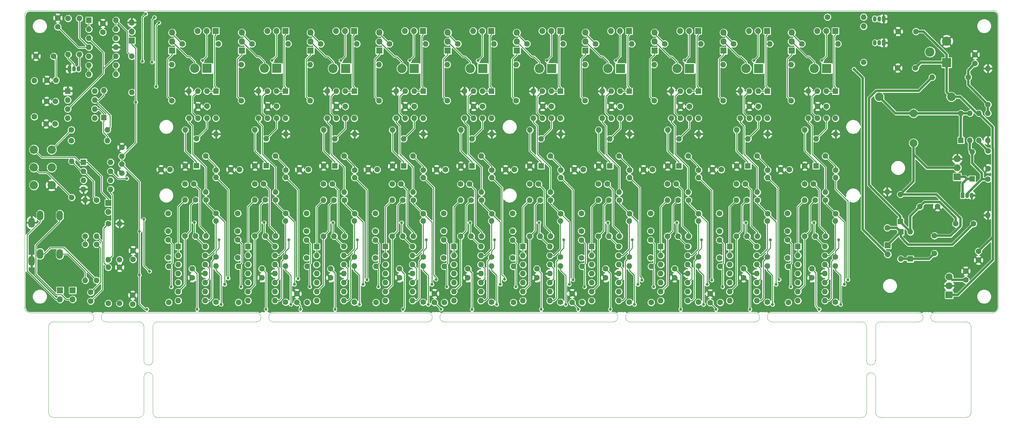
<source format=gbr>
G04 #@! TF.GenerationSoftware,KiCad,Pcbnew,(5.1.0)-1*
G04 #@! TF.CreationDate,2020-06-01T21:20:53-04:00*
G04 #@! TF.ProjectId,NixieAnalyzer,4e697869-6541-46e6-916c-797a65722e6b,rev?*
G04 #@! TF.SameCoordinates,Original*
G04 #@! TF.FileFunction,Copper,L1,Top*
G04 #@! TF.FilePolarity,Positive*
%FSLAX46Y46*%
G04 Gerber Fmt 4.6, Leading zero omitted, Abs format (unit mm)*
G04 Created by KiCad (PCBNEW (5.1.0)-1) date 2020-06-01 21:20:53*
%MOMM*%
%LPD*%
G04 APERTURE LIST*
%ADD10C,0.120000*%
%ADD11R,1.600000X1.600000*%
%ADD12O,1.600000X1.600000*%
%ADD13C,1.600000*%
%ADD14R,2.600000X2.600000*%
%ADD15C,2.600000*%
%ADD16R,1.800000X1.800000*%
%ADD17O,1.800000X1.800000*%
%ADD18R,1.700000X1.700000*%
%ADD19O,1.700000X1.700000*%
%ADD20R,2.000000X1.905000*%
%ADD21O,2.000000X1.905000*%
%ADD22C,2.340000*%
%ADD23C,2.400000*%
%ADD24O,2.400000X2.400000*%
%ADD25O,1.050000X1.500000*%
%ADD26R,1.050000X1.500000*%
%ADD27C,2.200000*%
%ADD28O,1.800000X2.800000*%
%ADD29C,0.800000*%
%ADD30C,0.250000*%
%ADD31C,0.635000*%
%ADD32C,0.228600*%
G04 APERTURE END LIST*
D10*
X318452500Y-174053500D02*
G75*
G02X320992500Y-174053500I1270000J0D01*
G01*
X320992500Y-169354500D02*
G75*
G02X318452500Y-169354500I-1270000J0D01*
G01*
X337820000Y-158432500D02*
G75*
G02X337820000Y-155892500I0J1270000D01*
G01*
X333121000Y-155892500D02*
G75*
G02X333121000Y-158432500I0J-1270000D01*
G01*
X291782500Y-158432500D02*
G75*
G02X291782500Y-155892500I0J1270000D01*
G01*
X287083500Y-155892500D02*
G75*
G02X287083500Y-158432500I0J-1270000D01*
G01*
X247205500Y-155892500D02*
G75*
G02X247205500Y-158432500I0J-1270000D01*
G01*
X251904500Y-158432500D02*
G75*
G02X251904500Y-155892500I0J1270000D01*
G01*
X115062000Y-174034000D02*
G75*
G02X117602000Y-174034000I1270000J44000D01*
G01*
X117602000Y-169354500D02*
G75*
G02X115062000Y-169354500I-1270000J0D01*
G01*
X99651000Y-155892500D02*
G75*
G02X99651000Y-158432500I0J-1270000D01*
G01*
X104330500Y-158432500D02*
G75*
G02X104330500Y-155892500I0J1270000D01*
G01*
X151447500Y-158432500D02*
G75*
G02X151447500Y-155892500I0J1270000D01*
G01*
X146748500Y-155892500D02*
G75*
G02X146748500Y-158432500I0J-1270000D01*
G01*
X199644000Y-158432500D02*
G75*
G02X199644000Y-155892500I0J1270000D01*
G01*
X194964500Y-155892500D02*
G75*
G02X194964500Y-158432500I0J-1270000D01*
G01*
X81470500Y-72263000D02*
G75*
G02X82994500Y-70739000I1524000J0D01*
G01*
X354076000Y-70739000D02*
G75*
G02X355600000Y-72263000I0J-1524000D01*
G01*
X355600000Y-154368500D02*
G75*
G02X354076000Y-155892500I-1524000J0D01*
G01*
X82994500Y-155892500D02*
G75*
G02X81470500Y-154368500I0J1524000D01*
G01*
X337820000Y-158432500D02*
X346456000Y-158432500D01*
X333121000Y-158432500D02*
X322389500Y-158432500D01*
X331343000Y-155892500D02*
X333121000Y-155892500D01*
X320992500Y-169354500D02*
X320992500Y-161905500D01*
X320992500Y-183959500D02*
X320992500Y-174053500D01*
X318452500Y-174053500D02*
X318452500Y-184023000D01*
X318452500Y-159829500D02*
X318452500Y-169354500D01*
X291782500Y-158432500D02*
X317055500Y-158432500D01*
X251904500Y-158432500D02*
X287083500Y-158432500D01*
X199644000Y-158432500D02*
X247205500Y-158432500D01*
X151447500Y-158432500D02*
X194964500Y-158432500D01*
X118999000Y-158432500D02*
X146748500Y-158432500D01*
X117602000Y-169354500D02*
X117602000Y-159829500D01*
X117602000Y-184023000D02*
X117602000Y-174034000D01*
X115062000Y-174034000D02*
X115062000Y-183959500D01*
X115062000Y-159829500D02*
X115062000Y-169354500D01*
X104330500Y-158432500D02*
X113665000Y-158432500D01*
X99651000Y-158432500D02*
X89598500Y-158432500D01*
X337820000Y-155892500D02*
X354076000Y-155892500D01*
X291782500Y-155892500D02*
X331343000Y-155892500D01*
X251904500Y-155892500D02*
X287083500Y-155892500D01*
X199644000Y-155892500D02*
X247205500Y-155892500D01*
X151447500Y-155892500D02*
X194964500Y-155892500D01*
X104330500Y-155892500D02*
X146748500Y-155892500D01*
X82994500Y-155892500D02*
X99651000Y-155892500D01*
X81470500Y-72263000D02*
X81470500Y-154368500D01*
X354076000Y-70739000D02*
X82994500Y-70739000D01*
X355600000Y-154368500D02*
X355600000Y-72263000D01*
X322389500Y-185356500D02*
X346456000Y-185356500D01*
X322389500Y-185356500D02*
G75*
G02X320992500Y-183959500I0J1397000D01*
G01*
X347853000Y-183959500D02*
G75*
G02X346456000Y-185356500I-1397000J0D01*
G01*
X346456000Y-158432500D02*
G75*
G02X347853000Y-159829500I0J-1397000D01*
G01*
X347853000Y-159829500D02*
X347853000Y-183959500D01*
X320992500Y-161905500D02*
X320992500Y-159829500D01*
X320992500Y-159829500D02*
G75*
G02X322389500Y-158432500I1397000J0D01*
G01*
X88201500Y-159829500D02*
G75*
G02X89598500Y-158432500I1397000J0D01*
G01*
X89598500Y-185356500D02*
G75*
G02X88201500Y-183959500I0J1397000D01*
G01*
X115062000Y-183959500D02*
G75*
G02X113665000Y-185356500I-1397000J0D01*
G01*
X113665000Y-158432500D02*
G75*
G02X115062000Y-159829500I0J-1397000D01*
G01*
X88201500Y-161925000D02*
X88201500Y-159829500D01*
X89598500Y-185356500D02*
X113665000Y-185356500D01*
X88201500Y-161925000D02*
X88201500Y-183959500D01*
X317055500Y-158432500D02*
G75*
G02X318452500Y-159829500I0J-1397000D01*
G01*
X318452500Y-184023000D02*
G75*
G02X317055500Y-185420000I-1397000J0D01*
G01*
X118999000Y-185420000D02*
G75*
G02X117602000Y-184023000I0J1397000D01*
G01*
X117602000Y-159829500D02*
G75*
G02X118999000Y-158432500I1397000J0D01*
G01*
X118999000Y-185420000D02*
X123444000Y-185420000D01*
X123444000Y-185420000D02*
X317055500Y-185420000D01*
D11*
X124714000Y-137209530D03*
D12*
X132334000Y-152449530D03*
X124714000Y-139749530D03*
X132334000Y-149909530D03*
X124714000Y-142289530D03*
X132334000Y-147369530D03*
X124714000Y-144829530D03*
X132334000Y-144829530D03*
X124714000Y-147369530D03*
X132334000Y-142289530D03*
X124714000Y-149909530D03*
X132334000Y-139749530D03*
X124714000Y-152449530D03*
X132334000Y-137209530D03*
D11*
X348170500Y-118173500D03*
D12*
X348170500Y-110553500D03*
D11*
X344995500Y-107315000D03*
D12*
X352615500Y-99695000D03*
X347535500Y-107315000D03*
X350075500Y-99695000D03*
X350075500Y-107315000D03*
X347535500Y-99695000D03*
X352615500Y-107315000D03*
X344995500Y-99695000D03*
D11*
X98044000Y-113474500D03*
D12*
X105664000Y-121094500D03*
X98044000Y-116014500D03*
X105664000Y-118554500D03*
X98044000Y-118554500D03*
X105664000Y-116014500D03*
X98044000Y-121094500D03*
X105664000Y-113474500D03*
D13*
X112014000Y-138366500D03*
X112014000Y-140866500D03*
D14*
X307235000Y-87051530D03*
D15*
X303735000Y-87051530D03*
D14*
X288058000Y-87052530D03*
D15*
X284558000Y-87052530D03*
D14*
X268636000Y-87051530D03*
D15*
X265136000Y-87051530D03*
D14*
X249196000Y-87053530D03*
D15*
X245696000Y-87053530D03*
D14*
X229837500Y-87052530D03*
D15*
X226337500Y-87052530D03*
D14*
X210415500Y-87051530D03*
D15*
X206915500Y-87051530D03*
D14*
X191166000Y-87053530D03*
D15*
X187666000Y-87053530D03*
D14*
X171807500Y-87052530D03*
D15*
X168307500Y-87052530D03*
D14*
X152463500Y-87044530D03*
D15*
X148963500Y-87044530D03*
D14*
X132842000Y-87044530D03*
D15*
X129342000Y-87044530D03*
D11*
X309711500Y-93465030D03*
D12*
X302091500Y-101085030D03*
X307171500Y-93465030D03*
X304631500Y-101085030D03*
X304631500Y-93465030D03*
X307171500Y-101085030D03*
X302091500Y-93465030D03*
X309711500Y-101085030D03*
D11*
X299107000Y-137216530D03*
D12*
X306727000Y-152456530D03*
X299107000Y-139756530D03*
X306727000Y-149916530D03*
X299107000Y-142296530D03*
X306727000Y-147376530D03*
X299107000Y-144836530D03*
X306727000Y-144836530D03*
X299107000Y-147376530D03*
X306727000Y-142296530D03*
X299107000Y-149916530D03*
X306727000Y-139756530D03*
X299107000Y-152456530D03*
X306727000Y-137216530D03*
D11*
X290534500Y-93466030D03*
D12*
X282914500Y-101086030D03*
X287994500Y-93466030D03*
X285454500Y-101086030D03*
X285454500Y-93466030D03*
X287994500Y-101086030D03*
X282914500Y-93466030D03*
X290534500Y-101086030D03*
D11*
X279930000Y-137217530D03*
D12*
X287550000Y-152457530D03*
X279930000Y-139757530D03*
X287550000Y-149917530D03*
X279930000Y-142297530D03*
X287550000Y-147377530D03*
X279930000Y-144837530D03*
X287550000Y-144837530D03*
X279930000Y-147377530D03*
X287550000Y-142297530D03*
X279930000Y-149917530D03*
X287550000Y-139757530D03*
X279930000Y-152457530D03*
X287550000Y-137217530D03*
D11*
X271112500Y-93465030D03*
D12*
X263492500Y-101085030D03*
X268572500Y-93465030D03*
X266032500Y-101085030D03*
X266032500Y-93465030D03*
X268572500Y-101085030D03*
X263492500Y-93465030D03*
X271112500Y-101085030D03*
D11*
X260508000Y-137216530D03*
D12*
X268128000Y-152456530D03*
X260508000Y-139756530D03*
X268128000Y-149916530D03*
X260508000Y-142296530D03*
X268128000Y-147376530D03*
X260508000Y-144836530D03*
X268128000Y-144836530D03*
X260508000Y-147376530D03*
X268128000Y-142296530D03*
X260508000Y-149916530D03*
X268128000Y-139756530D03*
X260508000Y-152456530D03*
X268128000Y-137216530D03*
D11*
X251672500Y-93467030D03*
D12*
X244052500Y-101087030D03*
X249132500Y-93467030D03*
X246592500Y-101087030D03*
X246592500Y-93467030D03*
X249132500Y-101087030D03*
X244052500Y-93467030D03*
X251672500Y-101087030D03*
D11*
X241068000Y-137218530D03*
D12*
X248688000Y-152458530D03*
X241068000Y-139758530D03*
X248688000Y-149918530D03*
X241068000Y-142298530D03*
X248688000Y-147378530D03*
X241068000Y-144838530D03*
X248688000Y-144838530D03*
X241068000Y-147378530D03*
X248688000Y-142298530D03*
X241068000Y-149918530D03*
X248688000Y-139758530D03*
X241068000Y-152458530D03*
X248688000Y-137218530D03*
D11*
X232314000Y-93466030D03*
D12*
X224694000Y-101086030D03*
X229774000Y-93466030D03*
X227234000Y-101086030D03*
X227234000Y-93466030D03*
X229774000Y-101086030D03*
X224694000Y-93466030D03*
X232314000Y-101086030D03*
D11*
X221709500Y-137217530D03*
D12*
X229329500Y-152457530D03*
X221709500Y-139757530D03*
X229329500Y-149917530D03*
X221709500Y-142297530D03*
X229329500Y-147377530D03*
X221709500Y-144837530D03*
X229329500Y-144837530D03*
X221709500Y-147377530D03*
X229329500Y-142297530D03*
X221709500Y-149917530D03*
X229329500Y-139757530D03*
X221709500Y-152457530D03*
X229329500Y-137217530D03*
D11*
X212892000Y-93465030D03*
D12*
X205272000Y-101085030D03*
X210352000Y-93465030D03*
X207812000Y-101085030D03*
X207812000Y-93465030D03*
X210352000Y-101085030D03*
X205272000Y-93465030D03*
X212892000Y-101085030D03*
D11*
X202287500Y-137216530D03*
D12*
X209907500Y-152456530D03*
X202287500Y-139756530D03*
X209907500Y-149916530D03*
X202287500Y-142296530D03*
X209907500Y-147376530D03*
X202287500Y-144836530D03*
X209907500Y-144836530D03*
X202287500Y-147376530D03*
X209907500Y-142296530D03*
X202287500Y-149916530D03*
X209907500Y-139756530D03*
X202287500Y-152456530D03*
X209907500Y-137216530D03*
D11*
X193642500Y-93467030D03*
D12*
X186022500Y-101087030D03*
X191102500Y-93467030D03*
X188562500Y-101087030D03*
X188562500Y-93467030D03*
X191102500Y-101087030D03*
X186022500Y-93467030D03*
X193642500Y-101087030D03*
D11*
X183038000Y-137218530D03*
D12*
X190658000Y-152458530D03*
X183038000Y-139758530D03*
X190658000Y-149918530D03*
X183038000Y-142298530D03*
X190658000Y-147378530D03*
X183038000Y-144838530D03*
X190658000Y-144838530D03*
X183038000Y-147378530D03*
X190658000Y-142298530D03*
X183038000Y-149918530D03*
X190658000Y-139758530D03*
X183038000Y-152458530D03*
X190658000Y-137218530D03*
D11*
X174284000Y-93466030D03*
D12*
X166664000Y-101086030D03*
X171744000Y-93466030D03*
X169204000Y-101086030D03*
X169204000Y-93466030D03*
X171744000Y-101086030D03*
X166664000Y-93466030D03*
X174284000Y-101086030D03*
D11*
X163679500Y-137217530D03*
D12*
X171299500Y-152457530D03*
X163679500Y-139757530D03*
X171299500Y-149917530D03*
X163679500Y-142297530D03*
X171299500Y-147377530D03*
X163679500Y-144837530D03*
X171299500Y-144837530D03*
X163679500Y-147377530D03*
X171299500Y-142297530D03*
X163679500Y-149917530D03*
X171299500Y-139757530D03*
X163679500Y-152457530D03*
X171299500Y-137217530D03*
D11*
X154940000Y-93458030D03*
D12*
X147320000Y-101078030D03*
X152400000Y-93458030D03*
X149860000Y-101078030D03*
X149860000Y-93458030D03*
X152400000Y-101078030D03*
X147320000Y-93458030D03*
X154940000Y-101078030D03*
D11*
X144335500Y-137209530D03*
D12*
X151955500Y-152449530D03*
X144335500Y-139749530D03*
X151955500Y-149909530D03*
X144335500Y-142289530D03*
X151955500Y-147369530D03*
X144335500Y-144829530D03*
X151955500Y-144829530D03*
X144335500Y-147369530D03*
X151955500Y-142289530D03*
X144335500Y-149909530D03*
X151955500Y-139749530D03*
X144335500Y-152449530D03*
X151955500Y-137209530D03*
D11*
X135318500Y-93458030D03*
D12*
X127698500Y-101078030D03*
X132778500Y-93458030D03*
X130238500Y-101078030D03*
X130238500Y-93458030D03*
X132778500Y-101078030D03*
X127698500Y-93458030D03*
X135318500Y-101078030D03*
D13*
X300250000Y-80130030D03*
D12*
X310410000Y-80130030D03*
D13*
X297265500Y-96132030D03*
D12*
X297265500Y-85972030D03*
D13*
X309711500Y-140201030D03*
D12*
X309711500Y-130041030D03*
D13*
X301075500Y-114547030D03*
D12*
X301075500Y-104387030D03*
D13*
X296440000Y-152964530D03*
D12*
X296440000Y-142804530D03*
D13*
X309711500Y-152901030D03*
D12*
X309711500Y-142741030D03*
D13*
X303996500Y-124135530D03*
D12*
X303996500Y-134295530D03*
D13*
X306854000Y-111753030D03*
D12*
X306854000Y-121913030D03*
D13*
X306917500Y-124135530D03*
D12*
X306917500Y-134295530D03*
D13*
X309775000Y-115690030D03*
D12*
X309775000Y-105530030D03*
D13*
X309775000Y-127945530D03*
D12*
X309775000Y-117785530D03*
D13*
X301012000Y-134295530D03*
D12*
X301012000Y-124135530D03*
D13*
X281073000Y-80131030D03*
D12*
X291233000Y-80131030D03*
D13*
X278088500Y-96133030D03*
D12*
X278088500Y-85973030D03*
D13*
X290534500Y-140202030D03*
D12*
X290534500Y-130042030D03*
D13*
X281898500Y-114548030D03*
D12*
X281898500Y-104388030D03*
D13*
X277263000Y-152965530D03*
D12*
X277263000Y-142805530D03*
D13*
X290534500Y-152902030D03*
D12*
X290534500Y-142742030D03*
D13*
X284819500Y-124136530D03*
D12*
X284819500Y-134296530D03*
D13*
X287677000Y-111754030D03*
D12*
X287677000Y-121914030D03*
D13*
X287740500Y-124136530D03*
D12*
X287740500Y-134296530D03*
D13*
X290598000Y-115691030D03*
D12*
X290598000Y-105531030D03*
D13*
X290598000Y-127946530D03*
D12*
X290598000Y-117786530D03*
D13*
X281835000Y-134296530D03*
D12*
X281835000Y-124136530D03*
D13*
X261651000Y-80130030D03*
D12*
X271811000Y-80130030D03*
D13*
X258666500Y-96132030D03*
D12*
X258666500Y-85972030D03*
D13*
X271112500Y-140201030D03*
D12*
X271112500Y-130041030D03*
D13*
X262476500Y-114547030D03*
D12*
X262476500Y-104387030D03*
D13*
X257841000Y-152964530D03*
D12*
X257841000Y-142804530D03*
D13*
X271112500Y-152901030D03*
D12*
X271112500Y-142741030D03*
D13*
X265397500Y-124135530D03*
D12*
X265397500Y-134295530D03*
D13*
X268255000Y-111753030D03*
D12*
X268255000Y-121913030D03*
D13*
X268318500Y-124135530D03*
D12*
X268318500Y-134295530D03*
D13*
X271176000Y-115690030D03*
D12*
X271176000Y-105530030D03*
D13*
X271176000Y-127945530D03*
D12*
X271176000Y-117785530D03*
D13*
X262413000Y-134295530D03*
D12*
X262413000Y-124135530D03*
D13*
X242211000Y-80132030D03*
D12*
X252371000Y-80132030D03*
D13*
X239226500Y-96134030D03*
D12*
X239226500Y-85974030D03*
D13*
X251672500Y-140203030D03*
D12*
X251672500Y-130043030D03*
D13*
X243036500Y-114549030D03*
D12*
X243036500Y-104389030D03*
D13*
X238401000Y-152966530D03*
D12*
X238401000Y-142806530D03*
D13*
X251672500Y-152903030D03*
D12*
X251672500Y-142743030D03*
D13*
X245957500Y-124137530D03*
D12*
X245957500Y-134297530D03*
D13*
X248815000Y-111755030D03*
D12*
X248815000Y-121915030D03*
D13*
X248878500Y-124137530D03*
D12*
X248878500Y-134297530D03*
D13*
X251736000Y-115692030D03*
D12*
X251736000Y-105532030D03*
D13*
X251736000Y-127947530D03*
D12*
X251736000Y-117787530D03*
D13*
X242973000Y-134297530D03*
D12*
X242973000Y-124137530D03*
D13*
X222852500Y-80131030D03*
D12*
X233012500Y-80131030D03*
D13*
X219868000Y-96133030D03*
D12*
X219868000Y-85973030D03*
D13*
X232314000Y-140202030D03*
D12*
X232314000Y-130042030D03*
D13*
X223678000Y-114548030D03*
D12*
X223678000Y-104388030D03*
D13*
X219042500Y-152965530D03*
D12*
X219042500Y-142805530D03*
D13*
X232314000Y-152902030D03*
D12*
X232314000Y-142742030D03*
D13*
X226599000Y-124136530D03*
D12*
X226599000Y-134296530D03*
D13*
X229456500Y-111754030D03*
D12*
X229456500Y-121914030D03*
D13*
X229520000Y-124136530D03*
D12*
X229520000Y-134296530D03*
D13*
X232377500Y-115691030D03*
D12*
X232377500Y-105531030D03*
D13*
X232377500Y-127946530D03*
D12*
X232377500Y-117786530D03*
D13*
X223614500Y-134296530D03*
D12*
X223614500Y-124136530D03*
D13*
X203430500Y-80130030D03*
D12*
X213590500Y-80130030D03*
D13*
X200446000Y-96132030D03*
D12*
X200446000Y-85972030D03*
D13*
X212892000Y-140201030D03*
D12*
X212892000Y-130041030D03*
D13*
X204256000Y-114547030D03*
D12*
X204256000Y-104387030D03*
D13*
X199620500Y-152964530D03*
D12*
X199620500Y-142804530D03*
D13*
X212892000Y-152901030D03*
D12*
X212892000Y-142741030D03*
D13*
X207177000Y-124135530D03*
D12*
X207177000Y-134295530D03*
D13*
X210034500Y-111753030D03*
D12*
X210034500Y-121913030D03*
D13*
X210098000Y-124135530D03*
D12*
X210098000Y-134295530D03*
D13*
X212955500Y-115690030D03*
D12*
X212955500Y-105530030D03*
D13*
X212955500Y-127945530D03*
D12*
X212955500Y-117785530D03*
D13*
X204192500Y-134295530D03*
D12*
X204192500Y-124135530D03*
D13*
X184181000Y-80132030D03*
D12*
X194341000Y-80132030D03*
D13*
X181196500Y-96134030D03*
D12*
X181196500Y-85974030D03*
D13*
X193642500Y-140203030D03*
D12*
X193642500Y-130043030D03*
D13*
X185006500Y-114549030D03*
D12*
X185006500Y-104389030D03*
D13*
X180371000Y-152966530D03*
D12*
X180371000Y-142806530D03*
D13*
X193642500Y-152903030D03*
D12*
X193642500Y-142743030D03*
D13*
X187927500Y-124137530D03*
D12*
X187927500Y-134297530D03*
D13*
X190785000Y-111755030D03*
D12*
X190785000Y-121915030D03*
D13*
X190848500Y-124137530D03*
D12*
X190848500Y-134297530D03*
D13*
X193706000Y-115692030D03*
D12*
X193706000Y-105532030D03*
D13*
X193706000Y-127947530D03*
D12*
X193706000Y-117787530D03*
D13*
X184943000Y-134297530D03*
D12*
X184943000Y-124137530D03*
D13*
X164822500Y-80131030D03*
D12*
X174982500Y-80131030D03*
D13*
X161838000Y-96133030D03*
D12*
X161838000Y-85973030D03*
D13*
X174284000Y-140202030D03*
D12*
X174284000Y-130042030D03*
D13*
X165648000Y-114548030D03*
D12*
X165648000Y-104388030D03*
D13*
X161012500Y-152965530D03*
D12*
X161012500Y-142805530D03*
D13*
X174284000Y-152902030D03*
D12*
X174284000Y-142742030D03*
D13*
X168569000Y-124136530D03*
D12*
X168569000Y-134296530D03*
D13*
X171426500Y-111754030D03*
D12*
X171426500Y-121914030D03*
D13*
X171490000Y-124136530D03*
D12*
X171490000Y-134296530D03*
D13*
X174347500Y-115691030D03*
D12*
X174347500Y-105531030D03*
D13*
X174347500Y-127946530D03*
D12*
X174347500Y-117786530D03*
D13*
X165584500Y-134296530D03*
D12*
X165584500Y-124136530D03*
D13*
X145478500Y-80123030D03*
D12*
X155638500Y-80123030D03*
D13*
X142494000Y-96125030D03*
D12*
X142494000Y-85965030D03*
D13*
X154940000Y-140194030D03*
D12*
X154940000Y-130034030D03*
D13*
X146304000Y-114540030D03*
D12*
X146304000Y-104380030D03*
D13*
X141668500Y-152957530D03*
D12*
X141668500Y-142797530D03*
D13*
X154940000Y-152894030D03*
D12*
X154940000Y-142734030D03*
D13*
X149225000Y-124128530D03*
D12*
X149225000Y-134288530D03*
D13*
X152082500Y-111746030D03*
D12*
X152082500Y-121906030D03*
D13*
X152146000Y-124128530D03*
D12*
X152146000Y-134288530D03*
D13*
X155003500Y-115683030D03*
D12*
X155003500Y-105523030D03*
D13*
X155003500Y-127938530D03*
D12*
X155003500Y-117778530D03*
D13*
X146240500Y-134288530D03*
D12*
X146240500Y-124128530D03*
D13*
X125857000Y-80123030D03*
D12*
X136017000Y-80123030D03*
D13*
X122872500Y-96125030D03*
D12*
X122872500Y-85965030D03*
D13*
X126682500Y-114540030D03*
D12*
X126682500Y-104380030D03*
D13*
X132461000Y-111746030D03*
D12*
X132461000Y-121906030D03*
D13*
X135382000Y-115683030D03*
D12*
X135382000Y-105523030D03*
D16*
X297392500Y-82035030D03*
D17*
X297392500Y-79495030D03*
X297392500Y-76955030D03*
D16*
X278215500Y-82036030D03*
D17*
X278215500Y-79496030D03*
X278215500Y-76956030D03*
D16*
X258793500Y-82035030D03*
D17*
X258793500Y-79495030D03*
X258793500Y-76955030D03*
D16*
X239353500Y-82037030D03*
D17*
X239353500Y-79497030D03*
X239353500Y-76957030D03*
D16*
X219995000Y-82036030D03*
D17*
X219995000Y-79496030D03*
X219995000Y-76956030D03*
D16*
X200573000Y-82035030D03*
D17*
X200573000Y-79495030D03*
X200573000Y-76955030D03*
D16*
X181323500Y-82037030D03*
D17*
X181323500Y-79497030D03*
X181323500Y-76957030D03*
D16*
X161965000Y-82036030D03*
D17*
X161965000Y-79496030D03*
X161965000Y-76956030D03*
D16*
X142621000Y-82028030D03*
D17*
X142621000Y-79488030D03*
X142621000Y-76948030D03*
D16*
X122999500Y-82028030D03*
D17*
X122999500Y-79488030D03*
X122999500Y-76948030D03*
D18*
X309648000Y-76510530D03*
D19*
X307108000Y-76510530D03*
X304568000Y-76510530D03*
D18*
X290471000Y-76511530D03*
D19*
X287931000Y-76511530D03*
X285391000Y-76511530D03*
D18*
X271049000Y-76510530D03*
D19*
X268509000Y-76510530D03*
X265969000Y-76510530D03*
D18*
X251609000Y-76512530D03*
D19*
X249069000Y-76512530D03*
X246529000Y-76512530D03*
D18*
X232250500Y-76511530D03*
D19*
X229710500Y-76511530D03*
X227170500Y-76511530D03*
D18*
X212828500Y-76510530D03*
D19*
X210288500Y-76510530D03*
X207748500Y-76510530D03*
D18*
X193579000Y-76512530D03*
D19*
X191039000Y-76512530D03*
X188499000Y-76512530D03*
D18*
X174220500Y-76511530D03*
D19*
X171680500Y-76511530D03*
X169140500Y-76511530D03*
D18*
X154876500Y-76503530D03*
D19*
X152336500Y-76503530D03*
X149796500Y-76503530D03*
D18*
X135255000Y-76503530D03*
D19*
X132715000Y-76503530D03*
X130175000Y-76503530D03*
D11*
X304250500Y-114483530D03*
D12*
X304250500Y-106863530D03*
D11*
X285073500Y-114484530D03*
D12*
X285073500Y-106864530D03*
D11*
X265651500Y-114483530D03*
D12*
X265651500Y-106863530D03*
D11*
X246211500Y-114485530D03*
D12*
X246211500Y-106865530D03*
D11*
X226853000Y-114484530D03*
D12*
X226853000Y-106864530D03*
D11*
X207431000Y-114483530D03*
D12*
X207431000Y-106863530D03*
D11*
X188181500Y-114485530D03*
D12*
X188181500Y-106865530D03*
D11*
X168823000Y-114484530D03*
D12*
X168823000Y-106864530D03*
D11*
X149479000Y-114476530D03*
D12*
X149479000Y-106856530D03*
D11*
X129857500Y-114476530D03*
D12*
X129857500Y-106856530D03*
D13*
X296249500Y-127882030D03*
X296249500Y-132882030D03*
X296757500Y-115563030D03*
X294257500Y-115563030D03*
X296249500Y-140391530D03*
X296249500Y-135391530D03*
X304671500Y-97719530D03*
X307171500Y-97719530D03*
X301012000Y-119627030D03*
X303512000Y-119627030D03*
X303044000Y-143503030D03*
X303044000Y-146003030D03*
X277072500Y-127883030D03*
X277072500Y-132883030D03*
X277580500Y-115564030D03*
X275080500Y-115564030D03*
X277072500Y-140392530D03*
X277072500Y-135392530D03*
X285494500Y-97720530D03*
X287994500Y-97720530D03*
X281835000Y-119628030D03*
X284335000Y-119628030D03*
X283867000Y-143504030D03*
X283867000Y-146004030D03*
X257650500Y-127882030D03*
X257650500Y-132882030D03*
X258158500Y-115563030D03*
X255658500Y-115563030D03*
X257650500Y-140391530D03*
X257650500Y-135391530D03*
X266072500Y-97719530D03*
X268572500Y-97719530D03*
X262413000Y-119627030D03*
X264913000Y-119627030D03*
X264445000Y-143503030D03*
X264445000Y-146003030D03*
X238210500Y-127884030D03*
X238210500Y-132884030D03*
X238718500Y-115565030D03*
X236218500Y-115565030D03*
X238210500Y-140393530D03*
X238210500Y-135393530D03*
X246632500Y-97721530D03*
X249132500Y-97721530D03*
X242973000Y-119629030D03*
X245473000Y-119629030D03*
X245005000Y-143505030D03*
X245005000Y-146005030D03*
X218852000Y-127883030D03*
X218852000Y-132883030D03*
X219360000Y-115564030D03*
X216860000Y-115564030D03*
X218852000Y-140392530D03*
X218852000Y-135392530D03*
X227274000Y-97720530D03*
X229774000Y-97720530D03*
X223614500Y-119628030D03*
X226114500Y-119628030D03*
X225646500Y-143504030D03*
X225646500Y-146004030D03*
X199430000Y-127882030D03*
X199430000Y-132882030D03*
X199938000Y-115563030D03*
X197438000Y-115563030D03*
X199430000Y-140391530D03*
X199430000Y-135391530D03*
X207852000Y-97719530D03*
X210352000Y-97719530D03*
X204192500Y-119627030D03*
X206692500Y-119627030D03*
X206224500Y-143503030D03*
X206224500Y-146003030D03*
X180180500Y-127884030D03*
X180180500Y-132884030D03*
X180688500Y-115565030D03*
X178188500Y-115565030D03*
X180180500Y-140393530D03*
X180180500Y-135393530D03*
X188602500Y-97721530D03*
X191102500Y-97721530D03*
X184943000Y-119629030D03*
X187443000Y-119629030D03*
X186975000Y-143505030D03*
X186975000Y-146005030D03*
X160822000Y-127883030D03*
X160822000Y-132883030D03*
X161330000Y-115564030D03*
X158830000Y-115564030D03*
X160822000Y-140392530D03*
X160822000Y-135392530D03*
X169244000Y-97720530D03*
X171744000Y-97720530D03*
X165584500Y-119628030D03*
X168084500Y-119628030D03*
X167616500Y-143504030D03*
X167616500Y-146004030D03*
X141478000Y-127875030D03*
X141478000Y-132875030D03*
X141986000Y-115556030D03*
X139486000Y-115556030D03*
X141478000Y-140384530D03*
X141478000Y-135384530D03*
X149900000Y-97712530D03*
X152400000Y-97712530D03*
X146240500Y-119620030D03*
X148740500Y-119620030D03*
X148272500Y-143496030D03*
X148272500Y-145996030D03*
X122364500Y-115556030D03*
X119864500Y-115556030D03*
X130278500Y-97712530D03*
X132778500Y-97712530D03*
X126619000Y-119620030D03*
X129119000Y-119620030D03*
X196850000Y-152971500D03*
X196850000Y-150471500D03*
X235585000Y-152971500D03*
X235585000Y-150471500D03*
X158115000Y-152971500D03*
X158115000Y-150471500D03*
X274447000Y-153035000D03*
X274447000Y-150535000D03*
X111887000Y-150939500D03*
X111887000Y-153439500D03*
X100076000Y-152590500D03*
X100076000Y-150090500D03*
X89662000Y-83629500D03*
X84662000Y-83629500D03*
X333438500Y-125984000D03*
X338438500Y-125984000D03*
X332232000Y-86931500D03*
X327232000Y-86931500D03*
X332359000Y-76644500D03*
X327359000Y-76644500D03*
D18*
X324421500Y-136906000D03*
D19*
X324421500Y-139446000D03*
D11*
X93599000Y-93408500D03*
D12*
X101219000Y-101028500D03*
X93599000Y-95948500D03*
X101219000Y-98488500D03*
X93599000Y-98488500D03*
X101219000Y-95948500D03*
X93599000Y-101028500D03*
X101219000Y-93408500D03*
D11*
X99568000Y-73469500D03*
D12*
X107188000Y-88709500D03*
X99568000Y-76009500D03*
X107188000Y-86169500D03*
X99568000Y-78549500D03*
X107188000Y-83629500D03*
X99568000Y-81089500D03*
X107188000Y-81089500D03*
X99568000Y-83629500D03*
X107188000Y-78549500D03*
X99568000Y-86169500D03*
X107188000Y-76009500D03*
X99568000Y-88709500D03*
X107188000Y-73469500D03*
D20*
X341693500Y-150812500D03*
D21*
X341693500Y-148272500D03*
X341693500Y-145732500D03*
D18*
X111633000Y-79184500D03*
D19*
X111633000Y-76644500D03*
X111633000Y-74104500D03*
D22*
X84074000Y-119918500D03*
X84074000Y-114918500D03*
X84074000Y-109918500D03*
X89074000Y-119918500D03*
X89074000Y-114918500D03*
X89074000Y-109918500D03*
D12*
X317627000Y-72580500D03*
D13*
X307467000Y-72580500D03*
X317627000Y-85344000D03*
D12*
X317627000Y-75184000D03*
D13*
X111633000Y-83629500D03*
D12*
X111633000Y-93789500D03*
D13*
X94615000Y-107378500D03*
D12*
X104775000Y-107378500D03*
D13*
X94615000Y-104330500D03*
D12*
X104775000Y-104330500D03*
X96901000Y-83121500D03*
D13*
X96901000Y-72961500D03*
X84201000Y-100647500D03*
D12*
X84201000Y-90487500D03*
D13*
X93726000Y-72961500D03*
D12*
X93726000Y-83121500D03*
D13*
X135318500Y-140194030D03*
D12*
X135318500Y-130034030D03*
D13*
X122047000Y-152957530D03*
D12*
X122047000Y-142797530D03*
D13*
X135318500Y-152894030D03*
D12*
X135318500Y-142734030D03*
D13*
X129603500Y-124128530D03*
D12*
X129603500Y-134288530D03*
D13*
X132524500Y-124128530D03*
D12*
X132524500Y-134288530D03*
D13*
X135382000Y-127938530D03*
D12*
X135382000Y-117778530D03*
D13*
X126619000Y-134288530D03*
D12*
X126619000Y-124128530D03*
D13*
X324294500Y-131953000D03*
D12*
X324294500Y-121793000D03*
D13*
X352615500Y-97218500D03*
D12*
X352615500Y-87058500D03*
D13*
X347091000Y-89535000D03*
D12*
X336931000Y-89535000D03*
D13*
X352615500Y-118237000D03*
D12*
X352615500Y-128397000D03*
D23*
X342328500Y-95059500D03*
D24*
X322008500Y-95059500D03*
D13*
X94742000Y-123380500D03*
D12*
X94742000Y-113220500D03*
D13*
X108204000Y-140906500D03*
D12*
X108204000Y-130746500D03*
D13*
X105029000Y-130746500D03*
D12*
X105029000Y-140906500D03*
D13*
X101727000Y-124142500D03*
D12*
X101727000Y-134302500D03*
D13*
X108204000Y-143065500D03*
D12*
X108204000Y-153225500D03*
D13*
X105029000Y-153225500D03*
D12*
X105029000Y-143065500D03*
D13*
X98552000Y-134302500D03*
D12*
X98552000Y-124142500D03*
D13*
X98552000Y-136588500D03*
D12*
X98552000Y-146748500D03*
D13*
X101727000Y-136588500D03*
D12*
X101727000Y-146748500D03*
D25*
X322008500Y-73088500D03*
X320738500Y-73088500D03*
D26*
X323278500Y-73088500D03*
D25*
X322072000Y-79819500D03*
X320802000Y-79819500D03*
D26*
X323342000Y-79819500D03*
X94107000Y-87185500D03*
D25*
X96647000Y-87185500D03*
X95377000Y-87185500D03*
D20*
X343979500Y-117602000D03*
D21*
X343979500Y-115062000D03*
X343979500Y-112522000D03*
D25*
X346773500Y-122809000D03*
X348043500Y-122809000D03*
D26*
X345503500Y-122809000D03*
D27*
X331660500Y-99695000D03*
X331660500Y-108095000D03*
D14*
X340995000Y-85407500D03*
D15*
X340995000Y-79407500D03*
X336295000Y-82407500D03*
D18*
X105029000Y-124904500D03*
D19*
X105029000Y-127444500D03*
D28*
X83439000Y-130492500D03*
X85839000Y-128492500D03*
X91339000Y-128492500D03*
D19*
X91440000Y-152082500D03*
D18*
X91440000Y-149542500D03*
X94996000Y-149542500D03*
D19*
X94996000Y-152082500D03*
D28*
X83439000Y-141287500D03*
X85839000Y-139287500D03*
X91339000Y-139287500D03*
D11*
X103759000Y-100901500D03*
D12*
X103759000Y-93281500D03*
D11*
X328104500Y-133096000D03*
D12*
X328104500Y-140716000D03*
D11*
X330771500Y-140716000D03*
D12*
X330771500Y-133096000D03*
D11*
X327977500Y-130175000D03*
D12*
X327977500Y-122555000D03*
D13*
X90805000Y-72834500D03*
X90805000Y-75334500D03*
X90170000Y-96329500D03*
X87670000Y-96329500D03*
X103505000Y-76858500D03*
X103505000Y-74358500D03*
X90043000Y-102679500D03*
X87543000Y-102679500D03*
X90297000Y-90360500D03*
X87797000Y-90360500D03*
X121856500Y-127875030D03*
X121856500Y-132875030D03*
X121856500Y-140384530D03*
X121856500Y-135384530D03*
X128651000Y-143496030D03*
X128651000Y-145996030D03*
X348551500Y-130810000D03*
X343551500Y-130810000D03*
X337566000Y-139192000D03*
X337566000Y-134192000D03*
X348996000Y-85661500D03*
X348996000Y-83161500D03*
X346392500Y-146621500D03*
X346392500Y-144121500D03*
X349948500Y-138557000D03*
X349948500Y-141057000D03*
X352679000Y-110299500D03*
X352679000Y-115299500D03*
X108839000Y-116522500D03*
X108839000Y-114022500D03*
X108839000Y-109283500D03*
X108839000Y-111783500D03*
D29*
X305117500Y-154876500D03*
X285623000Y-154876500D03*
X266128500Y-154876500D03*
X246316500Y-154876500D03*
X226885500Y-154876500D03*
X207391000Y-154876500D03*
X187960000Y-154876500D03*
X168846500Y-154876500D03*
X149415500Y-154876500D03*
X130048000Y-154876500D03*
X159131000Y-154876500D03*
X198691500Y-154876500D03*
X237299500Y-154876500D03*
X276098000Y-154876500D03*
X115887500Y-154876500D03*
X113792000Y-145288000D03*
X113792000Y-132969000D03*
X112758001Y-96537999D03*
X122745500Y-148576030D03*
X129286000Y-130478530D03*
X142367000Y-148576030D03*
X142367000Y-148576030D03*
X148907500Y-130478530D03*
X148907500Y-130478530D03*
X187610000Y-130487530D03*
X187610000Y-130487530D03*
X206859500Y-130485530D03*
X206859500Y-130485530D03*
X245640000Y-130487530D03*
X245640000Y-130487530D03*
X114998500Y-129540000D03*
X116649500Y-144208500D03*
X314896500Y-87249000D03*
X110236000Y-118046500D03*
X138747500Y-146113500D03*
X158432500Y-146304000D03*
X177843969Y-146577531D03*
X197294500Y-146494500D03*
X216535000Y-146431000D03*
X235819469Y-146577531D03*
X255206500Y-146685000D03*
X274891500Y-146685000D03*
X293878000Y-146558000D03*
X313226969Y-146576531D03*
X157416500Y-147877530D03*
X157416500Y-147877530D03*
X215368500Y-147884530D03*
X215368500Y-147884530D03*
X136207500Y-135368030D03*
X155829000Y-135368030D03*
X155829000Y-135368030D03*
X175173000Y-135376030D03*
X175173000Y-135376030D03*
X161711000Y-148584030D03*
X161711000Y-148584030D03*
X168251500Y-130486530D03*
X168251500Y-130486530D03*
X194531500Y-135377030D03*
X194531500Y-135377030D03*
X181069500Y-148585030D03*
X181069500Y-148585030D03*
X213781000Y-135375030D03*
X213781000Y-135375030D03*
X200319000Y-148583030D03*
X200319000Y-148583030D03*
X233203000Y-135376030D03*
X233203000Y-135376030D03*
X219741000Y-148584030D03*
X219741000Y-148584030D03*
X226281500Y-130486530D03*
X226281500Y-130486530D03*
X252561500Y-135377030D03*
X252561500Y-135377030D03*
X239099500Y-148585030D03*
X239099500Y-148585030D03*
X272001500Y-135375030D03*
X272001500Y-135375030D03*
X258539500Y-148583030D03*
X258539500Y-148583030D03*
X265080000Y-130485530D03*
X265080000Y-130485530D03*
X291423500Y-135376030D03*
X291423500Y-135376030D03*
X277961500Y-148584030D03*
X277961500Y-148584030D03*
X284502000Y-130486530D03*
X284502000Y-130486530D03*
X310600500Y-135375030D03*
X310600500Y-135375030D03*
X297138500Y-148583030D03*
X297138500Y-148583030D03*
X303679000Y-130485530D03*
X303679000Y-130485530D03*
X118491000Y-92138500D03*
X119253000Y-74168000D03*
X131508500Y-84822030D03*
X151130000Y-84822030D03*
X151130000Y-84822030D03*
X170474000Y-84830030D03*
X170474000Y-84830030D03*
X189832500Y-84831030D03*
X189832500Y-84831030D03*
X209082000Y-84829030D03*
X209082000Y-84829030D03*
X228504000Y-84830030D03*
X228504000Y-84830030D03*
X247862500Y-84831030D03*
X247862500Y-84831030D03*
X267302500Y-84829030D03*
X267302500Y-84829030D03*
X286724500Y-84830030D03*
X286724500Y-84830030D03*
X305901500Y-84829030D03*
X305901500Y-84829030D03*
X137795000Y-147877530D03*
X136779000Y-153529030D03*
X114617500Y-85026500D03*
X115570000Y-71691500D03*
X117348000Y-85280500D03*
X117983000Y-72707500D03*
X156400500Y-153529030D03*
X156400500Y-153529030D03*
X176760500Y-147885530D03*
X176760500Y-147885530D03*
X175744500Y-153537030D03*
X175744500Y-153537030D03*
X196119000Y-147886530D03*
X196119000Y-147886530D03*
X195103000Y-153538030D03*
X195103000Y-153538030D03*
X214352500Y-153536030D03*
X214352500Y-153536030D03*
X234790500Y-147885530D03*
X234790500Y-147885530D03*
X233774500Y-153537030D03*
X233774500Y-153537030D03*
X254149000Y-147886530D03*
X254149000Y-147886530D03*
X253133000Y-153538030D03*
X253133000Y-153538030D03*
X273589000Y-147884530D03*
X273589000Y-147884530D03*
X272573000Y-153536030D03*
X272573000Y-153536030D03*
X293011000Y-147885530D03*
X293011000Y-147885530D03*
X291995000Y-153537030D03*
X291995000Y-153537030D03*
X312188000Y-147884530D03*
X312188000Y-147884530D03*
X311172000Y-153536030D03*
X311172000Y-153536030D03*
D30*
X96560000Y-81089500D02*
X90805000Y-75334500D01*
X99568000Y-81089500D02*
X96560000Y-81089500D01*
X96901000Y-78422500D02*
X99568000Y-81089500D01*
X96901000Y-72961500D02*
X96901000Y-78422500D01*
X90297000Y-90360500D02*
X90297000Y-84264500D01*
D31*
X342582500Y-146621500D02*
X341693500Y-145732500D01*
X346392500Y-146621500D02*
X342582500Y-146621500D01*
D30*
X132778500Y-98538030D02*
X132778500Y-97712530D01*
X152400000Y-98538030D02*
X152400000Y-97712530D01*
X171744000Y-98546030D02*
X171744000Y-97720530D01*
X191102500Y-98547030D02*
X191102500Y-97721530D01*
X210352000Y-98545030D02*
X210352000Y-97719530D01*
X229774000Y-98546030D02*
X229774000Y-97720530D01*
X249132500Y-98547030D02*
X249132500Y-97721530D01*
X268572500Y-98545030D02*
X268572500Y-97719530D01*
X287994500Y-98546030D02*
X287994500Y-97720530D01*
X307171500Y-98545030D02*
X307171500Y-97719530D01*
X152400000Y-98538030D02*
X152400000Y-97712530D01*
X171744000Y-98546030D02*
X171744000Y-97720530D01*
X191102500Y-98547030D02*
X191102500Y-97721530D01*
X210352000Y-98545030D02*
X210352000Y-97719530D01*
X229774000Y-98546030D02*
X229774000Y-97720530D01*
X249132500Y-98547030D02*
X249132500Y-97721530D01*
X268572500Y-98545030D02*
X268572500Y-97719530D01*
X287994500Y-98546030D02*
X287994500Y-97720530D01*
X307171500Y-98545030D02*
X307171500Y-97719530D01*
X303843999Y-144303029D02*
X303044000Y-143503030D01*
X304169001Y-144628031D02*
X303843999Y-144303029D01*
X304169001Y-153928001D02*
X304169001Y-144628031D01*
X305117500Y-154876500D02*
X304169001Y-153928001D01*
X285623000Y-145260030D02*
X283867000Y-143504030D01*
X285623000Y-154876500D02*
X285623000Y-145260030D01*
X266128500Y-145186530D02*
X264445000Y-143503030D01*
X266128500Y-154876500D02*
X266128500Y-145186530D01*
X246316500Y-144816530D02*
X245005000Y-143505030D01*
X246316500Y-154876500D02*
X246316500Y-144816530D01*
X226885500Y-144743030D02*
X225646500Y-143504030D01*
X226885500Y-154876500D02*
X226885500Y-144743030D01*
X207391000Y-144669530D02*
X206224500Y-143503030D01*
X207391000Y-154876500D02*
X207391000Y-144669530D01*
X187774999Y-144305029D02*
X186975000Y-143505030D01*
X188359999Y-144890029D02*
X187774999Y-144305029D01*
X188359999Y-154476501D02*
X188359999Y-144890029D01*
X187960000Y-154876500D02*
X188359999Y-154476501D01*
X168846500Y-144734030D02*
X167616500Y-143504030D01*
X168846500Y-154876500D02*
X168846500Y-144734030D01*
X149415500Y-144639030D02*
X148272500Y-143496030D01*
X149415500Y-154876500D02*
X149415500Y-144639030D01*
X130048000Y-144893030D02*
X128651000Y-143496030D01*
X130048000Y-154876500D02*
X130048000Y-144893030D01*
X276098000Y-154686000D02*
X276098000Y-154876500D01*
X274447000Y-153035000D02*
X276098000Y-154686000D01*
X237299500Y-154686000D02*
X237299500Y-154876500D01*
X235585000Y-152971500D02*
X237299500Y-154686000D01*
X198691500Y-154813000D02*
X198691500Y-154876500D01*
X159131000Y-153987500D02*
X159131000Y-154876500D01*
X158115000Y-152971500D02*
X159131000Y-153987500D01*
X115321815Y-154876500D02*
X113792000Y-153346685D01*
X115887500Y-154876500D02*
X115321815Y-154876500D01*
X113792000Y-153346685D02*
X113792000Y-145288000D01*
X113792000Y-145288000D02*
X113792000Y-132969000D01*
X103759000Y-141795500D02*
X105029000Y-143065500D01*
X103752021Y-141788521D02*
X103759000Y-141795500D01*
X105029000Y-130746500D02*
X103752021Y-132023479D01*
X103752021Y-132023479D02*
X103752021Y-141788521D01*
X113792000Y-118975500D02*
X108839000Y-114022500D01*
X113792000Y-132969000D02*
X113792000Y-118975500D01*
X108839000Y-111783500D02*
X108839000Y-114022500D01*
X111633000Y-80284500D02*
X111633000Y-79184500D01*
X112758001Y-81409501D02*
X111633000Y-80284500D01*
X112758001Y-107864499D02*
X112758001Y-96537999D01*
X108839000Y-111783500D02*
X112758001Y-107864499D01*
X94615000Y-104330500D02*
X93789500Y-105156000D01*
X93789500Y-105203000D02*
X89074000Y-109918500D01*
X93789500Y-105156000D02*
X93789500Y-105203000D01*
X90297000Y-84264500D02*
X89662000Y-83629500D01*
X112758001Y-96537999D02*
X112758001Y-81409501D01*
X196850000Y-152971500D02*
X198691500Y-154813000D01*
D31*
X334518000Y-76644500D02*
X332359000Y-76644500D01*
X340995000Y-85407500D02*
X340995000Y-83121500D01*
X340995000Y-83121500D02*
X334518000Y-76644500D01*
X333756000Y-85407500D02*
X332232000Y-86931500D01*
X340995000Y-85407500D02*
X333756000Y-85407500D01*
X340995000Y-93726000D02*
X342328500Y-95059500D01*
X340995000Y-85407500D02*
X340995000Y-93726000D01*
X344025556Y-95059500D02*
X342328500Y-95059500D01*
X344849902Y-95059500D02*
X344025556Y-95059500D01*
X349485402Y-99695000D02*
X344849902Y-95059500D01*
X350075500Y-99695000D02*
X349485402Y-99695000D01*
X350075500Y-99695000D02*
X353949000Y-103568500D01*
X350748499Y-137757001D02*
X349948500Y-138557000D01*
X353996501Y-134508999D02*
X350748499Y-137757001D01*
X353996501Y-109667099D02*
X353996501Y-134508999D01*
X353949000Y-109619598D02*
X353996501Y-109667099D01*
X353949000Y-103568500D02*
X353949000Y-109619598D01*
X343328500Y-150812500D02*
X341693500Y-150812500D01*
X344151402Y-150812500D02*
X343328500Y-150812500D01*
X353996501Y-140967401D02*
X344151402Y-150812500D01*
X353996501Y-134508999D02*
X353996501Y-140967401D01*
X343979500Y-115062000D02*
X338627500Y-115062000D01*
X338627500Y-115062000D02*
X335470500Y-115062000D01*
X329108870Y-122555000D02*
X327977500Y-122555000D01*
X338140284Y-122555000D02*
X329108870Y-122555000D01*
X344869001Y-129283717D02*
X338140284Y-122555000D01*
X344869001Y-131442401D02*
X344869001Y-129283717D01*
X342119402Y-134192000D02*
X344869001Y-131442401D01*
X337566000Y-134192000D02*
X342119402Y-134192000D01*
X331660500Y-111252000D02*
X331660500Y-108095000D01*
X335470500Y-115062000D02*
X331660500Y-111252000D01*
X331660500Y-118872000D02*
X331660500Y-111252000D01*
X327977500Y-122555000D02*
X331660500Y-118872000D01*
X327977500Y-130302000D02*
X330771500Y-133096000D01*
X327977500Y-130175000D02*
X327977500Y-130302000D01*
X330771500Y-128651000D02*
X333438500Y-125984000D01*
X330771500Y-133096000D02*
X330771500Y-128651000D01*
X334238499Y-125184001D02*
X333438500Y-125984000D01*
X334756001Y-124666499D02*
X334238499Y-125184001D01*
X339070901Y-124666499D02*
X334756001Y-124666499D01*
X343551500Y-129147098D02*
X339070901Y-124666499D01*
X343551500Y-130810000D02*
X343551500Y-129147098D01*
X333124001Y-93341999D02*
X336931000Y-89535000D01*
X321184099Y-93341999D02*
X333124001Y-93341999D01*
X327977500Y-128740000D02*
X320290999Y-121053499D01*
X327977500Y-130175000D02*
X327977500Y-128740000D01*
X320290999Y-121053499D02*
X320290999Y-121027999D01*
X320290999Y-121027999D02*
X319151000Y-119888000D01*
X319151000Y-119888000D02*
X319151000Y-95375098D01*
X319151000Y-95375098D02*
X321184099Y-93341999D01*
X352615500Y-99695000D02*
X352615500Y-99441000D01*
X347091000Y-87566500D02*
X348996000Y-85661500D01*
X347091000Y-89535000D02*
X347091000Y-87566500D01*
X347091000Y-91694000D02*
X352615500Y-97218500D01*
X347091000Y-89535000D02*
X347091000Y-91694000D01*
X352615500Y-99695000D02*
X352615500Y-97218500D01*
X336042000Y-140716000D02*
X337566000Y-139192000D01*
X328104500Y-140716000D02*
X336042000Y-140716000D01*
D30*
X122745500Y-143496030D02*
X122047000Y-142797530D01*
X122745500Y-148576030D02*
X122745500Y-143496030D01*
X122846999Y-141997531D02*
X122047000Y-142797530D01*
X122981501Y-141863029D02*
X122846999Y-141997531D01*
X122981501Y-136509531D02*
X122981501Y-141863029D01*
X121856500Y-135384530D02*
X122981501Y-136509531D01*
X135318500Y-131165400D02*
X135318500Y-130034030D01*
X135318500Y-137896400D02*
X135318500Y-131165400D01*
X133465370Y-139749530D02*
X135318500Y-137896400D01*
X132334000Y-139749530D02*
X133465370Y-139749530D01*
X129603500Y-134479030D02*
X129603500Y-134288530D01*
X132334000Y-137209530D02*
X129603500Y-134479030D01*
X129286000Y-133971030D02*
X129603500Y-134288530D01*
X129286000Y-130478530D02*
X129286000Y-133971030D01*
X98552000Y-134302500D02*
X98552000Y-136588500D01*
X100875999Y-149290501D02*
X100076000Y-150090500D01*
X102852001Y-147314499D02*
X100875999Y-149290501D01*
X102852001Y-137713501D02*
X102852001Y-147314499D01*
X101727000Y-136588500D02*
X102852001Y-137713501D01*
X142367000Y-143496030D02*
X141668500Y-142797530D01*
X142367000Y-148576030D02*
X142367000Y-143496030D01*
X142468499Y-141997531D02*
X141668500Y-142797530D01*
X142603001Y-141863029D02*
X142468499Y-141997531D01*
X142603001Y-136509531D02*
X142603001Y-141863029D01*
X141478000Y-135384530D02*
X142603001Y-136509531D01*
X142367000Y-143496030D02*
X141668500Y-142797530D01*
X142367000Y-148576030D02*
X142367000Y-143496030D01*
X142468499Y-141997531D02*
X141668500Y-142797530D01*
X142603001Y-141863029D02*
X142468499Y-141997531D01*
X142603001Y-136509531D02*
X142603001Y-141863029D01*
X141478000Y-135384530D02*
X142603001Y-136509531D01*
X154940000Y-131165400D02*
X154940000Y-130034030D01*
X154940000Y-137896400D02*
X154940000Y-131165400D01*
X153086870Y-139749530D02*
X154940000Y-137896400D01*
X151955500Y-139749530D02*
X153086870Y-139749530D01*
X154940000Y-131165400D02*
X154940000Y-130034030D01*
X154940000Y-137896400D02*
X154940000Y-131165400D01*
X153086870Y-139749530D02*
X154940000Y-137896400D01*
X151955500Y-139749530D02*
X153086870Y-139749530D01*
X149225000Y-134479030D02*
X149225000Y-134288530D01*
X151955500Y-137209530D02*
X149225000Y-134479030D01*
X148907500Y-133971030D02*
X149225000Y-134288530D01*
X148907500Y-130478530D02*
X148907500Y-133971030D01*
X149225000Y-134479030D02*
X149225000Y-134288530D01*
X151955500Y-137209530D02*
X149225000Y-134479030D01*
X148907500Y-133971030D02*
X149225000Y-134288530D01*
X148907500Y-130478530D02*
X148907500Y-133971030D01*
X174347500Y-114675030D02*
X174347500Y-115691030D01*
X171426500Y-111754030D02*
X174347500Y-114675030D01*
X174347500Y-114675030D02*
X174347500Y-115691030D01*
X171426500Y-111754030D02*
X174347500Y-114675030D01*
X174284000Y-131173400D02*
X174284000Y-130042030D01*
X174284000Y-137904400D02*
X174284000Y-131173400D01*
X172430870Y-139757530D02*
X174284000Y-137904400D01*
X171299500Y-139757530D02*
X172430870Y-139757530D01*
X174284000Y-131173400D02*
X174284000Y-130042030D01*
X174284000Y-137904400D02*
X174284000Y-131173400D01*
X172430870Y-139757530D02*
X174284000Y-137904400D01*
X171299500Y-139757530D02*
X172430870Y-139757530D01*
X193706000Y-114676030D02*
X193706000Y-115692030D01*
X190785000Y-111755030D02*
X193706000Y-114676030D01*
X193706000Y-114676030D02*
X193706000Y-115692030D01*
X190785000Y-111755030D02*
X193706000Y-114676030D01*
X185006500Y-105520400D02*
X185006500Y-104389030D01*
X185006500Y-110260530D02*
X185006500Y-105520400D01*
X188181500Y-113435530D02*
X185006500Y-110260530D01*
X188181500Y-114485530D02*
X188181500Y-113435530D01*
X188562500Y-101087030D02*
X187038500Y-99563030D01*
X187038500Y-94991030D02*
X188562500Y-93467030D01*
X187038500Y-99563030D02*
X187038500Y-94991030D01*
X185006500Y-105520400D02*
X185006500Y-104389030D01*
X185006500Y-110260530D02*
X185006500Y-105520400D01*
X188181500Y-113435530D02*
X185006500Y-110260530D01*
X188181500Y-114485530D02*
X188181500Y-113435530D01*
X188562500Y-101087030D02*
X187038500Y-99563030D01*
X187038500Y-94991030D02*
X188562500Y-93467030D01*
X187038500Y-99563030D02*
X187038500Y-94991030D01*
X187927500Y-134488030D02*
X187927500Y-134297530D01*
X190658000Y-137218530D02*
X187927500Y-134488030D01*
X187610000Y-133980030D02*
X187927500Y-134297530D01*
X187610000Y-130487530D02*
X187610000Y-133980030D01*
X187927500Y-134488030D02*
X187927500Y-134297530D01*
X190658000Y-137218530D02*
X187927500Y-134488030D01*
X187610000Y-133980030D02*
X187927500Y-134297530D01*
X187610000Y-130487530D02*
X187610000Y-133980030D01*
X212955500Y-114674030D02*
X212955500Y-115690030D01*
X210034500Y-111753030D02*
X212955500Y-114674030D01*
X212955500Y-114674030D02*
X212955500Y-115690030D01*
X210034500Y-111753030D02*
X212955500Y-114674030D01*
X204256000Y-105518400D02*
X204256000Y-104387030D01*
X204256000Y-110258530D02*
X204256000Y-105518400D01*
X207431000Y-113433530D02*
X204256000Y-110258530D01*
X207431000Y-114483530D02*
X207431000Y-113433530D01*
X207812000Y-101085030D02*
X206288000Y-99561030D01*
X206288000Y-94989030D02*
X207812000Y-93465030D01*
X206288000Y-99561030D02*
X206288000Y-94989030D01*
X204256000Y-105518400D02*
X204256000Y-104387030D01*
X204256000Y-110258530D02*
X204256000Y-105518400D01*
X207431000Y-113433530D02*
X204256000Y-110258530D01*
X207431000Y-114483530D02*
X207431000Y-113433530D01*
X207812000Y-101085030D02*
X206288000Y-99561030D01*
X206288000Y-94989030D02*
X207812000Y-93465030D01*
X206288000Y-99561030D02*
X206288000Y-94989030D01*
X207177000Y-134486030D02*
X207177000Y-134295530D01*
X209907500Y-137216530D02*
X207177000Y-134486030D01*
X206859500Y-133978030D02*
X207177000Y-134295530D01*
X206859500Y-130485530D02*
X206859500Y-133978030D01*
X207177000Y-134486030D02*
X207177000Y-134295530D01*
X209907500Y-137216530D02*
X207177000Y-134486030D01*
X206859500Y-133978030D02*
X207177000Y-134295530D01*
X206859500Y-130485530D02*
X206859500Y-133978030D01*
X251736000Y-114676030D02*
X251736000Y-115692030D01*
X248815000Y-111755030D02*
X251736000Y-114676030D01*
X251736000Y-114676030D02*
X251736000Y-115692030D01*
X248815000Y-111755030D02*
X251736000Y-114676030D01*
X243036500Y-105520400D02*
X243036500Y-104389030D01*
X243036500Y-110260530D02*
X243036500Y-105520400D01*
X246211500Y-113435530D02*
X243036500Y-110260530D01*
X246211500Y-114485530D02*
X246211500Y-113435530D01*
X246592500Y-101087030D02*
X245068500Y-99563030D01*
X245068500Y-94991030D02*
X246592500Y-93467030D01*
X245068500Y-99563030D02*
X245068500Y-94991030D01*
X243036500Y-105520400D02*
X243036500Y-104389030D01*
X243036500Y-110260530D02*
X243036500Y-105520400D01*
X246211500Y-113435530D02*
X243036500Y-110260530D01*
X246211500Y-114485530D02*
X246211500Y-113435530D01*
X246592500Y-101087030D02*
X245068500Y-99563030D01*
X245068500Y-94991030D02*
X246592500Y-93467030D01*
X245068500Y-99563030D02*
X245068500Y-94991030D01*
X245957500Y-134488030D02*
X245957500Y-134297530D01*
X248688000Y-137218530D02*
X245957500Y-134488030D01*
X245640000Y-133980030D02*
X245957500Y-134297530D01*
X245640000Y-130487530D02*
X245640000Y-133980030D01*
X245957500Y-134488030D02*
X245957500Y-134297530D01*
X248688000Y-137218530D02*
X245957500Y-134488030D01*
X245640000Y-133980030D02*
X245957500Y-134297530D01*
X245640000Y-130487530D02*
X245640000Y-133980030D01*
X271176000Y-114674030D02*
X271176000Y-115690030D01*
X268255000Y-111753030D02*
X271176000Y-114674030D01*
X271176000Y-114674030D02*
X271176000Y-115690030D01*
X268255000Y-111753030D02*
X271176000Y-114674030D01*
X262476500Y-105518400D02*
X262476500Y-104387030D01*
X262476500Y-110258530D02*
X262476500Y-105518400D01*
X265651500Y-113433530D02*
X262476500Y-110258530D01*
X265651500Y-114483530D02*
X265651500Y-113433530D01*
X266032500Y-101085030D02*
X264508500Y-99561030D01*
X264508500Y-94989030D02*
X266032500Y-93465030D01*
X264508500Y-99561030D02*
X264508500Y-94989030D01*
X262476500Y-105518400D02*
X262476500Y-104387030D01*
X262476500Y-110258530D02*
X262476500Y-105518400D01*
X265651500Y-113433530D02*
X262476500Y-110258530D01*
X265651500Y-114483530D02*
X265651500Y-113433530D01*
X266032500Y-101085030D02*
X264508500Y-99561030D01*
X264508500Y-94989030D02*
X266032500Y-93465030D01*
X264508500Y-99561030D02*
X264508500Y-94989030D01*
X309775000Y-114674030D02*
X309775000Y-115690030D01*
X306854000Y-111753030D02*
X309775000Y-114674030D01*
X309775000Y-114674030D02*
X309775000Y-115690030D01*
X306854000Y-111753030D02*
X309775000Y-114674030D01*
D31*
X347535500Y-109918500D02*
X348170500Y-110553500D01*
X347535500Y-107315000D02*
X347535500Y-109918500D01*
X351484130Y-118237000D02*
X352615500Y-118237000D01*
X350916169Y-118237000D02*
X351484130Y-118237000D01*
X347000990Y-122152179D02*
X350916169Y-118237000D01*
X347000990Y-122772010D02*
X347000990Y-122152179D01*
X346964000Y-122809000D02*
X347000990Y-122772010D01*
X346773500Y-122809000D02*
X346964000Y-122809000D01*
X350916169Y-116537669D02*
X350916169Y-118237000D01*
X348170500Y-113792000D02*
X350916169Y-116537669D01*
X348170500Y-110553500D02*
X348170500Y-113792000D01*
X345503500Y-121424000D02*
X345503500Y-122809000D01*
X345503500Y-119405500D02*
X345503500Y-121424000D01*
X346735500Y-118173500D02*
X345503500Y-119405500D01*
X348170500Y-118173500D02*
X346735500Y-118173500D01*
X346164000Y-117602000D02*
X343979500Y-117602000D01*
X346735500Y-118173500D02*
X346164000Y-117602000D01*
D30*
X132778500Y-103935530D02*
X132778500Y-101078030D01*
X129857500Y-106856530D02*
X132778500Y-103935530D01*
X101219000Y-95821500D02*
X101219000Y-95948500D01*
X102018999Y-96748499D02*
X101219000Y-95948500D01*
X105574999Y-100304499D02*
X102018999Y-96748499D01*
X105574999Y-103530501D02*
X105574999Y-100304499D01*
X104775000Y-104330500D02*
X105574999Y-103530501D01*
X103759000Y-94412870D02*
X103759000Y-93281500D01*
X103759000Y-94539870D02*
X103759000Y-94412870D01*
X102350370Y-95948500D02*
X103759000Y-94539870D01*
X101219000Y-95948500D02*
X102350370Y-95948500D01*
X152400000Y-103935530D02*
X152400000Y-101078030D01*
X149479000Y-106856530D02*
X152400000Y-103935530D01*
X152400000Y-103935530D02*
X152400000Y-101078030D01*
X149479000Y-106856530D02*
X152400000Y-103935530D01*
X171744000Y-103943530D02*
X171744000Y-101086030D01*
X168823000Y-106864530D02*
X171744000Y-103943530D01*
X171744000Y-103943530D02*
X171744000Y-101086030D01*
X168823000Y-106864530D02*
X171744000Y-103943530D01*
X191102500Y-103944530D02*
X191102500Y-101087030D01*
X188181500Y-106865530D02*
X191102500Y-103944530D01*
X191102500Y-103944530D02*
X191102500Y-101087030D01*
X188181500Y-106865530D02*
X191102500Y-103944530D01*
X210352000Y-103942530D02*
X210352000Y-101085030D01*
X207431000Y-106863530D02*
X210352000Y-103942530D01*
X210352000Y-103942530D02*
X210352000Y-101085030D01*
X207431000Y-106863530D02*
X210352000Y-103942530D01*
X229774000Y-103943530D02*
X229774000Y-101086030D01*
X226853000Y-106864530D02*
X229774000Y-103943530D01*
X229774000Y-103943530D02*
X229774000Y-101086030D01*
X226853000Y-106864530D02*
X229774000Y-103943530D01*
X249132500Y-103944530D02*
X249132500Y-101087030D01*
X246211500Y-106865530D02*
X249132500Y-103944530D01*
X249132500Y-103944530D02*
X249132500Y-101087030D01*
X246211500Y-106865530D02*
X249132500Y-103944530D01*
X268572500Y-103942530D02*
X268572500Y-101085030D01*
X265651500Y-106863530D02*
X268572500Y-103942530D01*
X268572500Y-103942530D02*
X268572500Y-101085030D01*
X265651500Y-106863530D02*
X268572500Y-103942530D01*
X287994500Y-103943530D02*
X287994500Y-101086030D01*
X285073500Y-106864530D02*
X287994500Y-103943530D01*
X287994500Y-103943530D02*
X287994500Y-101086030D01*
X285073500Y-106864530D02*
X287994500Y-103943530D01*
X307171500Y-103942530D02*
X307171500Y-101085030D01*
X304250500Y-106863530D02*
X307171500Y-103942530D01*
X307171500Y-103942530D02*
X307171500Y-101085030D01*
X304250500Y-106863530D02*
X307171500Y-103942530D01*
X114998500Y-129540000D02*
X114998500Y-140525500D01*
X114998500Y-140525500D02*
X114998500Y-140589000D01*
X114998500Y-140589000D02*
X114998500Y-142557500D01*
X114998500Y-142557500D02*
X116649500Y-144208500D01*
X116649500Y-144208500D02*
X116649500Y-144208500D01*
D31*
X324421500Y-139446000D02*
X317373000Y-132397500D01*
X317373000Y-132397500D02*
X317373000Y-89725500D01*
X317373000Y-89725500D02*
X314896500Y-87249000D01*
X314896500Y-87249000D02*
X314896500Y-87249000D01*
D30*
X96994000Y-113474500D02*
X98044000Y-113474500D01*
X95614999Y-112095499D02*
X96994000Y-113474500D01*
X86250999Y-112095499D02*
X95614999Y-112095499D01*
X84074000Y-109918500D02*
X86250999Y-112095499D01*
X99094000Y-113474500D02*
X103124000Y-117504500D01*
X98044000Y-113474500D02*
X99094000Y-113474500D01*
X105029000Y-123804500D02*
X105029000Y-124904500D01*
X103124000Y-121899500D02*
X105029000Y-123804500D01*
X103124000Y-117504500D02*
X103124000Y-121899500D01*
D31*
X344995500Y-107315000D02*
X344995500Y-99695000D01*
X326644000Y-99695000D02*
X331660500Y-99695000D01*
X322008500Y-95059500D02*
X326644000Y-99695000D01*
X333216134Y-99695000D02*
X344995500Y-99695000D01*
X331660500Y-99695000D02*
X333216134Y-99695000D01*
X347535500Y-99695000D02*
X344995500Y-99695000D01*
D30*
X122999500Y-77265530D02*
X122999500Y-76948030D01*
X125857000Y-80123030D02*
X122999500Y-77265530D01*
X96901000Y-86931500D02*
X96647000Y-87185500D01*
X96901000Y-83121500D02*
X96901000Y-86931500D01*
X142621000Y-77265530D02*
X142621000Y-76948030D01*
X145478500Y-80123030D02*
X142621000Y-77265530D01*
X142621000Y-77265530D02*
X142621000Y-76948030D01*
X145478500Y-80123030D02*
X142621000Y-77265530D01*
X141694001Y-95325031D02*
X142494000Y-96125030D01*
X142621000Y-83178030D02*
X141368999Y-84430031D01*
X142621000Y-82028030D02*
X142621000Y-83178030D01*
X141694001Y-95325031D02*
X142494000Y-96125030D01*
X141368999Y-95000029D02*
X141694001Y-95325031D01*
X141368999Y-84430031D02*
X141368999Y-95000029D01*
X142621000Y-83178030D02*
X141368999Y-84430031D01*
X142621000Y-82028030D02*
X142621000Y-83178030D01*
X181323500Y-77274530D02*
X181323500Y-76957030D01*
X184181000Y-80132030D02*
X181323500Y-77274530D01*
X181323500Y-77274530D02*
X181323500Y-76957030D01*
X184181000Y-80132030D02*
X181323500Y-77274530D01*
X180396501Y-95334031D02*
X181196500Y-96134030D01*
X180071499Y-95009029D02*
X180396501Y-95334031D01*
X180071499Y-84439031D02*
X180071499Y-95009029D01*
X181323500Y-83187030D02*
X180071499Y-84439031D01*
X181323500Y-82037030D02*
X181323500Y-83187030D01*
X180396501Y-95334031D02*
X181196500Y-96134030D01*
X180071499Y-95009029D02*
X180396501Y-95334031D01*
X180071499Y-84439031D02*
X180071499Y-95009029D01*
X181323500Y-83187030D02*
X180071499Y-84439031D01*
X181323500Y-82037030D02*
X181323500Y-83187030D01*
X200573000Y-77272530D02*
X200573000Y-76955030D01*
X203430500Y-80130030D02*
X200573000Y-77272530D01*
X200573000Y-77272530D02*
X200573000Y-76955030D01*
X203430500Y-80130030D02*
X200573000Y-77272530D01*
X199646001Y-95332031D02*
X200446000Y-96132030D01*
X199320999Y-95007029D02*
X199646001Y-95332031D01*
X200573000Y-83185030D02*
X199320999Y-84437031D01*
X200573000Y-82035030D02*
X200573000Y-83185030D01*
X199646001Y-95332031D02*
X200446000Y-96132030D01*
X199320999Y-95007029D02*
X199646001Y-95332031D01*
X199320999Y-84437031D02*
X199320999Y-95007029D01*
X200573000Y-83185030D02*
X199320999Y-84437031D01*
X200573000Y-82035030D02*
X200573000Y-83185030D01*
X239353500Y-77274530D02*
X239353500Y-76957030D01*
X242211000Y-80132030D02*
X239353500Y-77274530D01*
X239353500Y-77274530D02*
X239353500Y-76957030D01*
X242211000Y-80132030D02*
X239353500Y-77274530D01*
X238426501Y-95334031D02*
X239226500Y-96134030D01*
X238101499Y-95009029D02*
X238426501Y-95334031D01*
X238101499Y-84439031D02*
X238101499Y-95009029D01*
X239353500Y-83187030D02*
X238101499Y-84439031D01*
X239353500Y-82037030D02*
X239353500Y-83187030D01*
X238426501Y-95334031D02*
X239226500Y-96134030D01*
X238101499Y-95009029D02*
X238426501Y-95334031D01*
X238101499Y-84439031D02*
X238101499Y-95009029D01*
X239353500Y-83187030D02*
X238101499Y-84439031D01*
X239353500Y-82037030D02*
X239353500Y-83187030D01*
X258793500Y-77272530D02*
X258793500Y-76955030D01*
X261651000Y-80130030D02*
X258793500Y-77272530D01*
X258793500Y-77272530D02*
X258793500Y-76955030D01*
X261651000Y-80130030D02*
X258793500Y-77272530D01*
X257866501Y-95332031D02*
X258666500Y-96132030D01*
X257541499Y-95007029D02*
X257866501Y-95332031D01*
X257541499Y-84437031D02*
X257541499Y-95007029D01*
X258793500Y-83185030D02*
X257541499Y-84437031D01*
X258793500Y-82035030D02*
X258793500Y-83185030D01*
X257866501Y-95332031D02*
X258666500Y-96132030D01*
X257541499Y-95007029D02*
X257866501Y-95332031D01*
X257541499Y-84437031D02*
X257541499Y-95007029D01*
X258793500Y-83185030D02*
X257541499Y-84437031D01*
X258793500Y-82035030D02*
X258793500Y-83185030D01*
X278215500Y-77273530D02*
X278215500Y-76956030D01*
X281073000Y-80131030D02*
X278215500Y-77273530D01*
X278215500Y-77273530D02*
X278215500Y-76956030D01*
X281073000Y-80131030D02*
X278215500Y-77273530D01*
X277288501Y-95333031D02*
X278088500Y-96133030D01*
X276963499Y-95008029D02*
X277288501Y-95333031D01*
X276963499Y-84438031D02*
X276963499Y-95008029D01*
X278215500Y-83186030D02*
X276963499Y-84438031D01*
X278215500Y-82036030D02*
X278215500Y-83186030D01*
X277288501Y-95333031D02*
X278088500Y-96133030D01*
X276963499Y-95008029D02*
X277288501Y-95333031D01*
X276963499Y-84438031D02*
X276963499Y-95008029D01*
X278215500Y-83186030D02*
X276963499Y-84438031D01*
X278215500Y-82036030D02*
X278215500Y-83186030D01*
X297392500Y-77272530D02*
X297392500Y-76955030D01*
X300250000Y-80130030D02*
X297392500Y-77272530D01*
X297392500Y-77272530D02*
X297392500Y-76955030D01*
X300250000Y-80130030D02*
X297392500Y-77272530D01*
X296465501Y-95332031D02*
X297265500Y-96132030D01*
X296140499Y-95007029D02*
X296465501Y-95332031D01*
X296140499Y-84437031D02*
X296140499Y-95007029D01*
X297392500Y-83185030D02*
X296140499Y-84437031D01*
X297392500Y-82035030D02*
X297392500Y-83185030D01*
X296465501Y-95332031D02*
X297265500Y-96132030D01*
X296140499Y-95007029D02*
X296465501Y-95332031D01*
X296140499Y-84437031D02*
X296140499Y-95007029D01*
X297392500Y-83185030D02*
X296140499Y-84437031D01*
X297392500Y-82035030D02*
X297392500Y-83185030D01*
X133133999Y-143089529D02*
X132334000Y-142289530D01*
X133459001Y-143414531D02*
X133133999Y-143089529D01*
X133459001Y-146244529D02*
X133459001Y-143414531D01*
X132334000Y-147369530D02*
X133459001Y-146244529D01*
X152755499Y-143089529D02*
X151955500Y-142289530D01*
X153080501Y-143414531D02*
X152755499Y-143089529D01*
X153080501Y-146244529D02*
X153080501Y-143414531D01*
X151955500Y-147369530D02*
X153080501Y-146244529D01*
X172099499Y-143097529D02*
X171299500Y-142297530D01*
X172424501Y-143422531D02*
X172099499Y-143097529D01*
X172424501Y-146252529D02*
X172424501Y-143422531D01*
X171299500Y-147377530D02*
X172424501Y-146252529D01*
X191457999Y-143098529D02*
X190658000Y-142298530D01*
X191783001Y-143423531D02*
X191457999Y-143098529D01*
X191783001Y-146253529D02*
X191783001Y-143423531D01*
X190658000Y-147378530D02*
X191783001Y-146253529D01*
X210707499Y-143096529D02*
X209907500Y-142296530D01*
X211032501Y-143421531D02*
X210707499Y-143096529D01*
X211032501Y-146251529D02*
X211032501Y-143421531D01*
X209907500Y-147376530D02*
X211032501Y-146251529D01*
X230129499Y-143097529D02*
X229329500Y-142297530D01*
X230454501Y-143422531D02*
X230129499Y-143097529D01*
X230454501Y-146252529D02*
X230454501Y-143422531D01*
X229329500Y-147377530D02*
X230454501Y-146252529D01*
X249487999Y-143098529D02*
X248688000Y-142298530D01*
X249813001Y-143423531D02*
X249487999Y-143098529D01*
X249813001Y-146253529D02*
X249813001Y-143423531D01*
X248688000Y-147378530D02*
X249813001Y-146253529D01*
X268927999Y-143096529D02*
X268128000Y-142296530D01*
X269253001Y-143421531D02*
X268927999Y-143096529D01*
X269253001Y-146251529D02*
X269253001Y-143421531D01*
X268128000Y-147376530D02*
X269253001Y-146251529D01*
X288349999Y-143097529D02*
X287550000Y-142297530D01*
X288675001Y-143422531D02*
X288349999Y-143097529D01*
X288675001Y-146252529D02*
X288675001Y-143422531D01*
X287550000Y-147377530D02*
X288675001Y-146252529D01*
X307526999Y-143096529D02*
X306727000Y-142296530D01*
X307852001Y-143421531D02*
X307526999Y-143096529D01*
X307852001Y-146251529D02*
X307852001Y-143421531D01*
X306727000Y-147376530D02*
X307852001Y-146251529D01*
X152755499Y-143089529D02*
X151955500Y-142289530D01*
X153080501Y-143414531D02*
X152755499Y-143089529D01*
X153080501Y-146244529D02*
X153080501Y-143414531D01*
X151955500Y-147369530D02*
X153080501Y-146244529D01*
X172099499Y-143097529D02*
X171299500Y-142297530D01*
X172424501Y-143422531D02*
X172099499Y-143097529D01*
X172424501Y-146252529D02*
X172424501Y-143422531D01*
X171299500Y-147377530D02*
X172424501Y-146252529D01*
X191457999Y-143098529D02*
X190658000Y-142298530D01*
X191783001Y-143423531D02*
X191457999Y-143098529D01*
X191783001Y-146253529D02*
X191783001Y-143423531D01*
X190658000Y-147378530D02*
X191783001Y-146253529D01*
X210707499Y-143096529D02*
X209907500Y-142296530D01*
X211032501Y-143421531D02*
X210707499Y-143096529D01*
X211032501Y-146251529D02*
X211032501Y-143421531D01*
X209907500Y-147376530D02*
X211032501Y-146251529D01*
X230129499Y-143097529D02*
X229329500Y-142297530D01*
X230454501Y-143422531D02*
X230129499Y-143097529D01*
X230454501Y-146252529D02*
X230454501Y-143422531D01*
X229329500Y-147377530D02*
X230454501Y-146252529D01*
X249487999Y-143098529D02*
X248688000Y-142298530D01*
X249813001Y-143423531D02*
X249487999Y-143098529D01*
X249813001Y-146253529D02*
X249813001Y-143423531D01*
X248688000Y-147378530D02*
X249813001Y-146253529D01*
X268927999Y-143096529D02*
X268128000Y-142296530D01*
X269253001Y-143421531D02*
X268927999Y-143096529D01*
X269253001Y-146251529D02*
X269253001Y-143421531D01*
X268128000Y-147376530D02*
X269253001Y-146251529D01*
X288349999Y-143097529D02*
X287550000Y-142297530D01*
X288675001Y-143422531D02*
X288349999Y-143097529D01*
X288675001Y-146252529D02*
X288675001Y-143422531D01*
X287550000Y-147377530D02*
X288675001Y-146252529D01*
X307526999Y-143096529D02*
X306727000Y-142296530D01*
X307852001Y-143421531D02*
X307526999Y-143096529D01*
X307852001Y-146251529D02*
X307852001Y-143421531D01*
X306727000Y-147376530D02*
X307852001Y-146251529D01*
X105664000Y-116014500D02*
X107696000Y-118046500D01*
X107696000Y-118046500D02*
X110236000Y-118046500D01*
X110236000Y-118046500D02*
X110236000Y-118046500D01*
X138747500Y-121144030D02*
X135382000Y-117778530D01*
X138747500Y-146113500D02*
X138747500Y-121144030D01*
X158432500Y-121207530D02*
X155003500Y-117778530D01*
X158432500Y-146304000D02*
X158432500Y-121207530D01*
X177843969Y-121282999D02*
X174347500Y-117786530D01*
X177843969Y-146577531D02*
X177843969Y-121282999D01*
X194505999Y-118587529D02*
X193706000Y-117787530D01*
X196569010Y-120650540D02*
X194505999Y-118587529D01*
X196569010Y-145203325D02*
X196569010Y-120650540D01*
X197294500Y-145928815D02*
X196569010Y-145203325D01*
X197294500Y-146494500D02*
X197294500Y-145928815D01*
X213755499Y-118585529D02*
X212955500Y-117785530D01*
X215818510Y-120648540D02*
X213755499Y-118585529D01*
X215818510Y-145148825D02*
X215818510Y-120648540D01*
X216535000Y-145865315D02*
X215818510Y-145148825D01*
X216535000Y-146431000D02*
X216535000Y-145865315D01*
X235819469Y-121228499D02*
X232377500Y-117786530D01*
X235819469Y-146577531D02*
X235819469Y-121228499D01*
X252535999Y-118587529D02*
X251736000Y-117787530D01*
X254599010Y-120650540D02*
X252535999Y-118587529D01*
X254599010Y-145511825D02*
X254599010Y-120650540D01*
X255206500Y-146119315D02*
X254599010Y-145511825D01*
X255206500Y-146685000D02*
X255206500Y-146119315D01*
X274891500Y-121501030D02*
X271176000Y-117785530D01*
X274891500Y-146685000D02*
X274891500Y-121501030D01*
X291397999Y-118586529D02*
X290598000Y-117786530D01*
X293461010Y-120649540D02*
X291397999Y-118586529D01*
X293461010Y-146141010D02*
X293461010Y-120649540D01*
X293878000Y-146558000D02*
X293461010Y-146141010D01*
X309775000Y-118916900D02*
X309775000Y-117785530D01*
X309775000Y-121015042D02*
X309775000Y-118916900D01*
X313226969Y-124467011D02*
X309775000Y-121015042D01*
X313226969Y-146576531D02*
X313226969Y-124467011D01*
X99568000Y-74878130D02*
X99568000Y-73469500D01*
X99568000Y-76009500D02*
X99568000Y-74878130D01*
X107188000Y-74878130D02*
X107188000Y-73469500D01*
X107188000Y-76009500D02*
X107188000Y-74878130D01*
X110833001Y-82829501D02*
X111633000Y-83629500D01*
X110457999Y-82454499D02*
X110833001Y-82829501D01*
X110457999Y-76739499D02*
X110457999Y-82454499D01*
X107188000Y-73469500D02*
X110457999Y-76739499D01*
X157416500Y-130351530D02*
X155003500Y-127938530D01*
X157416500Y-147877530D02*
X157416500Y-130351530D01*
X152146000Y-125081030D02*
X152146000Y-124128530D01*
X155003500Y-127938530D02*
X152146000Y-125081030D01*
X157416500Y-130351530D02*
X155003500Y-127938530D01*
X157416500Y-147877530D02*
X157416500Y-130351530D01*
X152146000Y-125081030D02*
X152146000Y-124128530D01*
X155003500Y-127938530D02*
X152146000Y-125081030D01*
X171426500Y-120782660D02*
X171426500Y-121914030D01*
X171426500Y-114903028D02*
X171426500Y-120782660D01*
X167697999Y-111174527D02*
X171426500Y-114903028D01*
X167697999Y-103251399D02*
X167697999Y-111174527D01*
X166664000Y-102217400D02*
X167697999Y-103251399D01*
X166664000Y-101086030D02*
X166664000Y-102217400D01*
X171426500Y-120782660D02*
X171426500Y-121914030D01*
X171426500Y-114903028D02*
X171426500Y-120782660D01*
X167697999Y-111174527D02*
X171426500Y-114903028D01*
X167697999Y-103251399D02*
X167697999Y-111174527D01*
X166664000Y-102217400D02*
X167697999Y-103251399D01*
X166664000Y-101086030D02*
X166664000Y-102217400D01*
X202287500Y-139756530D02*
X202287500Y-137216530D01*
X202287500Y-126040530D02*
X204192500Y-124135530D01*
X202287500Y-137216530D02*
X202287500Y-126040530D01*
X202287500Y-139756530D02*
X202287500Y-137216530D01*
X202287500Y-126040530D02*
X204192500Y-124135530D01*
X202287500Y-137216530D02*
X202287500Y-126040530D01*
X204192500Y-148011530D02*
X202287500Y-149916530D01*
X204192500Y-134295530D02*
X204192500Y-148011530D01*
X204192500Y-134295530D02*
X205716500Y-132771530D01*
X205716500Y-125596030D02*
X207177000Y-124135530D01*
X205716500Y-132771530D02*
X205716500Y-125596030D01*
X204192500Y-148011530D02*
X202287500Y-149916530D01*
X204192500Y-134295530D02*
X204192500Y-148011530D01*
X204192500Y-134295530D02*
X205716500Y-132771530D01*
X205716500Y-125596030D02*
X207177000Y-124135530D01*
X205716500Y-132771530D02*
X205716500Y-125596030D01*
X215368500Y-130358530D02*
X212955500Y-127945530D01*
X215368500Y-147884530D02*
X215368500Y-130358530D01*
X210098000Y-125088030D02*
X210098000Y-124135530D01*
X212955500Y-127945530D02*
X210098000Y-125088030D01*
X215368500Y-130358530D02*
X212955500Y-127945530D01*
X215368500Y-147884530D02*
X215368500Y-130358530D01*
X210098000Y-125088030D02*
X210098000Y-124135530D01*
X212955500Y-127945530D02*
X210098000Y-125088030D01*
X260508000Y-139756530D02*
X260508000Y-137216530D01*
X260508000Y-126040530D02*
X262413000Y-124135530D01*
X260508000Y-137216530D02*
X260508000Y-126040530D01*
X260508000Y-139756530D02*
X260508000Y-137216530D01*
X260508000Y-126040530D02*
X262413000Y-124135530D01*
X260508000Y-137216530D02*
X260508000Y-126040530D01*
D31*
X350075500Y-107696000D02*
X352679000Y-110299500D01*
X350075500Y-107315000D02*
X350075500Y-107696000D01*
X326961500Y-131953000D02*
X328104500Y-133096000D01*
X324294500Y-131953000D02*
X326961500Y-131953000D01*
X324421500Y-136779000D02*
X328104500Y-133096000D01*
X328104500Y-134531000D02*
X328104500Y-133096000D01*
X329083001Y-135509501D02*
X328104500Y-134531000D01*
X329083001Y-135598501D02*
X329083001Y-135509501D01*
X330200000Y-136715500D02*
X329083001Y-135598501D01*
X348551500Y-130810000D02*
X342646000Y-136715500D01*
X342646000Y-136715500D02*
X330200000Y-136715500D01*
D30*
X134518501Y-140994029D02*
X135318500Y-140194030D01*
X134193499Y-141319031D02*
X134518501Y-140994029D01*
X134193499Y-151721401D02*
X134193499Y-141319031D01*
X133465370Y-152449530D02*
X134193499Y-151721401D01*
X132334000Y-152449530D02*
X133465370Y-152449530D01*
X135318500Y-138532810D02*
X136207500Y-137643810D01*
X135318500Y-140194030D02*
X135318500Y-138532810D01*
X136207500Y-137643810D02*
X136207500Y-135368030D01*
X132524500Y-133157160D02*
X130746500Y-131379160D01*
X132524500Y-134288530D02*
X132524500Y-133157160D01*
X130746500Y-131379160D02*
X130746500Y-121207530D01*
X130706500Y-121207530D02*
X129119000Y-119620030D01*
X130746500Y-121207530D02*
X130706500Y-121207530D01*
X135382000Y-114667030D02*
X135382000Y-115683030D01*
X132461000Y-111746030D02*
X135382000Y-114667030D01*
X126682500Y-105511400D02*
X126682500Y-104380030D01*
X126682500Y-110251530D02*
X126682500Y-105511400D01*
X129857500Y-113426530D02*
X126682500Y-110251530D01*
X129857500Y-114476530D02*
X129857500Y-113426530D01*
X130238500Y-101078030D02*
X128714500Y-99554030D01*
X128714500Y-94982030D02*
X130238500Y-93458030D01*
X128714500Y-99554030D02*
X128714500Y-94982030D01*
X102350370Y-98488500D02*
X101219000Y-98488500D01*
X102396000Y-98488500D02*
X102350370Y-98488500D01*
X103759000Y-99851500D02*
X102396000Y-98488500D01*
X103759000Y-100901500D02*
X103759000Y-99851500D01*
X103759000Y-101951500D02*
X103759000Y-100901500D01*
X103649999Y-102060501D02*
X103759000Y-101951500D01*
X103649999Y-105122129D02*
X103649999Y-102060501D01*
X104775000Y-106247130D02*
X103649999Y-105122129D01*
X104775000Y-107378500D02*
X104775000Y-106247130D01*
X102526999Y-135102499D02*
X101727000Y-134302500D01*
X103302011Y-135877511D02*
X102526999Y-135102499D01*
X103302011Y-149364489D02*
X103302011Y-135877511D01*
X100076000Y-152590500D02*
X103302011Y-149364489D01*
X154140001Y-140994029D02*
X154940000Y-140194030D01*
X153814999Y-141319031D02*
X154140001Y-140994029D01*
X153814999Y-151721401D02*
X153814999Y-141319031D01*
X153086870Y-152449530D02*
X153814999Y-151721401D01*
X151955500Y-152449530D02*
X153086870Y-152449530D01*
X154940000Y-138532810D02*
X155829000Y-137643810D01*
X154940000Y-140194030D02*
X154940000Y-138532810D01*
X155829000Y-137643810D02*
X155829000Y-135368030D01*
X152146000Y-133157160D02*
X150368000Y-131379160D01*
X152146000Y-134288530D02*
X152146000Y-133157160D01*
X150368000Y-131379160D02*
X150368000Y-121207530D01*
X150328000Y-121207530D02*
X148740500Y-119620030D01*
X150368000Y-121207530D02*
X150328000Y-121207530D01*
X154140001Y-140994029D02*
X154940000Y-140194030D01*
X153814999Y-141319031D02*
X154140001Y-140994029D01*
X153814999Y-151721401D02*
X153814999Y-141319031D01*
X153086870Y-152449530D02*
X153814999Y-151721401D01*
X151955500Y-152449530D02*
X153086870Y-152449530D01*
X154940000Y-138532810D02*
X155829000Y-137643810D01*
X154940000Y-140194030D02*
X154940000Y-138532810D01*
X155829000Y-137643810D02*
X155829000Y-135368030D01*
X152146000Y-133157160D02*
X150368000Y-131379160D01*
X152146000Y-134288530D02*
X152146000Y-133157160D01*
X150368000Y-131379160D02*
X150368000Y-121207530D01*
X150328000Y-121207530D02*
X148740500Y-119620030D01*
X150368000Y-121207530D02*
X150328000Y-121207530D01*
X155003500Y-114667030D02*
X155003500Y-115683030D01*
X152082500Y-111746030D02*
X155003500Y-114667030D01*
X155003500Y-114667030D02*
X155003500Y-115683030D01*
X152082500Y-111746030D02*
X155003500Y-114667030D01*
X146304000Y-105511400D02*
X146304000Y-104380030D01*
X146304000Y-110251530D02*
X146304000Y-105511400D01*
X149479000Y-113426530D02*
X146304000Y-110251530D01*
X149479000Y-114476530D02*
X149479000Y-113426530D01*
X149860000Y-101078030D02*
X148336000Y-99554030D01*
X148336000Y-94982030D02*
X149860000Y-93458030D01*
X148336000Y-99554030D02*
X148336000Y-94982030D01*
X146304000Y-105511400D02*
X146304000Y-104380030D01*
X146304000Y-110251530D02*
X146304000Y-105511400D01*
X149479000Y-113426530D02*
X146304000Y-110251530D01*
X149479000Y-114476530D02*
X149479000Y-113426530D01*
X149860000Y-101078030D02*
X148336000Y-99554030D01*
X148336000Y-94982030D02*
X149860000Y-93458030D01*
X148336000Y-99554030D02*
X148336000Y-94982030D01*
X173484001Y-141002029D02*
X174284000Y-140202030D01*
X173158999Y-141327031D02*
X173484001Y-141002029D01*
X173158999Y-151729401D02*
X173158999Y-141327031D01*
X172430870Y-152457530D02*
X173158999Y-151729401D01*
X171299500Y-152457530D02*
X172430870Y-152457530D01*
X174284000Y-138540810D02*
X175173000Y-137651810D01*
X174284000Y-140202030D02*
X174284000Y-138540810D01*
X175173000Y-137651810D02*
X175173000Y-135376030D01*
X171490000Y-133165160D02*
X169712000Y-131387160D01*
X171490000Y-134296530D02*
X171490000Y-133165160D01*
X169712000Y-131387160D02*
X169712000Y-121215530D01*
X169672000Y-121215530D02*
X168084500Y-119628030D01*
X169712000Y-121215530D02*
X169672000Y-121215530D01*
X173484001Y-141002029D02*
X174284000Y-140202030D01*
X173158999Y-141327031D02*
X173484001Y-141002029D01*
X173158999Y-151729401D02*
X173158999Y-141327031D01*
X172430870Y-152457530D02*
X173158999Y-151729401D01*
X171299500Y-152457530D02*
X172430870Y-152457530D01*
X174284000Y-138540810D02*
X175173000Y-137651810D01*
X174284000Y-140202030D02*
X174284000Y-138540810D01*
X175173000Y-137651810D02*
X175173000Y-135376030D01*
X171490000Y-133165160D02*
X169712000Y-131387160D01*
X171490000Y-134296530D02*
X171490000Y-133165160D01*
X169712000Y-131387160D02*
X169712000Y-121215530D01*
X169672000Y-121215530D02*
X168084500Y-119628030D01*
X169712000Y-121215530D02*
X169672000Y-121215530D01*
X161711000Y-143504030D02*
X161012500Y-142805530D01*
X161711000Y-148584030D02*
X161711000Y-143504030D01*
X161812499Y-142005531D02*
X161012500Y-142805530D01*
X161947001Y-141871029D02*
X161812499Y-142005531D01*
X161947001Y-136517531D02*
X161947001Y-141871029D01*
X160822000Y-135392530D02*
X161947001Y-136517531D01*
X161711000Y-143504030D02*
X161012500Y-142805530D01*
X161711000Y-148584030D02*
X161711000Y-143504030D01*
X161812499Y-142005531D02*
X161012500Y-142805530D01*
X161947001Y-141871029D02*
X161812499Y-142005531D01*
X161947001Y-136517531D02*
X161947001Y-141871029D01*
X160822000Y-135392530D02*
X161947001Y-136517531D01*
X165648000Y-105519400D02*
X165648000Y-104388030D01*
X165648000Y-110259530D02*
X165648000Y-105519400D01*
X168823000Y-113434530D02*
X165648000Y-110259530D01*
X168823000Y-114484530D02*
X168823000Y-113434530D01*
X169204000Y-101086030D02*
X167680000Y-99562030D01*
X167680000Y-94990030D02*
X169204000Y-93466030D01*
X167680000Y-99562030D02*
X167680000Y-94990030D01*
X165648000Y-105519400D02*
X165648000Y-104388030D01*
X165648000Y-110259530D02*
X165648000Y-105519400D01*
X168823000Y-113434530D02*
X165648000Y-110259530D01*
X168823000Y-114484530D02*
X168823000Y-113434530D01*
X169204000Y-101086030D02*
X167680000Y-99562030D01*
X167680000Y-94990030D02*
X169204000Y-93466030D01*
X167680000Y-99562030D02*
X167680000Y-94990030D01*
X168569000Y-134487030D02*
X168569000Y-134296530D01*
X171299500Y-137217530D02*
X168569000Y-134487030D01*
X168251500Y-133979030D02*
X168569000Y-134296530D01*
X168251500Y-130486530D02*
X168251500Y-133979030D01*
X168569000Y-134487030D02*
X168569000Y-134296530D01*
X171299500Y-137217530D02*
X168569000Y-134487030D01*
X168251500Y-133979030D02*
X168569000Y-134296530D01*
X168251500Y-130486530D02*
X168251500Y-133979030D01*
X192842501Y-141003029D02*
X193642500Y-140203030D01*
X192517499Y-141328031D02*
X192842501Y-141003029D01*
X192517499Y-151730401D02*
X192517499Y-141328031D01*
X191789370Y-152458530D02*
X192517499Y-151730401D01*
X190658000Y-152458530D02*
X191789370Y-152458530D01*
X193642500Y-138541810D02*
X194531500Y-137652810D01*
X193642500Y-140203030D02*
X193642500Y-138541810D01*
X194531500Y-137652810D02*
X194531500Y-135377030D01*
X190848500Y-133166160D02*
X189070500Y-131388160D01*
X190848500Y-134297530D02*
X190848500Y-133166160D01*
X189070500Y-131388160D02*
X189070500Y-121216530D01*
X189030500Y-121216530D02*
X187443000Y-119629030D01*
X189070500Y-121216530D02*
X189030500Y-121216530D01*
X192842501Y-141003029D02*
X193642500Y-140203030D01*
X192517499Y-141328031D02*
X192842501Y-141003029D01*
X192517499Y-151730401D02*
X192517499Y-141328031D01*
X191789370Y-152458530D02*
X192517499Y-151730401D01*
X190658000Y-152458530D02*
X191789370Y-152458530D01*
X193642500Y-138541810D02*
X194531500Y-137652810D01*
X193642500Y-140203030D02*
X193642500Y-138541810D01*
X194531500Y-137652810D02*
X194531500Y-135377030D01*
X190848500Y-133166160D02*
X189070500Y-131388160D01*
X190848500Y-134297530D02*
X190848500Y-133166160D01*
X189070500Y-131388160D02*
X189070500Y-121216530D01*
X189030500Y-121216530D02*
X187443000Y-119629030D01*
X189070500Y-121216530D02*
X189030500Y-121216530D01*
X181069500Y-143505030D02*
X180371000Y-142806530D01*
X181069500Y-148585030D02*
X181069500Y-143505030D01*
X181170999Y-142006531D02*
X180371000Y-142806530D01*
X181305501Y-141872029D02*
X181170999Y-142006531D01*
X181305501Y-136518531D02*
X181305501Y-141872029D01*
X180180500Y-135393530D02*
X181305501Y-136518531D01*
X181069500Y-143505030D02*
X180371000Y-142806530D01*
X181069500Y-148585030D02*
X181069500Y-143505030D01*
X181170999Y-142006531D02*
X180371000Y-142806530D01*
X181305501Y-141872029D02*
X181170999Y-142006531D01*
X181305501Y-136518531D02*
X181305501Y-141872029D01*
X180180500Y-135393530D02*
X181305501Y-136518531D01*
X193642500Y-131174400D02*
X193642500Y-130043030D01*
X193642500Y-137905400D02*
X193642500Y-131174400D01*
X191789370Y-139758530D02*
X193642500Y-137905400D01*
X190658000Y-139758530D02*
X191789370Y-139758530D01*
X193642500Y-131174400D02*
X193642500Y-130043030D01*
X193642500Y-137905400D02*
X193642500Y-131174400D01*
X191789370Y-139758530D02*
X193642500Y-137905400D01*
X190658000Y-139758530D02*
X191789370Y-139758530D01*
X212092001Y-141001029D02*
X212892000Y-140201030D01*
X211766999Y-141326031D02*
X212092001Y-141001029D01*
X211766999Y-151728401D02*
X211766999Y-141326031D01*
X211038870Y-152456530D02*
X211766999Y-151728401D01*
X209907500Y-152456530D02*
X211038870Y-152456530D01*
X212892000Y-138539810D02*
X213781000Y-137650810D01*
X212892000Y-140201030D02*
X212892000Y-138539810D01*
X213781000Y-137650810D02*
X213781000Y-135375030D01*
X210098000Y-133164160D02*
X208320000Y-131386160D01*
X210098000Y-134295530D02*
X210098000Y-133164160D01*
X208320000Y-131386160D02*
X208320000Y-121214530D01*
X208280000Y-121214530D02*
X206692500Y-119627030D01*
X208320000Y-121214530D02*
X208280000Y-121214530D01*
X212092001Y-141001029D02*
X212892000Y-140201030D01*
X211766999Y-141326031D02*
X212092001Y-141001029D01*
X211766999Y-151728401D02*
X211766999Y-141326031D01*
X211038870Y-152456530D02*
X211766999Y-151728401D01*
X209907500Y-152456530D02*
X211038870Y-152456530D01*
X212892000Y-138539810D02*
X213781000Y-137650810D01*
X212892000Y-140201030D02*
X212892000Y-138539810D01*
X213781000Y-137650810D02*
X213781000Y-135375030D01*
X210098000Y-133164160D02*
X208320000Y-131386160D01*
X210098000Y-134295530D02*
X210098000Y-133164160D01*
X208320000Y-131386160D02*
X208320000Y-121214530D01*
X208280000Y-121214530D02*
X206692500Y-119627030D01*
X208320000Y-121214530D02*
X208280000Y-121214530D01*
X200319000Y-143503030D02*
X199620500Y-142804530D01*
X200319000Y-148583030D02*
X200319000Y-143503030D01*
X200420499Y-142004531D02*
X199620500Y-142804530D01*
X200555001Y-141870029D02*
X200420499Y-142004531D01*
X200555001Y-136516531D02*
X200555001Y-141870029D01*
X199430000Y-135391530D02*
X200555001Y-136516531D01*
X200319000Y-143503030D02*
X199620500Y-142804530D01*
X200319000Y-148583030D02*
X200319000Y-143503030D01*
X200420499Y-142004531D02*
X199620500Y-142804530D01*
X200555001Y-141870029D02*
X200420499Y-142004531D01*
X200555001Y-136516531D02*
X200555001Y-141870029D01*
X199430000Y-135391530D02*
X200555001Y-136516531D01*
X212892000Y-131172400D02*
X212892000Y-130041030D01*
X212892000Y-137903400D02*
X212892000Y-131172400D01*
X211038870Y-139756530D02*
X212892000Y-137903400D01*
X209907500Y-139756530D02*
X211038870Y-139756530D01*
X212892000Y-131172400D02*
X212892000Y-130041030D01*
X212892000Y-137903400D02*
X212892000Y-131172400D01*
X211038870Y-139756530D02*
X212892000Y-137903400D01*
X209907500Y-139756530D02*
X211038870Y-139756530D01*
X231514001Y-141002029D02*
X232314000Y-140202030D01*
X231188999Y-141327031D02*
X231514001Y-141002029D01*
X231188999Y-151729401D02*
X231188999Y-141327031D01*
X230460870Y-152457530D02*
X231188999Y-151729401D01*
X229329500Y-152457530D02*
X230460870Y-152457530D01*
X232314000Y-138540810D02*
X233203000Y-137651810D01*
X232314000Y-140202030D02*
X232314000Y-138540810D01*
X233203000Y-137651810D02*
X233203000Y-135376030D01*
X229520000Y-133165160D02*
X227742000Y-131387160D01*
X229520000Y-134296530D02*
X229520000Y-133165160D01*
X227742000Y-131387160D02*
X227742000Y-121215530D01*
X227702000Y-121215530D02*
X226114500Y-119628030D01*
X227742000Y-121215530D02*
X227702000Y-121215530D01*
X231514001Y-141002029D02*
X232314000Y-140202030D01*
X231188999Y-141327031D02*
X231514001Y-141002029D01*
X231188999Y-151729401D02*
X231188999Y-141327031D01*
X230460870Y-152457530D02*
X231188999Y-151729401D01*
X229329500Y-152457530D02*
X230460870Y-152457530D01*
X232314000Y-138540810D02*
X233203000Y-137651810D01*
X232314000Y-140202030D02*
X232314000Y-138540810D01*
X233203000Y-137651810D02*
X233203000Y-135376030D01*
X229520000Y-133165160D02*
X227742000Y-131387160D01*
X229520000Y-134296530D02*
X229520000Y-133165160D01*
X227742000Y-131387160D02*
X227742000Y-121215530D01*
X227702000Y-121215530D02*
X226114500Y-119628030D01*
X227742000Y-121215530D02*
X227702000Y-121215530D01*
X232377500Y-114675030D02*
X232377500Y-115691030D01*
X229456500Y-111754030D02*
X232377500Y-114675030D01*
X232377500Y-114675030D02*
X232377500Y-115691030D01*
X229456500Y-111754030D02*
X232377500Y-114675030D01*
X219741000Y-143504030D02*
X219042500Y-142805530D01*
X219741000Y-148584030D02*
X219741000Y-143504030D01*
X219842499Y-142005531D02*
X219042500Y-142805530D01*
X219977001Y-141871029D02*
X219842499Y-142005531D01*
X219977001Y-136517531D02*
X219977001Y-141871029D01*
X218852000Y-135392530D02*
X219977001Y-136517531D01*
X219741000Y-143504030D02*
X219042500Y-142805530D01*
X219741000Y-148584030D02*
X219741000Y-143504030D01*
X219842499Y-142005531D02*
X219042500Y-142805530D01*
X219977001Y-141871029D02*
X219842499Y-142005531D01*
X219977001Y-136517531D02*
X219977001Y-141871029D01*
X218852000Y-135392530D02*
X219977001Y-136517531D01*
X223678000Y-105519400D02*
X223678000Y-104388030D01*
X223678000Y-110259530D02*
X223678000Y-105519400D01*
X226853000Y-113434530D02*
X223678000Y-110259530D01*
X226853000Y-114484530D02*
X226853000Y-113434530D01*
X227234000Y-101086030D02*
X225710000Y-99562030D01*
X225710000Y-94990030D02*
X227234000Y-93466030D01*
X225710000Y-99562030D02*
X225710000Y-94990030D01*
X223678000Y-105519400D02*
X223678000Y-104388030D01*
X223678000Y-110259530D02*
X223678000Y-105519400D01*
X226853000Y-113434530D02*
X223678000Y-110259530D01*
X226853000Y-114484530D02*
X226853000Y-113434530D01*
X227234000Y-101086030D02*
X225710000Y-99562030D01*
X225710000Y-94990030D02*
X227234000Y-93466030D01*
X225710000Y-99562030D02*
X225710000Y-94990030D01*
X232314000Y-131173400D02*
X232314000Y-130042030D01*
X232314000Y-137904400D02*
X232314000Y-131173400D01*
X230460870Y-139757530D02*
X232314000Y-137904400D01*
X229329500Y-139757530D02*
X230460870Y-139757530D01*
X232314000Y-131173400D02*
X232314000Y-130042030D01*
X232314000Y-137904400D02*
X232314000Y-131173400D01*
X230460870Y-139757530D02*
X232314000Y-137904400D01*
X229329500Y-139757530D02*
X230460870Y-139757530D01*
X226599000Y-134487030D02*
X226599000Y-134296530D01*
X229329500Y-137217530D02*
X226599000Y-134487030D01*
X226281500Y-133979030D02*
X226599000Y-134296530D01*
X226281500Y-130486530D02*
X226281500Y-133979030D01*
X226599000Y-134487030D02*
X226599000Y-134296530D01*
X229329500Y-137217530D02*
X226599000Y-134487030D01*
X226281500Y-133979030D02*
X226599000Y-134296530D01*
X226281500Y-130486530D02*
X226281500Y-133979030D01*
X250872501Y-141003029D02*
X251672500Y-140203030D01*
X250547499Y-141328031D02*
X250872501Y-141003029D01*
X250547499Y-151730401D02*
X250547499Y-141328031D01*
X249819370Y-152458530D02*
X250547499Y-151730401D01*
X248688000Y-152458530D02*
X249819370Y-152458530D01*
X251672500Y-138541810D02*
X252561500Y-137652810D01*
X251672500Y-140203030D02*
X251672500Y-138541810D01*
X252561500Y-137652810D02*
X252561500Y-135377030D01*
X248878500Y-133166160D02*
X247100500Y-131388160D01*
X248878500Y-134297530D02*
X248878500Y-133166160D01*
X247100500Y-131388160D02*
X247100500Y-121216530D01*
X247060500Y-121216530D02*
X245473000Y-119629030D01*
X247100500Y-121216530D02*
X247060500Y-121216530D01*
X250872501Y-141003029D02*
X251672500Y-140203030D01*
X250547499Y-141328031D02*
X250872501Y-141003029D01*
X250547499Y-151730401D02*
X250547499Y-141328031D01*
X249819370Y-152458530D02*
X250547499Y-151730401D01*
X248688000Y-152458530D02*
X249819370Y-152458530D01*
X251672500Y-138541810D02*
X252561500Y-137652810D01*
X251672500Y-140203030D02*
X251672500Y-138541810D01*
X252561500Y-137652810D02*
X252561500Y-135377030D01*
X248878500Y-133166160D02*
X247100500Y-131388160D01*
X248878500Y-134297530D02*
X248878500Y-133166160D01*
X247100500Y-131388160D02*
X247100500Y-121216530D01*
X247060500Y-121216530D02*
X245473000Y-119629030D01*
X247100500Y-121216530D02*
X247060500Y-121216530D01*
X239099500Y-143505030D02*
X238401000Y-142806530D01*
X239099500Y-148585030D02*
X239099500Y-143505030D01*
X239200999Y-142006531D02*
X238401000Y-142806530D01*
X239335501Y-141872029D02*
X239200999Y-142006531D01*
X239335501Y-136518531D02*
X239335501Y-141872029D01*
X238210500Y-135393530D02*
X239335501Y-136518531D01*
X239099500Y-143505030D02*
X238401000Y-142806530D01*
X239099500Y-148585030D02*
X239099500Y-143505030D01*
X239200999Y-142006531D02*
X238401000Y-142806530D01*
X239335501Y-141872029D02*
X239200999Y-142006531D01*
X239335501Y-136518531D02*
X239335501Y-141872029D01*
X238210500Y-135393530D02*
X239335501Y-136518531D01*
X251672500Y-131174400D02*
X251672500Y-130043030D01*
X251672500Y-137905400D02*
X251672500Y-131174400D01*
X249819370Y-139758530D02*
X251672500Y-137905400D01*
X248688000Y-139758530D02*
X249819370Y-139758530D01*
X251672500Y-131174400D02*
X251672500Y-130043030D01*
X251672500Y-137905400D02*
X251672500Y-131174400D01*
X249819370Y-139758530D02*
X251672500Y-137905400D01*
X248688000Y-139758530D02*
X249819370Y-139758530D01*
X270312501Y-141001029D02*
X271112500Y-140201030D01*
X269987499Y-141326031D02*
X270312501Y-141001029D01*
X269987499Y-151728401D02*
X269987499Y-141326031D01*
X269259370Y-152456530D02*
X269987499Y-151728401D01*
X268128000Y-152456530D02*
X269259370Y-152456530D01*
X271112500Y-138539810D02*
X272001500Y-137650810D01*
X271112500Y-140201030D02*
X271112500Y-138539810D01*
X272001500Y-137650810D02*
X272001500Y-135375030D01*
X268318500Y-133164160D02*
X266540500Y-131386160D01*
X268318500Y-134295530D02*
X268318500Y-133164160D01*
X266540500Y-131386160D02*
X266540500Y-121214530D01*
X266500500Y-121214530D02*
X264913000Y-119627030D01*
X266540500Y-121214530D02*
X266500500Y-121214530D01*
X270312501Y-141001029D02*
X271112500Y-140201030D01*
X269987499Y-141326031D02*
X270312501Y-141001029D01*
X269987499Y-151728401D02*
X269987499Y-141326031D01*
X269259370Y-152456530D02*
X269987499Y-151728401D01*
X268128000Y-152456530D02*
X269259370Y-152456530D01*
X271112500Y-138539810D02*
X272001500Y-137650810D01*
X271112500Y-140201030D02*
X271112500Y-138539810D01*
X272001500Y-137650810D02*
X272001500Y-135375030D01*
X268318500Y-133164160D02*
X266540500Y-131386160D01*
X268318500Y-134295530D02*
X268318500Y-133164160D01*
X266540500Y-131386160D02*
X266540500Y-121214530D01*
X266500500Y-121214530D02*
X264913000Y-119627030D01*
X266540500Y-121214530D02*
X266500500Y-121214530D01*
X258539500Y-143503030D02*
X257841000Y-142804530D01*
X258539500Y-148583030D02*
X258539500Y-143503030D01*
X258640999Y-142004531D02*
X257841000Y-142804530D01*
X258775501Y-141870029D02*
X258640999Y-142004531D01*
X258775501Y-136516531D02*
X258775501Y-141870029D01*
X257650500Y-135391530D02*
X258775501Y-136516531D01*
X258539500Y-143503030D02*
X257841000Y-142804530D01*
X258539500Y-148583030D02*
X258539500Y-143503030D01*
X258640999Y-142004531D02*
X257841000Y-142804530D01*
X258775501Y-141870029D02*
X258640999Y-142004531D01*
X258775501Y-136516531D02*
X258775501Y-141870029D01*
X257650500Y-135391530D02*
X258775501Y-136516531D01*
X271112500Y-131172400D02*
X271112500Y-130041030D01*
X271112500Y-137903400D02*
X271112500Y-131172400D01*
X269259370Y-139756530D02*
X271112500Y-137903400D01*
X268128000Y-139756530D02*
X269259370Y-139756530D01*
X271112500Y-131172400D02*
X271112500Y-130041030D01*
X271112500Y-137903400D02*
X271112500Y-131172400D01*
X269259370Y-139756530D02*
X271112500Y-137903400D01*
X268128000Y-139756530D02*
X269259370Y-139756530D01*
X265397500Y-134486030D02*
X265397500Y-134295530D01*
X268128000Y-137216530D02*
X265397500Y-134486030D01*
X265080000Y-133978030D02*
X265397500Y-134295530D01*
X265080000Y-130485530D02*
X265080000Y-133978030D01*
X265397500Y-134486030D02*
X265397500Y-134295530D01*
X268128000Y-137216530D02*
X265397500Y-134486030D01*
X265080000Y-133978030D02*
X265397500Y-134295530D01*
X265080000Y-130485530D02*
X265080000Y-133978030D01*
X289734501Y-141002029D02*
X290534500Y-140202030D01*
X289409499Y-141327031D02*
X289734501Y-141002029D01*
X289409499Y-151729401D02*
X289409499Y-141327031D01*
X288681370Y-152457530D02*
X289409499Y-151729401D01*
X287550000Y-152457530D02*
X288681370Y-152457530D01*
X290534500Y-138540810D02*
X291423500Y-137651810D01*
X290534500Y-140202030D02*
X290534500Y-138540810D01*
X291423500Y-137651810D02*
X291423500Y-135376030D01*
X287740500Y-133165160D02*
X285962500Y-131387160D01*
X287740500Y-134296530D02*
X287740500Y-133165160D01*
X285962500Y-131387160D02*
X285962500Y-121215530D01*
X285922500Y-121215530D02*
X284335000Y-119628030D01*
X285962500Y-121215530D02*
X285922500Y-121215530D01*
X289734501Y-141002029D02*
X290534500Y-140202030D01*
X289409499Y-141327031D02*
X289734501Y-141002029D01*
X289409499Y-151729401D02*
X289409499Y-141327031D01*
X288681370Y-152457530D02*
X289409499Y-151729401D01*
X287550000Y-152457530D02*
X288681370Y-152457530D01*
X290534500Y-138540810D02*
X291423500Y-137651810D01*
X290534500Y-140202030D02*
X290534500Y-138540810D01*
X291423500Y-137651810D02*
X291423500Y-135376030D01*
X287740500Y-133165160D02*
X285962500Y-131387160D01*
X287740500Y-134296530D02*
X287740500Y-133165160D01*
X285962500Y-131387160D02*
X285962500Y-121215530D01*
X285922500Y-121215530D02*
X284335000Y-119628030D01*
X285962500Y-121215530D02*
X285922500Y-121215530D01*
X290598000Y-114675030D02*
X290598000Y-115691030D01*
X287677000Y-111754030D02*
X290598000Y-114675030D01*
X290598000Y-114675030D02*
X290598000Y-115691030D01*
X287677000Y-111754030D02*
X290598000Y-114675030D01*
X277961500Y-143504030D02*
X277263000Y-142805530D01*
X277961500Y-148584030D02*
X277961500Y-143504030D01*
X278062999Y-142005531D02*
X277263000Y-142805530D01*
X278197501Y-141871029D02*
X278062999Y-142005531D01*
X278197501Y-136517531D02*
X278197501Y-141871029D01*
X277072500Y-135392530D02*
X278197501Y-136517531D01*
X277961500Y-143504030D02*
X277263000Y-142805530D01*
X277961500Y-148584030D02*
X277961500Y-143504030D01*
X278062999Y-142005531D02*
X277263000Y-142805530D01*
X278197501Y-141871029D02*
X278062999Y-142005531D01*
X278197501Y-136517531D02*
X278197501Y-141871029D01*
X277072500Y-135392530D02*
X278197501Y-136517531D01*
X281898500Y-105519400D02*
X281898500Y-104388030D01*
X281898500Y-110259530D02*
X281898500Y-105519400D01*
X285073500Y-113434530D02*
X281898500Y-110259530D01*
X285073500Y-114484530D02*
X285073500Y-113434530D01*
X285454500Y-101086030D02*
X283930500Y-99562030D01*
X283930500Y-94990030D02*
X285454500Y-93466030D01*
X283930500Y-99562030D02*
X283930500Y-94990030D01*
X281898500Y-105519400D02*
X281898500Y-104388030D01*
X281898500Y-110259530D02*
X281898500Y-105519400D01*
X285073500Y-113434530D02*
X281898500Y-110259530D01*
X285073500Y-114484530D02*
X285073500Y-113434530D01*
X285454500Y-101086030D02*
X283930500Y-99562030D01*
X283930500Y-94990030D02*
X285454500Y-93466030D01*
X283930500Y-99562030D02*
X283930500Y-94990030D01*
X290534500Y-131173400D02*
X290534500Y-130042030D01*
X290534500Y-137904400D02*
X290534500Y-131173400D01*
X288681370Y-139757530D02*
X290534500Y-137904400D01*
X287550000Y-139757530D02*
X288681370Y-139757530D01*
X290534500Y-131173400D02*
X290534500Y-130042030D01*
X290534500Y-137904400D02*
X290534500Y-131173400D01*
X288681370Y-139757530D02*
X290534500Y-137904400D01*
X287550000Y-139757530D02*
X288681370Y-139757530D01*
X284819500Y-134487030D02*
X284819500Y-134296530D01*
X287550000Y-137217530D02*
X284819500Y-134487030D01*
X284502000Y-133979030D02*
X284819500Y-134296530D01*
X284502000Y-130486530D02*
X284502000Y-133979030D01*
X284819500Y-134487030D02*
X284819500Y-134296530D01*
X287550000Y-137217530D02*
X284819500Y-134487030D01*
X284502000Y-133979030D02*
X284819500Y-134296530D01*
X284502000Y-130486530D02*
X284502000Y-133979030D01*
X308911501Y-141001029D02*
X309711500Y-140201030D01*
X308586499Y-141326031D02*
X308911501Y-141001029D01*
X308586499Y-151728401D02*
X308586499Y-141326031D01*
X307858370Y-152456530D02*
X308586499Y-151728401D01*
X306727000Y-152456530D02*
X307858370Y-152456530D01*
X309711500Y-138539810D02*
X310600500Y-137650810D01*
X309711500Y-140201030D02*
X309711500Y-138539810D01*
X310600500Y-137650810D02*
X310600500Y-135375030D01*
X306917500Y-133164160D02*
X305139500Y-131386160D01*
X306917500Y-134295530D02*
X306917500Y-133164160D01*
X305139500Y-131386160D02*
X305139500Y-121214530D01*
X305099500Y-121214530D02*
X303512000Y-119627030D01*
X305139500Y-121214530D02*
X305099500Y-121214530D01*
X308911501Y-141001029D02*
X309711500Y-140201030D01*
X308586499Y-141326031D02*
X308911501Y-141001029D01*
X308586499Y-151728401D02*
X308586499Y-141326031D01*
X307858370Y-152456530D02*
X308586499Y-151728401D01*
X306727000Y-152456530D02*
X307858370Y-152456530D01*
X309711500Y-138539810D02*
X310600500Y-137650810D01*
X309711500Y-140201030D02*
X309711500Y-138539810D01*
X310600500Y-137650810D02*
X310600500Y-135375030D01*
X306917500Y-133164160D02*
X305139500Y-131386160D01*
X306917500Y-134295530D02*
X306917500Y-133164160D01*
X305139500Y-131386160D02*
X305139500Y-121214530D01*
X305099500Y-121214530D02*
X303512000Y-119627030D01*
X305139500Y-121214530D02*
X305099500Y-121214530D01*
X297138500Y-143503030D02*
X296440000Y-142804530D01*
X297138500Y-148583030D02*
X297138500Y-143503030D01*
X297239999Y-142004531D02*
X296440000Y-142804530D01*
X297374501Y-141870029D02*
X297239999Y-142004531D01*
X297374501Y-136516531D02*
X297374501Y-141870029D01*
X296249500Y-135391530D02*
X297374501Y-136516531D01*
X297138500Y-143503030D02*
X296440000Y-142804530D01*
X297138500Y-148583030D02*
X297138500Y-143503030D01*
X297239999Y-142004531D02*
X296440000Y-142804530D01*
X297374501Y-141870029D02*
X297239999Y-142004531D01*
X297374501Y-136516531D02*
X297374501Y-141870029D01*
X296249500Y-135391530D02*
X297374501Y-136516531D01*
X301075500Y-105518400D02*
X301075500Y-104387030D01*
X301075500Y-110258530D02*
X301075500Y-105518400D01*
X304250500Y-113433530D02*
X301075500Y-110258530D01*
X304250500Y-114483530D02*
X304250500Y-113433530D01*
X304631500Y-101085030D02*
X303107500Y-99561030D01*
X303107500Y-94989030D02*
X304631500Y-93465030D01*
X303107500Y-99561030D02*
X303107500Y-94989030D01*
X301075500Y-105518400D02*
X301075500Y-104387030D01*
X301075500Y-110258530D02*
X301075500Y-105518400D01*
X304250500Y-113433530D02*
X301075500Y-110258530D01*
X304250500Y-114483530D02*
X304250500Y-113433530D01*
X304631500Y-101085030D02*
X303107500Y-99561030D01*
X303107500Y-94989030D02*
X304631500Y-93465030D01*
X303107500Y-99561030D02*
X303107500Y-94989030D01*
X309711500Y-131172400D02*
X309711500Y-130041030D01*
X309711500Y-137903400D02*
X309711500Y-131172400D01*
X307858370Y-139756530D02*
X309711500Y-137903400D01*
X306727000Y-139756530D02*
X307858370Y-139756530D01*
X309711500Y-131172400D02*
X309711500Y-130041030D01*
X309711500Y-137903400D02*
X309711500Y-131172400D01*
X307858370Y-139756530D02*
X309711500Y-137903400D01*
X306727000Y-139756530D02*
X307858370Y-139756530D01*
X303996500Y-134486030D02*
X303996500Y-134295530D01*
X306727000Y-137216530D02*
X303996500Y-134486030D01*
X303679000Y-133978030D02*
X303996500Y-134295530D01*
X303679000Y-130485530D02*
X303679000Y-133978030D01*
X303996500Y-134486030D02*
X303996500Y-134295530D01*
X306727000Y-137216530D02*
X303996500Y-134486030D01*
X303679000Y-133978030D02*
X303996500Y-134295530D01*
X303679000Y-130485530D02*
X303679000Y-133978030D01*
X118491000Y-92138500D02*
X118491000Y-91572815D01*
X118491000Y-91572815D02*
X118491000Y-74930000D01*
X118491000Y-74930000D02*
X119253000Y-74168000D01*
X119253000Y-74168000D02*
X119253000Y-74168000D01*
X132715000Y-76503530D02*
X132715000Y-83615530D01*
X132715000Y-83615530D02*
X131508500Y-84822030D01*
X133909870Y-93458030D02*
X135318500Y-93458030D01*
X132778500Y-93458030D02*
X133909870Y-93458030D01*
X135255000Y-76567030D02*
X135255000Y-76503530D01*
X135255000Y-77603530D02*
X135255000Y-76503530D01*
X134891999Y-77966531D02*
X135255000Y-77603530D01*
X134891999Y-91981529D02*
X134891999Y-77966531D01*
X135318500Y-92408030D02*
X134891999Y-91981529D01*
X135318500Y-93458030D02*
X135318500Y-92408030D01*
X93599000Y-98488500D02*
X103632000Y-88455500D01*
X103632000Y-87185500D02*
X107188000Y-83629500D01*
X103632000Y-88455500D02*
X103632000Y-87185500D01*
X103632000Y-82613500D02*
X99568000Y-78549500D01*
X103632000Y-87185500D02*
X103632000Y-82613500D01*
X91339000Y-139287500D02*
X93504000Y-139287500D01*
X93504000Y-139287500D02*
X98552000Y-144335500D01*
X98552000Y-144335500D02*
X98552000Y-146748500D01*
X100927001Y-145948501D02*
X101727000Y-146748500D01*
X92540990Y-137562490D02*
X100927001Y-145948501D01*
X88714010Y-137562490D02*
X92540990Y-137562490D01*
X86989000Y-139287500D02*
X88714010Y-137562490D01*
X85839000Y-139287500D02*
X86989000Y-139287500D01*
X91339000Y-130142500D02*
X91339000Y-128492500D01*
X84613990Y-136867510D02*
X91339000Y-130142500D01*
X84613990Y-140294915D02*
X84613990Y-136867510D01*
X84664010Y-140344935D02*
X84613990Y-140294915D01*
X84664010Y-145051512D02*
X84664010Y-140344935D01*
X90329999Y-150717501D02*
X84664010Y-145051512D01*
X91814003Y-150717501D02*
X90329999Y-150717501D01*
X93179002Y-152082500D02*
X91814003Y-150717501D01*
X94996000Y-152082500D02*
X93179002Y-152082500D01*
X85839000Y-130142500D02*
X85839000Y-128492500D01*
X85839000Y-130324925D02*
X85839000Y-130142500D01*
X82213990Y-133949935D02*
X85839000Y-130324925D01*
X82213990Y-144058571D02*
X82213990Y-133949935D01*
X90237919Y-152082500D02*
X82213990Y-144058571D01*
X91440000Y-152082500D02*
X90237919Y-152082500D01*
X152336500Y-76503530D02*
X152336500Y-83615530D01*
X152336500Y-83615530D02*
X151130000Y-84822030D01*
X152336500Y-76503530D02*
X152336500Y-83615530D01*
X152336500Y-83615530D02*
X151130000Y-84822030D01*
X153531370Y-93458030D02*
X154940000Y-93458030D01*
X152400000Y-93458030D02*
X153531370Y-93458030D01*
X154876500Y-76567030D02*
X154876500Y-76503530D01*
X154876500Y-77603530D02*
X154876500Y-76503530D01*
X154513499Y-77966531D02*
X154876500Y-77603530D01*
X154513499Y-91981529D02*
X154513499Y-77966531D01*
X154940000Y-92408030D02*
X154513499Y-91981529D01*
X154940000Y-93458030D02*
X154940000Y-92408030D01*
X153531370Y-93458030D02*
X154940000Y-93458030D01*
X152400000Y-93458030D02*
X153531370Y-93458030D01*
X154876500Y-76567030D02*
X154876500Y-76503530D01*
X154876500Y-77603530D02*
X154876500Y-76503530D01*
X154513499Y-77966531D02*
X154876500Y-77603530D01*
X154513499Y-91981529D02*
X154513499Y-77966531D01*
X154940000Y-92408030D02*
X154513499Y-91981529D01*
X154940000Y-93458030D02*
X154940000Y-92408030D01*
X171680500Y-76511530D02*
X171680500Y-83623530D01*
X171680500Y-83623530D02*
X170474000Y-84830030D01*
X171680500Y-76511530D02*
X171680500Y-83623530D01*
X171680500Y-83623530D02*
X170474000Y-84830030D01*
X172875370Y-93466030D02*
X174284000Y-93466030D01*
X171744000Y-93466030D02*
X172875370Y-93466030D01*
X174220500Y-76575030D02*
X174220500Y-76511530D01*
X174220500Y-77611530D02*
X174220500Y-76511530D01*
X173857499Y-77974531D02*
X174220500Y-77611530D01*
X173857499Y-91989529D02*
X173857499Y-77974531D01*
X174284000Y-92416030D02*
X173857499Y-91989529D01*
X174284000Y-93466030D02*
X174284000Y-92416030D01*
X172875370Y-93466030D02*
X174284000Y-93466030D01*
X171744000Y-93466030D02*
X172875370Y-93466030D01*
X174220500Y-76575030D02*
X174220500Y-76511530D01*
X174220500Y-77611530D02*
X174220500Y-76511530D01*
X173857499Y-77974531D02*
X174220500Y-77611530D01*
X173857499Y-91989529D02*
X173857499Y-77974531D01*
X174284000Y-92416030D02*
X173857499Y-91989529D01*
X174284000Y-93466030D02*
X174284000Y-92416030D01*
X191039000Y-76512530D02*
X191039000Y-83624530D01*
X191039000Y-83624530D02*
X189832500Y-84831030D01*
X191039000Y-76512530D02*
X191039000Y-83624530D01*
X191039000Y-83624530D02*
X189832500Y-84831030D01*
X192233870Y-93467030D02*
X193642500Y-93467030D01*
X191102500Y-93467030D02*
X192233870Y-93467030D01*
X193579000Y-76576030D02*
X193579000Y-76512530D01*
X193579000Y-77612530D02*
X193579000Y-76512530D01*
X193215999Y-77975531D02*
X193579000Y-77612530D01*
X193215999Y-91990529D02*
X193215999Y-77975531D01*
X193642500Y-92417030D02*
X193215999Y-91990529D01*
X193642500Y-93467030D02*
X193642500Y-92417030D01*
X192233870Y-93467030D02*
X193642500Y-93467030D01*
X191102500Y-93467030D02*
X192233870Y-93467030D01*
X193579000Y-76576030D02*
X193579000Y-76512530D01*
X193579000Y-77612530D02*
X193579000Y-76512530D01*
X193215999Y-77975531D02*
X193579000Y-77612530D01*
X193215999Y-91990529D02*
X193215999Y-77975531D01*
X193642500Y-92417030D02*
X193215999Y-91990529D01*
X193642500Y-93467030D02*
X193642500Y-92417030D01*
X210288500Y-76510530D02*
X210288500Y-83622530D01*
X210288500Y-83622530D02*
X209082000Y-84829030D01*
X210288500Y-76510530D02*
X210288500Y-83622530D01*
X210288500Y-83622530D02*
X209082000Y-84829030D01*
X211483370Y-93465030D02*
X212892000Y-93465030D01*
X210352000Y-93465030D02*
X211483370Y-93465030D01*
X212828500Y-76574030D02*
X212828500Y-76510530D01*
X212828500Y-77610530D02*
X212828500Y-76510530D01*
X212465499Y-77973531D02*
X212828500Y-77610530D01*
X212465499Y-91988529D02*
X212465499Y-77973531D01*
X212892000Y-92415030D02*
X212465499Y-91988529D01*
X212892000Y-93465030D02*
X212892000Y-92415030D01*
X211483370Y-93465030D02*
X212892000Y-93465030D01*
X210352000Y-93465030D02*
X211483370Y-93465030D01*
X212828500Y-76574030D02*
X212828500Y-76510530D01*
X212828500Y-77610530D02*
X212828500Y-76510530D01*
X212465499Y-77973531D02*
X212828500Y-77610530D01*
X212465499Y-91988529D02*
X212465499Y-77973531D01*
X212892000Y-92415030D02*
X212465499Y-91988529D01*
X212892000Y-93465030D02*
X212892000Y-92415030D01*
X229710500Y-76511530D02*
X229710500Y-83623530D01*
X229710500Y-83623530D02*
X228504000Y-84830030D01*
X229710500Y-76511530D02*
X229710500Y-83623530D01*
X229710500Y-83623530D02*
X228504000Y-84830030D01*
X230905370Y-93466030D02*
X232314000Y-93466030D01*
X229774000Y-93466030D02*
X230905370Y-93466030D01*
X232250500Y-76575030D02*
X232250500Y-76511530D01*
X232250500Y-77611530D02*
X232250500Y-76511530D01*
X231887499Y-77974531D02*
X232250500Y-77611530D01*
X231887499Y-91989529D02*
X231887499Y-77974531D01*
X232314000Y-92416030D02*
X231887499Y-91989529D01*
X232314000Y-93466030D02*
X232314000Y-92416030D01*
X230905370Y-93466030D02*
X232314000Y-93466030D01*
X229774000Y-93466030D02*
X230905370Y-93466030D01*
X232250500Y-76575030D02*
X232250500Y-76511530D01*
X232250500Y-77611530D02*
X232250500Y-76511530D01*
X231887499Y-77974531D02*
X232250500Y-77611530D01*
X231887499Y-91989529D02*
X231887499Y-77974531D01*
X232314000Y-92416030D02*
X231887499Y-91989529D01*
X232314000Y-93466030D02*
X232314000Y-92416030D01*
X249069000Y-76512530D02*
X249069000Y-83624530D01*
X249069000Y-83624530D02*
X247862500Y-84831030D01*
X249069000Y-76512530D02*
X249069000Y-83624530D01*
X249069000Y-83624530D02*
X247862500Y-84831030D01*
X250263870Y-93467030D02*
X251672500Y-93467030D01*
X249132500Y-93467030D02*
X250263870Y-93467030D01*
X251609000Y-76576030D02*
X251609000Y-76512530D01*
X251609000Y-77612530D02*
X251609000Y-76512530D01*
X251245999Y-77975531D02*
X251609000Y-77612530D01*
X251245999Y-91990529D02*
X251245999Y-77975531D01*
X251672500Y-92417030D02*
X251245999Y-91990529D01*
X251672500Y-93467030D02*
X251672500Y-92417030D01*
X250263870Y-93467030D02*
X251672500Y-93467030D01*
X249132500Y-93467030D02*
X250263870Y-93467030D01*
X251609000Y-76576030D02*
X251609000Y-76512530D01*
X251609000Y-77612530D02*
X251609000Y-76512530D01*
X251245999Y-77975531D02*
X251609000Y-77612530D01*
X251245999Y-91990529D02*
X251245999Y-77975531D01*
X251672500Y-92417030D02*
X251245999Y-91990529D01*
X251672500Y-93467030D02*
X251672500Y-92417030D01*
X268509000Y-76510530D02*
X268509000Y-83622530D01*
X268509000Y-83622530D02*
X267302500Y-84829030D01*
X268509000Y-76510530D02*
X268509000Y-83622530D01*
X268509000Y-83622530D02*
X267302500Y-84829030D01*
X269703870Y-93465030D02*
X271112500Y-93465030D01*
X268572500Y-93465030D02*
X269703870Y-93465030D01*
X271049000Y-76574030D02*
X271049000Y-76510530D01*
X271049000Y-77610530D02*
X271049000Y-76510530D01*
X270685999Y-77973531D02*
X271049000Y-77610530D01*
X270685999Y-91988529D02*
X270685999Y-77973531D01*
X271112500Y-92415030D02*
X270685999Y-91988529D01*
X271112500Y-93465030D02*
X271112500Y-92415030D01*
X269703870Y-93465030D02*
X271112500Y-93465030D01*
X268572500Y-93465030D02*
X269703870Y-93465030D01*
X271049000Y-76574030D02*
X271049000Y-76510530D01*
X271049000Y-77610530D02*
X271049000Y-76510530D01*
X270685999Y-77973531D02*
X271049000Y-77610530D01*
X270685999Y-91988529D02*
X270685999Y-77973531D01*
X271112500Y-92415030D02*
X270685999Y-91988529D01*
X271112500Y-93465030D02*
X271112500Y-92415030D01*
X287931000Y-76511530D02*
X287931000Y-83623530D01*
X287931000Y-83623530D02*
X286724500Y-84830030D01*
X287931000Y-76511530D02*
X287931000Y-83623530D01*
X287931000Y-83623530D02*
X286724500Y-84830030D01*
X289125870Y-93466030D02*
X290534500Y-93466030D01*
X287994500Y-93466030D02*
X289125870Y-93466030D01*
X290471000Y-76575030D02*
X290471000Y-76511530D01*
X290471000Y-77611530D02*
X290471000Y-76511530D01*
X290107999Y-77974531D02*
X290471000Y-77611530D01*
X290107999Y-91989529D02*
X290107999Y-77974531D01*
X290534500Y-92416030D02*
X290107999Y-91989529D01*
X290534500Y-93466030D02*
X290534500Y-92416030D01*
X289125870Y-93466030D02*
X290534500Y-93466030D01*
X287994500Y-93466030D02*
X289125870Y-93466030D01*
X290471000Y-76575030D02*
X290471000Y-76511530D01*
X290471000Y-77611530D02*
X290471000Y-76511530D01*
X290107999Y-77974531D02*
X290471000Y-77611530D01*
X290107999Y-91989529D02*
X290107999Y-77974531D01*
X290534500Y-92416030D02*
X290107999Y-91989529D01*
X290534500Y-93466030D02*
X290534500Y-92416030D01*
X307108000Y-76510530D02*
X307108000Y-83622530D01*
X307108000Y-83622530D02*
X305901500Y-84829030D01*
X307108000Y-76510530D02*
X307108000Y-83622530D01*
X307108000Y-83622530D02*
X305901500Y-84829030D01*
X308302870Y-93465030D02*
X309711500Y-93465030D01*
X307171500Y-93465030D02*
X308302870Y-93465030D01*
X309648000Y-76574030D02*
X309648000Y-76510530D01*
X309648000Y-77610530D02*
X309648000Y-76510530D01*
X309284999Y-77973531D02*
X309648000Y-77610530D01*
X309284999Y-91988529D02*
X309284999Y-77973531D01*
X309711500Y-92415030D02*
X309284999Y-91988529D01*
X309711500Y-93465030D02*
X309711500Y-92415030D01*
X308302870Y-93465030D02*
X309711500Y-93465030D01*
X307171500Y-93465030D02*
X308302870Y-93465030D01*
X309648000Y-76574030D02*
X309648000Y-76510530D01*
X309648000Y-77610530D02*
X309648000Y-76510530D01*
X309284999Y-77973531D02*
X309648000Y-77610530D01*
X309284999Y-91988529D02*
X309284999Y-77973531D01*
X309711500Y-92415030D02*
X309284999Y-91988529D01*
X309711500Y-93465030D02*
X309711500Y-92415030D01*
X122072501Y-95325031D02*
X122872500Y-96125030D01*
X121747499Y-95000029D02*
X122072501Y-95325031D01*
X121747499Y-84430031D02*
X121747499Y-95000029D01*
X122999500Y-83178030D02*
X121747499Y-84430031D01*
X122999500Y-82028030D02*
X122999500Y-83178030D01*
X95377000Y-86185500D02*
X95377000Y-87185500D01*
X95377000Y-85903870D02*
X95377000Y-86185500D01*
X93726000Y-84252870D02*
X95377000Y-85903870D01*
X93726000Y-83121500D02*
X93726000Y-84252870D01*
X161965000Y-77273530D02*
X161965000Y-76956030D01*
X164822500Y-80131030D02*
X161965000Y-77273530D01*
X161965000Y-77273530D02*
X161965000Y-76956030D01*
X164822500Y-80131030D02*
X161965000Y-77273530D01*
X161038001Y-95333031D02*
X161838000Y-96133030D01*
X160712999Y-95008029D02*
X161038001Y-95333031D01*
X160712999Y-84438031D02*
X160712999Y-95008029D01*
X161965000Y-83186030D02*
X160712999Y-84438031D01*
X161965000Y-82036030D02*
X161965000Y-83186030D01*
X161038001Y-95333031D02*
X161838000Y-96133030D01*
X160712999Y-95008029D02*
X161038001Y-95333031D01*
X160712999Y-84438031D02*
X160712999Y-95008029D01*
X161965000Y-83186030D02*
X160712999Y-84438031D01*
X161965000Y-82036030D02*
X161965000Y-83186030D01*
X219995000Y-77273530D02*
X219995000Y-76956030D01*
X222852500Y-80131030D02*
X219995000Y-77273530D01*
X219995000Y-77273530D02*
X219995000Y-76956030D01*
X222852500Y-80131030D02*
X219995000Y-77273530D01*
X219068001Y-95333031D02*
X219868000Y-96133030D01*
X218742999Y-95008029D02*
X219068001Y-95333031D01*
X218742999Y-84438031D02*
X218742999Y-95008029D01*
X219995000Y-83186030D02*
X218742999Y-84438031D01*
X219995000Y-82036030D02*
X219995000Y-83186030D01*
X219068001Y-95333031D02*
X219868000Y-96133030D01*
X218742999Y-95008029D02*
X219068001Y-95333031D01*
X218742999Y-84438031D02*
X218742999Y-95008029D01*
X219995000Y-83186030D02*
X218742999Y-84438031D01*
X219995000Y-82036030D02*
X219995000Y-83186030D01*
X124714000Y-139749530D02*
X124714000Y-137209530D01*
X124714000Y-126033530D02*
X126619000Y-124128530D01*
X124714000Y-137209530D02*
X124714000Y-126033530D01*
X126619000Y-148004530D02*
X124714000Y-149909530D01*
X126619000Y-134288530D02*
X126619000Y-148004530D01*
X126619000Y-134288530D02*
X128143000Y-132764530D01*
X128143000Y-125589030D02*
X129603500Y-124128530D01*
X128143000Y-132764530D02*
X128143000Y-125589030D01*
X137795000Y-130351530D02*
X135382000Y-127938530D01*
X137795000Y-147877530D02*
X137795000Y-130351530D01*
X132524500Y-125081030D02*
X132524500Y-124128530D01*
X135382000Y-127938530D02*
X132524500Y-125081030D01*
X132461000Y-120774660D02*
X132461000Y-121906030D01*
X132461000Y-114895028D02*
X132461000Y-120774660D01*
X128732499Y-111166527D02*
X132461000Y-114895028D01*
X128732499Y-103243399D02*
X128732499Y-111166527D01*
X127698500Y-102209400D02*
X128732499Y-103243399D01*
X127698500Y-101078030D02*
X127698500Y-102209400D01*
X135318500Y-143865400D02*
X136779000Y-145325900D01*
X135318500Y-142734030D02*
X135318500Y-143865400D01*
X136779000Y-145325900D02*
X136779000Y-153529030D01*
X107188000Y-87300870D02*
X107188000Y-88709500D01*
X107188000Y-86169500D02*
X107188000Y-87300870D01*
X114617500Y-85026500D02*
X114617500Y-84460815D01*
X114617500Y-84460815D02*
X114617500Y-72644000D01*
X114617500Y-72644000D02*
X115570000Y-71691500D01*
X115570000Y-71691500D02*
X115570000Y-71691500D01*
X99568000Y-87300870D02*
X99568000Y-88709500D01*
X99568000Y-86169500D02*
X99568000Y-87300870D01*
X117348000Y-85280500D02*
X117348000Y-73342500D01*
X117348000Y-73342500D02*
X117983000Y-72707500D01*
X117983000Y-72707500D02*
X117983000Y-72707500D01*
X98843999Y-116814499D02*
X98044000Y-116014500D01*
X100927001Y-118897501D02*
X98843999Y-116814499D01*
X100927001Y-123342501D02*
X100927001Y-118897501D01*
X101727000Y-124142500D02*
X100927001Y-123342501D01*
X97536000Y-116014500D02*
X98044000Y-116014500D01*
X94742000Y-113220500D02*
X97536000Y-116014500D01*
X93942001Y-122580501D02*
X94742000Y-123380500D01*
X87775001Y-116413501D02*
X93942001Y-122580501D01*
X85569001Y-116413501D02*
X87775001Y-116413501D01*
X84074000Y-114918500D02*
X85569001Y-116413501D01*
X144335500Y-139749530D02*
X144335500Y-137209530D01*
X144335500Y-126033530D02*
X146240500Y-124128530D01*
X144335500Y-137209530D02*
X144335500Y-126033530D01*
X144335500Y-139749530D02*
X144335500Y-137209530D01*
X144335500Y-126033530D02*
X146240500Y-124128530D01*
X144335500Y-137209530D02*
X144335500Y-126033530D01*
X146240500Y-148004530D02*
X144335500Y-149909530D01*
X146240500Y-134288530D02*
X146240500Y-148004530D01*
X146240500Y-134288530D02*
X147764500Y-132764530D01*
X147764500Y-125589030D02*
X149225000Y-124128530D01*
X147764500Y-132764530D02*
X147764500Y-125589030D01*
X146240500Y-148004530D02*
X144335500Y-149909530D01*
X146240500Y-134288530D02*
X146240500Y-148004530D01*
X146240500Y-134288530D02*
X147764500Y-132764530D01*
X147764500Y-125589030D02*
X149225000Y-124128530D01*
X147764500Y-132764530D02*
X147764500Y-125589030D01*
X152082500Y-120774660D02*
X152082500Y-121906030D01*
X152082500Y-114895028D02*
X152082500Y-120774660D01*
X148353999Y-111166527D02*
X152082500Y-114895028D01*
X148353999Y-103243399D02*
X148353999Y-111166527D01*
X147320000Y-102209400D02*
X148353999Y-103243399D01*
X147320000Y-101078030D02*
X147320000Y-102209400D01*
X152082500Y-120774660D02*
X152082500Y-121906030D01*
X152082500Y-114895028D02*
X152082500Y-120774660D01*
X148353999Y-111166527D02*
X152082500Y-114895028D01*
X148353999Y-103243399D02*
X148353999Y-111166527D01*
X147320000Y-102209400D02*
X148353999Y-103243399D01*
X147320000Y-101078030D02*
X147320000Y-102209400D01*
X154940000Y-143865400D02*
X156400500Y-145325900D01*
X154940000Y-142734030D02*
X154940000Y-143865400D01*
X156400500Y-145325900D02*
X156400500Y-153529030D01*
X154940000Y-143865400D02*
X156400500Y-145325900D01*
X154940000Y-142734030D02*
X154940000Y-143865400D01*
X156400500Y-145325900D02*
X156400500Y-153529030D01*
X163679500Y-139757530D02*
X163679500Y-137217530D01*
X163679500Y-126041530D02*
X165584500Y-124136530D01*
X163679500Y-137217530D02*
X163679500Y-126041530D01*
X163679500Y-139757530D02*
X163679500Y-137217530D01*
X163679500Y-126041530D02*
X165584500Y-124136530D01*
X163679500Y-137217530D02*
X163679500Y-126041530D01*
X165584500Y-148012530D02*
X163679500Y-149917530D01*
X165584500Y-134296530D02*
X165584500Y-148012530D01*
X165584500Y-134296530D02*
X167108500Y-132772530D01*
X167108500Y-125597030D02*
X168569000Y-124136530D01*
X167108500Y-132772530D02*
X167108500Y-125597030D01*
X165584500Y-148012530D02*
X163679500Y-149917530D01*
X165584500Y-134296530D02*
X165584500Y-148012530D01*
X165584500Y-134296530D02*
X167108500Y-132772530D01*
X167108500Y-125597030D02*
X168569000Y-124136530D01*
X167108500Y-132772530D02*
X167108500Y-125597030D01*
X176760500Y-130359530D02*
X174347500Y-127946530D01*
X176760500Y-147885530D02*
X176760500Y-130359530D01*
X171490000Y-125089030D02*
X171490000Y-124136530D01*
X174347500Y-127946530D02*
X171490000Y-125089030D01*
X176760500Y-130359530D02*
X174347500Y-127946530D01*
X176760500Y-147885530D02*
X176760500Y-130359530D01*
X171490000Y-125089030D02*
X171490000Y-124136530D01*
X174347500Y-127946530D02*
X171490000Y-125089030D01*
X174284000Y-143873400D02*
X175744500Y-145333900D01*
X174284000Y-142742030D02*
X174284000Y-143873400D01*
X175744500Y-145333900D02*
X175744500Y-153537030D01*
X174284000Y-143873400D02*
X175744500Y-145333900D01*
X174284000Y-142742030D02*
X174284000Y-143873400D01*
X175744500Y-145333900D02*
X175744500Y-153537030D01*
X183038000Y-139758530D02*
X183038000Y-137218530D01*
X183038000Y-126042530D02*
X184943000Y-124137530D01*
X183038000Y-137218530D02*
X183038000Y-126042530D01*
X183038000Y-139758530D02*
X183038000Y-137218530D01*
X183038000Y-126042530D02*
X184943000Y-124137530D01*
X183038000Y-137218530D02*
X183038000Y-126042530D01*
X184943000Y-148013530D02*
X183038000Y-149918530D01*
X184943000Y-134297530D02*
X184943000Y-148013530D01*
X184943000Y-134297530D02*
X186467000Y-132773530D01*
X186467000Y-125598030D02*
X187927500Y-124137530D01*
X186467000Y-132773530D02*
X186467000Y-125598030D01*
X184943000Y-148013530D02*
X183038000Y-149918530D01*
X184943000Y-134297530D02*
X184943000Y-148013530D01*
X184943000Y-134297530D02*
X186467000Y-132773530D01*
X186467000Y-125598030D02*
X187927500Y-124137530D01*
X186467000Y-132773530D02*
X186467000Y-125598030D01*
X196119000Y-130360530D02*
X193706000Y-127947530D01*
X196119000Y-147886530D02*
X196119000Y-130360530D01*
X190848500Y-125090030D02*
X190848500Y-124137530D01*
X193706000Y-127947530D02*
X190848500Y-125090030D01*
X196119000Y-130360530D02*
X193706000Y-127947530D01*
X196119000Y-147886530D02*
X196119000Y-130360530D01*
X190848500Y-125090030D02*
X190848500Y-124137530D01*
X193706000Y-127947530D02*
X190848500Y-125090030D01*
X190785000Y-120783660D02*
X190785000Y-121915030D01*
X190785000Y-114904028D02*
X190785000Y-120783660D01*
X187056499Y-111175527D02*
X190785000Y-114904028D01*
X187056499Y-103252399D02*
X187056499Y-111175527D01*
X186022500Y-102218400D02*
X187056499Y-103252399D01*
X186022500Y-101087030D02*
X186022500Y-102218400D01*
X190785000Y-120783660D02*
X190785000Y-121915030D01*
X190785000Y-114904028D02*
X190785000Y-120783660D01*
X187056499Y-111175527D02*
X190785000Y-114904028D01*
X187056499Y-103252399D02*
X187056499Y-111175527D01*
X186022500Y-102218400D02*
X187056499Y-103252399D01*
X186022500Y-101087030D02*
X186022500Y-102218400D01*
X193642500Y-143874400D02*
X195103000Y-145334900D01*
X193642500Y-142743030D02*
X193642500Y-143874400D01*
X195103000Y-145334900D02*
X195103000Y-153538030D01*
X193642500Y-143874400D02*
X195103000Y-145334900D01*
X193642500Y-142743030D02*
X193642500Y-143874400D01*
X195103000Y-145334900D02*
X195103000Y-153538030D01*
X210034500Y-120781660D02*
X210034500Y-121913030D01*
X210034500Y-114902028D02*
X210034500Y-120781660D01*
X206305999Y-111173527D02*
X210034500Y-114902028D01*
X206305999Y-103250399D02*
X206305999Y-111173527D01*
X205272000Y-102216400D02*
X206305999Y-103250399D01*
X205272000Y-101085030D02*
X205272000Y-102216400D01*
X210034500Y-120781660D02*
X210034500Y-121913030D01*
X210034500Y-114902028D02*
X210034500Y-120781660D01*
X206305999Y-111173527D02*
X210034500Y-114902028D01*
X206305999Y-103250399D02*
X206305999Y-111173527D01*
X205272000Y-102216400D02*
X206305999Y-103250399D01*
X205272000Y-101085030D02*
X205272000Y-102216400D01*
X212892000Y-143872400D02*
X214352500Y-145332900D01*
X212892000Y-142741030D02*
X212892000Y-143872400D01*
X214352500Y-145332900D02*
X214352500Y-153536030D01*
X212892000Y-143872400D02*
X214352500Y-145332900D01*
X212892000Y-142741030D02*
X212892000Y-143872400D01*
X214352500Y-145332900D02*
X214352500Y-153536030D01*
X221709500Y-139757530D02*
X221709500Y-137217530D01*
X221709500Y-126041530D02*
X223614500Y-124136530D01*
X221709500Y-137217530D02*
X221709500Y-126041530D01*
X221709500Y-139757530D02*
X221709500Y-137217530D01*
X221709500Y-126041530D02*
X223614500Y-124136530D01*
X221709500Y-137217530D02*
X221709500Y-126041530D01*
X223614500Y-148012530D02*
X221709500Y-149917530D01*
X223614500Y-134296530D02*
X223614500Y-148012530D01*
X223614500Y-134296530D02*
X225138500Y-132772530D01*
X225138500Y-125597030D02*
X226599000Y-124136530D01*
X225138500Y-132772530D02*
X225138500Y-125597030D01*
X223614500Y-148012530D02*
X221709500Y-149917530D01*
X223614500Y-134296530D02*
X223614500Y-148012530D01*
X223614500Y-134296530D02*
X225138500Y-132772530D01*
X225138500Y-125597030D02*
X226599000Y-124136530D01*
X225138500Y-132772530D02*
X225138500Y-125597030D01*
X229520000Y-125089030D02*
X229520000Y-124136530D01*
X234790500Y-147885530D02*
X234790500Y-130359530D01*
X234790500Y-130359530D02*
X232377500Y-127946530D01*
X232377500Y-127946530D02*
X229520000Y-125089030D01*
X234790500Y-130359530D02*
X232377500Y-127946530D01*
X234790500Y-147885530D02*
X234790500Y-130359530D01*
X229520000Y-125089030D02*
X229520000Y-124136530D01*
X232377500Y-127946530D02*
X229520000Y-125089030D01*
X229456500Y-120782660D02*
X229456500Y-121914030D01*
X229456500Y-114903028D02*
X229456500Y-120782660D01*
X225727999Y-111174527D02*
X229456500Y-114903028D01*
X225727999Y-103251399D02*
X225727999Y-111174527D01*
X224694000Y-102217400D02*
X225727999Y-103251399D01*
X224694000Y-101086030D02*
X224694000Y-102217400D01*
X229456500Y-120782660D02*
X229456500Y-121914030D01*
X229456500Y-114903028D02*
X229456500Y-120782660D01*
X225727999Y-111174527D02*
X229456500Y-114903028D01*
X225727999Y-103251399D02*
X225727999Y-111174527D01*
X224694000Y-102217400D02*
X225727999Y-103251399D01*
X224694000Y-101086030D02*
X224694000Y-102217400D01*
X232314000Y-143873400D02*
X233774500Y-145333900D01*
X232314000Y-142742030D02*
X232314000Y-143873400D01*
X233774500Y-145333900D02*
X233774500Y-153537030D01*
X232314000Y-143873400D02*
X233774500Y-145333900D01*
X232314000Y-142742030D02*
X232314000Y-143873400D01*
X233774500Y-145333900D02*
X233774500Y-153537030D01*
X241068000Y-139758530D02*
X241068000Y-137218530D01*
X241068000Y-126042530D02*
X242973000Y-124137530D01*
X241068000Y-137218530D02*
X241068000Y-126042530D01*
X241068000Y-139758530D02*
X241068000Y-137218530D01*
X241068000Y-126042530D02*
X242973000Y-124137530D01*
X241068000Y-137218530D02*
X241068000Y-126042530D01*
X242973000Y-148013530D02*
X241068000Y-149918530D01*
X242973000Y-134297530D02*
X242973000Y-148013530D01*
X242973000Y-134297530D02*
X244497000Y-132773530D01*
X244497000Y-125598030D02*
X245957500Y-124137530D01*
X244497000Y-132773530D02*
X244497000Y-125598030D01*
X242973000Y-148013530D02*
X241068000Y-149918530D01*
X242973000Y-134297530D02*
X242973000Y-148013530D01*
X242973000Y-134297530D02*
X244497000Y-132773530D01*
X244497000Y-125598030D02*
X245957500Y-124137530D01*
X244497000Y-132773530D02*
X244497000Y-125598030D01*
X254149000Y-130360530D02*
X251736000Y-127947530D01*
X251736000Y-127947530D02*
X248878500Y-125090030D01*
X254149000Y-147886530D02*
X254149000Y-130360530D01*
X248878500Y-125090030D02*
X248878500Y-124137530D01*
X254149000Y-130360530D02*
X251736000Y-127947530D01*
X254149000Y-147886530D02*
X254149000Y-130360530D01*
X248878500Y-125090030D02*
X248878500Y-124137530D01*
X251736000Y-127947530D02*
X248878500Y-125090030D01*
X248815000Y-120783660D02*
X248815000Y-121915030D01*
X248815000Y-114904028D02*
X248815000Y-120783660D01*
X245086499Y-111175527D02*
X248815000Y-114904028D01*
X245086499Y-103252399D02*
X245086499Y-111175527D01*
X244052500Y-102218400D02*
X245086499Y-103252399D01*
X244052500Y-101087030D02*
X244052500Y-102218400D01*
X248815000Y-120783660D02*
X248815000Y-121915030D01*
X248815000Y-114904028D02*
X248815000Y-120783660D01*
X245086499Y-111175527D02*
X248815000Y-114904028D01*
X245086499Y-103252399D02*
X245086499Y-111175527D01*
X244052500Y-102218400D02*
X245086499Y-103252399D01*
X244052500Y-101087030D02*
X244052500Y-102218400D01*
X251672500Y-143874400D02*
X253133000Y-145334900D01*
X251672500Y-142743030D02*
X251672500Y-143874400D01*
X253133000Y-145334900D02*
X253133000Y-153538030D01*
X251672500Y-143874400D02*
X253133000Y-145334900D01*
X251672500Y-142743030D02*
X251672500Y-143874400D01*
X253133000Y-145334900D02*
X253133000Y-153538030D01*
X262413000Y-148011530D02*
X260508000Y-149916530D01*
X262413000Y-134295530D02*
X262413000Y-148011530D01*
X262413000Y-134295530D02*
X263937000Y-132771530D01*
X263937000Y-125596030D02*
X265397500Y-124135530D01*
X263937000Y-132771530D02*
X263937000Y-125596030D01*
X262413000Y-148011530D02*
X260508000Y-149916530D01*
X262413000Y-134295530D02*
X262413000Y-148011530D01*
X262413000Y-134295530D02*
X263937000Y-132771530D01*
X263937000Y-125596030D02*
X265397500Y-124135530D01*
X263937000Y-132771530D02*
X263937000Y-125596030D01*
X273589000Y-130358530D02*
X271176000Y-127945530D01*
X273589000Y-147884530D02*
X273589000Y-130358530D01*
X268318500Y-125088030D02*
X268318500Y-124135530D01*
X271176000Y-127945530D02*
X268318500Y-125088030D01*
X273589000Y-130358530D02*
X271176000Y-127945530D01*
X273589000Y-147884530D02*
X273589000Y-130358530D01*
X268318500Y-125088030D02*
X268318500Y-124135530D01*
X271176000Y-127945530D02*
X268318500Y-125088030D01*
X268255000Y-120781660D02*
X268255000Y-121913030D01*
X268255000Y-114902028D02*
X268255000Y-120781660D01*
X264526499Y-111173527D02*
X268255000Y-114902028D01*
X264526499Y-103250399D02*
X264526499Y-111173527D01*
X263492500Y-102216400D02*
X264526499Y-103250399D01*
X263492500Y-101085030D02*
X263492500Y-102216400D01*
X268255000Y-120781660D02*
X268255000Y-121913030D01*
X268255000Y-114902028D02*
X268255000Y-120781660D01*
X264526499Y-111173527D02*
X268255000Y-114902028D01*
X264526499Y-103250399D02*
X264526499Y-111173527D01*
X263492500Y-102216400D02*
X264526499Y-103250399D01*
X263492500Y-101085030D02*
X263492500Y-102216400D01*
X271112500Y-143872400D02*
X272573000Y-145332900D01*
X271112500Y-142741030D02*
X271112500Y-143872400D01*
X272573000Y-145332900D02*
X272573000Y-153536030D01*
X271112500Y-143872400D02*
X272573000Y-145332900D01*
X271112500Y-142741030D02*
X271112500Y-143872400D01*
X272573000Y-145332900D02*
X272573000Y-153536030D01*
X279930000Y-139757530D02*
X279930000Y-137217530D01*
X279930000Y-126041530D02*
X281835000Y-124136530D01*
X279930000Y-137217530D02*
X279930000Y-126041530D01*
X279930000Y-139757530D02*
X279930000Y-137217530D01*
X279930000Y-126041530D02*
X281835000Y-124136530D01*
X279930000Y-137217530D02*
X279930000Y-126041530D01*
X281835000Y-148012530D02*
X279930000Y-149917530D01*
X281835000Y-134296530D02*
X281835000Y-148012530D01*
X281835000Y-134296530D02*
X283359000Y-132772530D01*
X283359000Y-125597030D02*
X284819500Y-124136530D01*
X283359000Y-132772530D02*
X283359000Y-125597030D01*
X281835000Y-148012530D02*
X279930000Y-149917530D01*
X281835000Y-134296530D02*
X281835000Y-148012530D01*
X281835000Y-134296530D02*
X283359000Y-132772530D01*
X283359000Y-125597030D02*
X284819500Y-124136530D01*
X283359000Y-132772530D02*
X283359000Y-125597030D01*
X293011000Y-130359530D02*
X290598000Y-127946530D01*
X293011000Y-147885530D02*
X293011000Y-130359530D01*
X287740500Y-125089030D02*
X287740500Y-124136530D01*
X290598000Y-127946530D02*
X287740500Y-125089030D01*
X293011000Y-130359530D02*
X290598000Y-127946530D01*
X293011000Y-147885530D02*
X293011000Y-130359530D01*
X287740500Y-125089030D02*
X287740500Y-124136530D01*
X290598000Y-127946530D02*
X287740500Y-125089030D01*
X287677000Y-120782660D02*
X287677000Y-121914030D01*
X287677000Y-114903028D02*
X287677000Y-120782660D01*
X283948499Y-111174527D02*
X287677000Y-114903028D01*
X283948499Y-103251399D02*
X283948499Y-111174527D01*
X282914500Y-102217400D02*
X283948499Y-103251399D01*
X282914500Y-101086030D02*
X282914500Y-102217400D01*
X287677000Y-120782660D02*
X287677000Y-121914030D01*
X287677000Y-114903028D02*
X287677000Y-120782660D01*
X283948499Y-111174527D02*
X287677000Y-114903028D01*
X283948499Y-103251399D02*
X283948499Y-111174527D01*
X282914500Y-102217400D02*
X283948499Y-103251399D01*
X282914500Y-101086030D02*
X282914500Y-102217400D01*
X290534500Y-143873400D02*
X291995000Y-145333900D01*
X290534500Y-142742030D02*
X290534500Y-143873400D01*
X291995000Y-145333900D02*
X291995000Y-153537030D01*
X290534500Y-143873400D02*
X291995000Y-145333900D01*
X290534500Y-142742030D02*
X290534500Y-143873400D01*
X291995000Y-145333900D02*
X291995000Y-153537030D01*
X299107000Y-139756530D02*
X299107000Y-137216530D01*
X299107000Y-126040530D02*
X301012000Y-124135530D01*
X299107000Y-137216530D02*
X299107000Y-126040530D01*
X299107000Y-139756530D02*
X299107000Y-137216530D01*
X299107000Y-126040530D02*
X301012000Y-124135530D01*
X299107000Y-137216530D02*
X299107000Y-126040530D01*
X301012000Y-148011530D02*
X299107000Y-149916530D01*
X301012000Y-134295530D02*
X301012000Y-148011530D01*
X301012000Y-134295530D02*
X302536000Y-132771530D01*
X302536000Y-125596030D02*
X303996500Y-124135530D01*
X302536000Y-132771530D02*
X302536000Y-125596030D01*
X301012000Y-148011530D02*
X299107000Y-149916530D01*
X301012000Y-134295530D02*
X301012000Y-148011530D01*
X301012000Y-134295530D02*
X302536000Y-132771530D01*
X302536000Y-125596030D02*
X303996500Y-124135530D01*
X302536000Y-132771530D02*
X302536000Y-125596030D01*
X312188000Y-130358530D02*
X309775000Y-127945530D01*
X312188000Y-147884530D02*
X312188000Y-130358530D01*
X306917500Y-125088030D02*
X306917500Y-124135530D01*
X309775000Y-127945530D02*
X306917500Y-125088030D01*
X312188000Y-130358530D02*
X309775000Y-127945530D01*
X312188000Y-147884530D02*
X312188000Y-130358530D01*
X306917500Y-125088030D02*
X306917500Y-124135530D01*
X309775000Y-127945530D02*
X306917500Y-125088030D01*
X306854000Y-120781660D02*
X306854000Y-121913030D01*
X306854000Y-114902028D02*
X306854000Y-120781660D01*
X303125499Y-111173527D02*
X306854000Y-114902028D01*
X303125499Y-103250399D02*
X303125499Y-111173527D01*
X302091500Y-102216400D02*
X303125499Y-103250399D01*
X302091500Y-101085030D02*
X302091500Y-102216400D01*
X306854000Y-120781660D02*
X306854000Y-121913030D01*
X306854000Y-114902028D02*
X306854000Y-120781660D01*
X303125499Y-111173527D02*
X306854000Y-114902028D01*
X303125499Y-103250399D02*
X303125499Y-111173527D01*
X302091500Y-102216400D02*
X303125499Y-103250399D01*
X302091500Y-101085030D02*
X302091500Y-102216400D01*
X309711500Y-143872400D02*
X311172000Y-145332900D01*
X309711500Y-142741030D02*
X309711500Y-143872400D01*
X311172000Y-145332900D02*
X311172000Y-153536030D01*
X309711500Y-143872400D02*
X311172000Y-145332900D01*
X309711500Y-142741030D02*
X309711500Y-143872400D01*
X311172000Y-145332900D02*
X311172000Y-153536030D01*
X122999500Y-79488030D02*
X127119500Y-83608030D01*
X129342000Y-85206053D02*
X127878477Y-83742530D01*
X129342000Y-87044530D02*
X129342000Y-85206053D01*
X127254000Y-83742530D02*
X127119500Y-83608030D01*
X127878477Y-83742530D02*
X127254000Y-83742530D01*
X142621000Y-79488030D02*
X146741000Y-83608030D01*
X148963500Y-85206053D02*
X147499977Y-83742530D01*
X148963500Y-87044530D02*
X148963500Y-85206053D01*
X146875500Y-83742530D02*
X146741000Y-83608030D01*
X147499977Y-83742530D02*
X146875500Y-83742530D01*
X142621000Y-79488030D02*
X146741000Y-83608030D01*
X148963500Y-85206053D02*
X147499977Y-83742530D01*
X148963500Y-87044530D02*
X148963500Y-85206053D01*
X146875500Y-83742530D02*
X146741000Y-83608030D01*
X147499977Y-83742530D02*
X146875500Y-83742530D01*
X161965000Y-79496030D02*
X166085000Y-83616030D01*
X168307500Y-85214053D02*
X166843977Y-83750530D01*
X168307500Y-87052530D02*
X168307500Y-85214053D01*
X166219500Y-83750530D02*
X166085000Y-83616030D01*
X166843977Y-83750530D02*
X166219500Y-83750530D01*
X161965000Y-79496030D02*
X166085000Y-83616030D01*
X168307500Y-85214053D02*
X166843977Y-83750530D01*
X168307500Y-87052530D02*
X168307500Y-85214053D01*
X166219500Y-83750530D02*
X166085000Y-83616030D01*
X166843977Y-83750530D02*
X166219500Y-83750530D01*
X181323500Y-79497030D02*
X185443500Y-83617030D01*
X187666000Y-85215053D02*
X186202477Y-83751530D01*
X187666000Y-87053530D02*
X187666000Y-85215053D01*
X185578000Y-83751530D02*
X185443500Y-83617030D01*
X186202477Y-83751530D02*
X185578000Y-83751530D01*
X181323500Y-79497030D02*
X185443500Y-83617030D01*
X187666000Y-85215053D02*
X186202477Y-83751530D01*
X187666000Y-87053530D02*
X187666000Y-85215053D01*
X185578000Y-83751530D02*
X185443500Y-83617030D01*
X186202477Y-83751530D02*
X185578000Y-83751530D01*
X200573000Y-79495030D02*
X204693000Y-83615030D01*
X206915500Y-85213053D02*
X205451977Y-83749530D01*
X206915500Y-87051530D02*
X206915500Y-85213053D01*
X204827500Y-83749530D02*
X204693000Y-83615030D01*
X205451977Y-83749530D02*
X204827500Y-83749530D01*
X200573000Y-79495030D02*
X204693000Y-83615030D01*
X206915500Y-85213053D02*
X205451977Y-83749530D01*
X206915500Y-87051530D02*
X206915500Y-85213053D01*
X204827500Y-83749530D02*
X204693000Y-83615030D01*
X205451977Y-83749530D02*
X204827500Y-83749530D01*
X219995000Y-79496030D02*
X224115000Y-83616030D01*
X226337500Y-85214053D02*
X224873977Y-83750530D01*
X226337500Y-87052530D02*
X226337500Y-85214053D01*
X224249500Y-83750530D02*
X224115000Y-83616030D01*
X224873977Y-83750530D02*
X224249500Y-83750530D01*
X219995000Y-79496030D02*
X224115000Y-83616030D01*
X226337500Y-85214053D02*
X224873977Y-83750530D01*
X226337500Y-87052530D02*
X226337500Y-85214053D01*
X224249500Y-83750530D02*
X224115000Y-83616030D01*
X224873977Y-83750530D02*
X224249500Y-83750530D01*
X239353500Y-79497030D02*
X243473500Y-83617030D01*
X245696000Y-85215053D02*
X244232477Y-83751530D01*
X245696000Y-87053530D02*
X245696000Y-85215053D01*
X243608000Y-83751530D02*
X243473500Y-83617030D01*
X244232477Y-83751530D02*
X243608000Y-83751530D01*
X239353500Y-79497030D02*
X243473500Y-83617030D01*
X245696000Y-85215053D02*
X244232477Y-83751530D01*
X245696000Y-87053530D02*
X245696000Y-85215053D01*
X243608000Y-83751530D02*
X243473500Y-83617030D01*
X244232477Y-83751530D02*
X243608000Y-83751530D01*
X258793500Y-79495030D02*
X262913500Y-83615030D01*
X265136000Y-85213053D02*
X263672477Y-83749530D01*
X265136000Y-87051530D02*
X265136000Y-85213053D01*
X263048000Y-83749530D02*
X262913500Y-83615030D01*
X263672477Y-83749530D02*
X263048000Y-83749530D01*
X258793500Y-79495030D02*
X262913500Y-83615030D01*
X265136000Y-85213053D02*
X263672477Y-83749530D01*
X265136000Y-87051530D02*
X265136000Y-85213053D01*
X263048000Y-83749530D02*
X262913500Y-83615030D01*
X263672477Y-83749530D02*
X263048000Y-83749530D01*
X278215500Y-79496030D02*
X282335500Y-83616030D01*
X284558000Y-85214053D02*
X283094477Y-83750530D01*
X284558000Y-87052530D02*
X284558000Y-85214053D01*
X282470000Y-83750530D02*
X282335500Y-83616030D01*
X283094477Y-83750530D02*
X282470000Y-83750530D01*
X278215500Y-79496030D02*
X282335500Y-83616030D01*
X284558000Y-85214053D02*
X283094477Y-83750530D01*
X284558000Y-87052530D02*
X284558000Y-85214053D01*
X282470000Y-83750530D02*
X282335500Y-83616030D01*
X283094477Y-83750530D02*
X282470000Y-83750530D01*
X297392500Y-79495030D02*
X301512500Y-83615030D01*
X303735000Y-85213053D02*
X302271477Y-83749530D01*
X303735000Y-87051530D02*
X303735000Y-85213053D01*
X301647000Y-83749530D02*
X301512500Y-83615030D01*
X302271477Y-83749530D02*
X301647000Y-83749530D01*
X297392500Y-79495030D02*
X301512500Y-83615030D01*
X303735000Y-85213053D02*
X302271477Y-83749530D01*
X303735000Y-87051530D02*
X303735000Y-85213053D01*
X301647000Y-83749530D02*
X301512500Y-83615030D01*
X302271477Y-83749530D02*
X301647000Y-83749530D01*
X105664000Y-122225870D02*
X105664000Y-121094500D01*
X106204001Y-122765871D02*
X105664000Y-122225870D01*
X106204001Y-139731499D02*
X106204001Y-122765871D01*
X105029000Y-140906500D02*
X106204001Y-139731499D01*
D32*
G36*
X114992952Y-71217929D02*
G01*
X114911650Y-71339605D01*
X114855649Y-71474804D01*
X114827100Y-71618331D01*
X114827100Y-71764669D01*
X114828431Y-71771359D01*
X114302887Y-72296903D01*
X114285046Y-72311545D01*
X114270404Y-72329386D01*
X114270398Y-72329392D01*
X114226574Y-72382792D01*
X114183126Y-72464077D01*
X114156371Y-72552277D01*
X114147338Y-72644000D01*
X114149601Y-72666979D01*
X114149600Y-84445663D01*
X114143929Y-84449452D01*
X114040452Y-84552929D01*
X113959150Y-84674605D01*
X113903149Y-84809804D01*
X113874600Y-84953331D01*
X113874600Y-85099669D01*
X113903149Y-85243196D01*
X113959150Y-85378395D01*
X114040452Y-85500071D01*
X114143929Y-85603548D01*
X114265605Y-85684850D01*
X114400804Y-85740851D01*
X114544331Y-85769400D01*
X114690669Y-85769400D01*
X114834196Y-85740851D01*
X114969395Y-85684850D01*
X115091071Y-85603548D01*
X115194548Y-85500071D01*
X115275850Y-85378395D01*
X115331851Y-85243196D01*
X115338984Y-85207331D01*
X116605100Y-85207331D01*
X116605100Y-85353669D01*
X116633649Y-85497196D01*
X116689650Y-85632395D01*
X116770952Y-85754071D01*
X116874429Y-85857548D01*
X116996105Y-85938850D01*
X117131304Y-85994851D01*
X117274831Y-86023400D01*
X117421169Y-86023400D01*
X117564696Y-85994851D01*
X117699895Y-85938850D01*
X117821571Y-85857548D01*
X117925048Y-85754071D01*
X118006350Y-85632395D01*
X118023100Y-85591956D01*
X118023100Y-91557663D01*
X118017429Y-91561452D01*
X117913952Y-91664929D01*
X117832650Y-91786605D01*
X117776649Y-91921804D01*
X117748100Y-92065331D01*
X117748100Y-92211669D01*
X117776649Y-92355196D01*
X117832650Y-92490395D01*
X117913952Y-92612071D01*
X118017429Y-92715548D01*
X118139105Y-92796850D01*
X118274304Y-92852851D01*
X118417831Y-92881400D01*
X118564169Y-92881400D01*
X118707696Y-92852851D01*
X118842895Y-92796850D01*
X118964571Y-92715548D01*
X119068048Y-92612071D01*
X119149350Y-92490395D01*
X119205351Y-92355196D01*
X119233900Y-92211669D01*
X119233900Y-92065331D01*
X119205351Y-91921804D01*
X119149350Y-91786605D01*
X119068048Y-91664929D01*
X118964571Y-91561452D01*
X118958900Y-91557663D01*
X118958900Y-84430031D01*
X121277337Y-84430031D01*
X121279599Y-84453000D01*
X121279600Y-94977050D01*
X121277337Y-95000029D01*
X121286370Y-95091752D01*
X121313125Y-95179952D01*
X121356573Y-95261237D01*
X121400397Y-95314637D01*
X121400403Y-95314643D01*
X121415045Y-95332484D01*
X121432885Y-95347125D01*
X121757892Y-95672133D01*
X121757897Y-95672137D01*
X121803952Y-95718192D01*
X121773521Y-95791658D01*
X121729600Y-96012464D01*
X121729600Y-96237596D01*
X121773521Y-96458402D01*
X121859675Y-96666396D01*
X121984752Y-96853586D01*
X122143944Y-97012778D01*
X122331134Y-97137855D01*
X122539128Y-97224009D01*
X122759934Y-97267930D01*
X122985066Y-97267930D01*
X123205872Y-97224009D01*
X123413866Y-97137855D01*
X123601056Y-97012778D01*
X123760248Y-96853586D01*
X123885325Y-96666396D01*
X123971479Y-96458402D01*
X124015400Y-96237596D01*
X124015400Y-96012464D01*
X123971479Y-95791658D01*
X123885325Y-95583664D01*
X123760248Y-95396474D01*
X123601056Y-95237282D01*
X123413866Y-95112205D01*
X123205872Y-95026051D01*
X122985066Y-94982130D01*
X122759934Y-94982130D01*
X122539128Y-95026051D01*
X122465662Y-95056482D01*
X122419607Y-95010427D01*
X122419603Y-95010422D01*
X122215399Y-94806219D01*
X122215399Y-93817432D01*
X126322352Y-93817432D01*
X126418910Y-94078999D01*
X126564642Y-94316703D01*
X126753948Y-94521409D01*
X126979552Y-94685249D01*
X127232785Y-94801928D01*
X127339099Y-94834173D01*
X127558800Y-94717028D01*
X127558800Y-93597730D01*
X126438647Y-93597730D01*
X126322352Y-93817432D01*
X122215399Y-93817432D01*
X122215399Y-93098628D01*
X126322352Y-93098628D01*
X126438647Y-93318330D01*
X127558800Y-93318330D01*
X127558800Y-92199032D01*
X127838200Y-92199032D01*
X127838200Y-93318330D01*
X127858200Y-93318330D01*
X127858200Y-93597730D01*
X127838200Y-93597730D01*
X127838200Y-94717028D01*
X128057901Y-94834173D01*
X128164215Y-94801928D01*
X128318127Y-94731012D01*
X128280126Y-94802107D01*
X128253371Y-94890307D01*
X128244338Y-94982030D01*
X128246601Y-95005009D01*
X128246600Y-99531061D01*
X128244338Y-99554030D01*
X128246600Y-99576999D01*
X128246600Y-99577006D01*
X128250329Y-99614863D01*
X128253371Y-99645753D01*
X128280126Y-99733953D01*
X128323574Y-99815238D01*
X128353333Y-99851499D01*
X128382045Y-99886485D01*
X128399891Y-99901131D01*
X129168136Y-100669377D01*
X129112137Y-100853982D01*
X129090070Y-101078030D01*
X129112137Y-101302078D01*
X129177489Y-101517515D01*
X129283615Y-101716064D01*
X129426437Y-101890093D01*
X129600466Y-102032915D01*
X129799015Y-102139041D01*
X130014452Y-102204393D01*
X130182353Y-102220930D01*
X130294647Y-102220930D01*
X130462548Y-102204393D01*
X130677985Y-102139041D01*
X130876534Y-102032915D01*
X131050563Y-101890093D01*
X131193385Y-101716064D01*
X131299511Y-101517515D01*
X131364863Y-101302078D01*
X131386930Y-101078030D01*
X131364863Y-100853982D01*
X131299511Y-100638545D01*
X131193385Y-100439996D01*
X131050563Y-100265967D01*
X130876534Y-100123145D01*
X130677985Y-100017019D01*
X130462548Y-99951667D01*
X130294647Y-99935130D01*
X130182353Y-99935130D01*
X130014452Y-99951667D01*
X129829847Y-100007666D01*
X129182400Y-99360220D01*
X129182400Y-98706455D01*
X129482141Y-98706455D01*
X129555490Y-98945340D01*
X129809892Y-99062704D01*
X130082302Y-99128182D01*
X130362252Y-99139257D01*
X130638983Y-99095504D01*
X130901861Y-98998603D01*
X131001510Y-98945340D01*
X131074859Y-98706455D01*
X130278500Y-97910096D01*
X129482141Y-98706455D01*
X129182400Y-98706455D01*
X129182400Y-98477516D01*
X129284575Y-98508889D01*
X130080934Y-97712530D01*
X130476066Y-97712530D01*
X131272425Y-98508889D01*
X131511310Y-98435540D01*
X131628674Y-98181138D01*
X131671216Y-98004150D01*
X131679521Y-98045902D01*
X131765675Y-98253896D01*
X131890752Y-98441086D01*
X132049944Y-98600278D01*
X132237134Y-98725355D01*
X132379632Y-98784380D01*
X132387574Y-98799238D01*
X132446045Y-98870485D01*
X132517291Y-98928956D01*
X132598576Y-98972404D01*
X132686776Y-98999159D01*
X132778500Y-99008193D01*
X132870223Y-98999159D01*
X132958423Y-98972404D01*
X133039708Y-98928956D01*
X133110955Y-98870485D01*
X133169426Y-98799239D01*
X133177369Y-98784379D01*
X133319866Y-98725355D01*
X133507056Y-98600278D01*
X133666248Y-98441086D01*
X133791325Y-98253896D01*
X133877479Y-98045902D01*
X133921400Y-97825096D01*
X133921400Y-97599964D01*
X133877479Y-97379158D01*
X133791325Y-97171164D01*
X133666248Y-96983974D01*
X133507056Y-96824782D01*
X133319866Y-96699705D01*
X133111872Y-96613551D01*
X132891066Y-96569630D01*
X132665934Y-96569630D01*
X132445128Y-96613551D01*
X132237134Y-96699705D01*
X132049944Y-96824782D01*
X131890752Y-96983974D01*
X131765675Y-97171164D01*
X131679521Y-97379158D01*
X131671854Y-97417701D01*
X131661474Y-97352047D01*
X131564573Y-97089169D01*
X131511310Y-96989520D01*
X131272425Y-96916171D01*
X130476066Y-97712530D01*
X130080934Y-97712530D01*
X129284575Y-96916171D01*
X129182400Y-96947544D01*
X129182400Y-96718605D01*
X129482141Y-96718605D01*
X130278500Y-97514964D01*
X131074859Y-96718605D01*
X131001510Y-96479720D01*
X130747108Y-96362356D01*
X130474698Y-96296878D01*
X130194748Y-96285803D01*
X129918017Y-96329556D01*
X129655139Y-96426457D01*
X129555490Y-96479720D01*
X129482141Y-96718605D01*
X129182400Y-96718605D01*
X129182400Y-95175840D01*
X129829847Y-94528394D01*
X130014452Y-94584393D01*
X130182353Y-94600930D01*
X130294647Y-94600930D01*
X130462548Y-94584393D01*
X130677985Y-94519041D01*
X130876534Y-94412915D01*
X131050563Y-94270093D01*
X131193385Y-94096064D01*
X131299511Y-93897515D01*
X131364863Y-93682078D01*
X131386930Y-93458030D01*
X131364863Y-93233982D01*
X131299511Y-93018545D01*
X131193385Y-92819996D01*
X131050563Y-92645967D01*
X130876534Y-92503145D01*
X130677985Y-92397019D01*
X130462548Y-92331667D01*
X130294647Y-92315130D01*
X130182353Y-92315130D01*
X130014452Y-92331667D01*
X129799015Y-92397019D01*
X129600466Y-92503145D01*
X129426437Y-92645967D01*
X129283615Y-92819996D01*
X129177489Y-93018545D01*
X129112137Y-93233982D01*
X129103830Y-93318328D01*
X128958354Y-93318328D01*
X129074648Y-93098628D01*
X128978090Y-92837061D01*
X128832358Y-92599357D01*
X128643052Y-92394651D01*
X128417448Y-92230811D01*
X128164215Y-92114132D01*
X128057901Y-92081887D01*
X127838200Y-92199032D01*
X127558800Y-92199032D01*
X127339099Y-92081887D01*
X127232785Y-92114132D01*
X126979552Y-92230811D01*
X126753948Y-92394651D01*
X126564642Y-92599357D01*
X126418910Y-92837061D01*
X126322352Y-93098628D01*
X122215399Y-93098628D01*
X122215399Y-86904267D01*
X122234466Y-86919915D01*
X122433015Y-87026041D01*
X122648452Y-87091393D01*
X122816353Y-87107930D01*
X122928647Y-87107930D01*
X123096548Y-87091393D01*
X123311985Y-87026041D01*
X123510534Y-86919915D01*
X123684563Y-86777093D01*
X123827385Y-86603064D01*
X123933511Y-86404515D01*
X123998863Y-86189078D01*
X124020930Y-85965030D01*
X123998863Y-85740982D01*
X123933511Y-85525545D01*
X123827385Y-85326996D01*
X123684563Y-85152967D01*
X123510534Y-85010145D01*
X123311985Y-84904019D01*
X123096548Y-84838667D01*
X122928647Y-84822130D01*
X122816353Y-84822130D01*
X122648452Y-84838667D01*
X122433015Y-84904019D01*
X122234466Y-85010145D01*
X122215399Y-85025793D01*
X122215399Y-84623841D01*
X123314109Y-83525131D01*
X123331955Y-83510485D01*
X123348504Y-83490321D01*
X123390426Y-83439239D01*
X123433874Y-83357954D01*
X123459769Y-83272589D01*
X123899500Y-83272589D01*
X123966720Y-83265968D01*
X124031357Y-83246361D01*
X124090927Y-83214520D01*
X124143140Y-83171670D01*
X124185990Y-83119457D01*
X124217831Y-83059887D01*
X124237438Y-82995250D01*
X124244059Y-82928030D01*
X124244059Y-81394299D01*
X126772398Y-83922638D01*
X126906895Y-84057134D01*
X126921545Y-84074985D01*
X126992791Y-84133456D01*
X127074076Y-84176904D01*
X127162276Y-84203659D01*
X127231023Y-84210430D01*
X127231031Y-84210430D01*
X127254000Y-84212692D01*
X127276969Y-84210430D01*
X127684667Y-84210430D01*
X128874101Y-85399865D01*
X128874101Y-85462515D01*
X128862784Y-85464766D01*
X128563795Y-85588611D01*
X128294712Y-85768406D01*
X128065876Y-85997242D01*
X127886081Y-86266325D01*
X127762236Y-86565314D01*
X127699100Y-86882719D01*
X127699100Y-87206341D01*
X127762236Y-87523746D01*
X127886081Y-87822735D01*
X128065876Y-88091818D01*
X128294712Y-88320654D01*
X128563795Y-88500449D01*
X128862784Y-88624294D01*
X129180189Y-88687430D01*
X129503811Y-88687430D01*
X129821216Y-88624294D01*
X130120205Y-88500449D01*
X130389288Y-88320654D01*
X130618124Y-88091818D01*
X130797919Y-87822735D01*
X130921764Y-87523746D01*
X130984900Y-87206341D01*
X130984900Y-86882719D01*
X130921764Y-86565314D01*
X130797919Y-86266325D01*
X130618124Y-85997242D01*
X130389288Y-85768406D01*
X130120205Y-85588611D01*
X129821216Y-85464766D01*
X129809900Y-85462515D01*
X129809900Y-85229021D01*
X129812162Y-85206052D01*
X129809900Y-85183083D01*
X129809900Y-85183076D01*
X129803129Y-85114329D01*
X129776374Y-85026129D01*
X129732926Y-84944844D01*
X129723160Y-84932944D01*
X129689102Y-84891444D01*
X129689097Y-84891439D01*
X129674455Y-84873598D01*
X129656614Y-84858956D01*
X129546519Y-84748861D01*
X130765600Y-84748861D01*
X130765600Y-84895199D01*
X130794149Y-85038726D01*
X130850150Y-85173925D01*
X130931452Y-85295601D01*
X131034929Y-85399078D01*
X131156605Y-85480380D01*
X131274959Y-85529404D01*
X131255510Y-85553103D01*
X131223669Y-85612673D01*
X131204062Y-85677310D01*
X131197441Y-85744530D01*
X131197441Y-88344530D01*
X131204062Y-88411750D01*
X131223669Y-88476387D01*
X131255510Y-88535957D01*
X131298360Y-88588170D01*
X131350573Y-88631020D01*
X131410143Y-88662861D01*
X131474780Y-88682468D01*
X131542000Y-88689089D01*
X134142000Y-88689089D01*
X134209220Y-88682468D01*
X134273857Y-88662861D01*
X134333427Y-88631020D01*
X134385640Y-88588170D01*
X134424099Y-88541307D01*
X134424099Y-91958560D01*
X134421837Y-91981529D01*
X134424099Y-92004498D01*
X134424099Y-92004505D01*
X134430870Y-92073252D01*
X134457625Y-92161452D01*
X134501073Y-92242737D01*
X134559123Y-92313471D01*
X134518500Y-92313471D01*
X134451280Y-92320092D01*
X134386643Y-92339699D01*
X134327073Y-92371540D01*
X134274860Y-92414390D01*
X134232010Y-92466603D01*
X134200169Y-92526173D01*
X134180562Y-92590810D01*
X134173941Y-92658030D01*
X134173941Y-92990130D01*
X133824323Y-92990130D01*
X133733385Y-92819996D01*
X133590563Y-92645967D01*
X133416534Y-92503145D01*
X133217985Y-92397019D01*
X133002548Y-92331667D01*
X132834647Y-92315130D01*
X132722353Y-92315130D01*
X132554452Y-92331667D01*
X132339015Y-92397019D01*
X132140466Y-92503145D01*
X131966437Y-92645967D01*
X131823615Y-92819996D01*
X131717489Y-93018545D01*
X131652137Y-93233982D01*
X131630070Y-93458030D01*
X131652137Y-93682078D01*
X131717489Y-93897515D01*
X131823615Y-94096064D01*
X131966437Y-94270093D01*
X132140466Y-94412915D01*
X132339015Y-94519041D01*
X132554452Y-94584393D01*
X132722353Y-94600930D01*
X132834647Y-94600930D01*
X133002548Y-94584393D01*
X133217985Y-94519041D01*
X133416534Y-94412915D01*
X133590563Y-94270093D01*
X133733385Y-94096064D01*
X133824323Y-93925930D01*
X134173941Y-93925930D01*
X134173941Y-94258030D01*
X134180562Y-94325250D01*
X134200169Y-94389887D01*
X134232010Y-94449457D01*
X134274860Y-94501670D01*
X134327073Y-94544520D01*
X134386643Y-94576361D01*
X134451280Y-94595968D01*
X134518500Y-94602589D01*
X136118500Y-94602589D01*
X136185720Y-94595968D01*
X136250357Y-94576361D01*
X136309927Y-94544520D01*
X136362140Y-94501670D01*
X136404990Y-94449457D01*
X136436831Y-94389887D01*
X136456438Y-94325250D01*
X136463059Y-94258030D01*
X136463059Y-92658030D01*
X136456438Y-92590810D01*
X136436831Y-92526173D01*
X136404990Y-92466603D01*
X136362140Y-92414390D01*
X136309927Y-92371540D01*
X136250357Y-92339699D01*
X136185720Y-92320092D01*
X136118500Y-92313471D01*
X135778769Y-92313471D01*
X135752874Y-92228106D01*
X135709426Y-92146821D01*
X135689164Y-92122132D01*
X135665602Y-92093421D01*
X135665597Y-92093416D01*
X135650955Y-92075575D01*
X135633114Y-92060933D01*
X135359899Y-91787719D01*
X135359899Y-84430031D01*
X140898837Y-84430031D01*
X140901099Y-84453000D01*
X140901100Y-94977050D01*
X140898837Y-95000029D01*
X140907870Y-95091752D01*
X140934625Y-95179952D01*
X140978073Y-95261237D01*
X141021897Y-95314637D01*
X141021903Y-95314643D01*
X141036545Y-95332484D01*
X141054385Y-95347125D01*
X141379392Y-95672133D01*
X141379397Y-95672137D01*
X141425452Y-95718192D01*
X141395021Y-95791658D01*
X141351100Y-96012464D01*
X141351100Y-96237596D01*
X141395021Y-96458402D01*
X141481175Y-96666396D01*
X141606252Y-96853586D01*
X141765444Y-97012778D01*
X141952634Y-97137855D01*
X142160628Y-97224009D01*
X142381434Y-97267930D01*
X142606566Y-97267930D01*
X142827372Y-97224009D01*
X143035366Y-97137855D01*
X143222556Y-97012778D01*
X143381748Y-96853586D01*
X143506825Y-96666396D01*
X143592979Y-96458402D01*
X143636900Y-96237596D01*
X143636900Y-96012464D01*
X143592979Y-95791658D01*
X143506825Y-95583664D01*
X143381748Y-95396474D01*
X143222556Y-95237282D01*
X143035366Y-95112205D01*
X142827372Y-95026051D01*
X142606566Y-94982130D01*
X142381434Y-94982130D01*
X142160628Y-95026051D01*
X142087162Y-95056482D01*
X142041107Y-95010427D01*
X142041103Y-95010422D01*
X141836899Y-94806219D01*
X141836899Y-93817432D01*
X145943852Y-93817432D01*
X146040410Y-94078999D01*
X146186142Y-94316703D01*
X146375448Y-94521409D01*
X146601052Y-94685249D01*
X146854285Y-94801928D01*
X146960599Y-94834173D01*
X147180300Y-94717028D01*
X147180300Y-93597730D01*
X146060147Y-93597730D01*
X145943852Y-93817432D01*
X141836899Y-93817432D01*
X141836899Y-93098628D01*
X145943852Y-93098628D01*
X146060147Y-93318330D01*
X147180300Y-93318330D01*
X147180300Y-92199032D01*
X147459700Y-92199032D01*
X147459700Y-93318330D01*
X147479700Y-93318330D01*
X147479700Y-93597730D01*
X147459700Y-93597730D01*
X147459700Y-94717028D01*
X147679401Y-94834173D01*
X147785715Y-94801928D01*
X147939627Y-94731012D01*
X147901626Y-94802107D01*
X147874871Y-94890307D01*
X147865838Y-94982030D01*
X147868101Y-95005009D01*
X147868100Y-99531061D01*
X147865838Y-99554030D01*
X147868100Y-99576999D01*
X147868100Y-99577006D01*
X147871829Y-99614863D01*
X147874871Y-99645753D01*
X147901626Y-99733953D01*
X147945074Y-99815238D01*
X147974833Y-99851499D01*
X148003545Y-99886485D01*
X148021391Y-99901131D01*
X148789636Y-100669377D01*
X148733637Y-100853982D01*
X148711570Y-101078030D01*
X148733637Y-101302078D01*
X148798989Y-101517515D01*
X148905115Y-101716064D01*
X149047937Y-101890093D01*
X149221966Y-102032915D01*
X149420515Y-102139041D01*
X149635952Y-102204393D01*
X149803853Y-102220930D01*
X149916147Y-102220930D01*
X150084048Y-102204393D01*
X150299485Y-102139041D01*
X150498034Y-102032915D01*
X150672063Y-101890093D01*
X150814885Y-101716064D01*
X150921011Y-101517515D01*
X150986363Y-101302078D01*
X151008430Y-101078030D01*
X150986363Y-100853982D01*
X150921011Y-100638545D01*
X150814885Y-100439996D01*
X150672063Y-100265967D01*
X150498034Y-100123145D01*
X150299485Y-100017019D01*
X150084048Y-99951667D01*
X149916147Y-99935130D01*
X149803853Y-99935130D01*
X149635952Y-99951667D01*
X149451347Y-100007666D01*
X148803900Y-99360220D01*
X148803900Y-98706455D01*
X149103641Y-98706455D01*
X149176990Y-98945340D01*
X149431392Y-99062704D01*
X149703802Y-99128182D01*
X149983752Y-99139257D01*
X150260483Y-99095504D01*
X150523361Y-98998603D01*
X150623010Y-98945340D01*
X150696359Y-98706455D01*
X149900000Y-97910096D01*
X149103641Y-98706455D01*
X148803900Y-98706455D01*
X148803900Y-98477516D01*
X148906075Y-98508889D01*
X149702434Y-97712530D01*
X150097566Y-97712530D01*
X150893925Y-98508889D01*
X151132810Y-98435540D01*
X151250174Y-98181138D01*
X151292716Y-98004150D01*
X151301021Y-98045902D01*
X151387175Y-98253896D01*
X151512252Y-98441086D01*
X151671444Y-98600278D01*
X151858634Y-98725355D01*
X152001132Y-98784380D01*
X152009074Y-98799238D01*
X152067545Y-98870485D01*
X152138791Y-98928956D01*
X152220076Y-98972404D01*
X152308276Y-98999159D01*
X152400000Y-99008193D01*
X152491723Y-98999159D01*
X152579923Y-98972404D01*
X152661208Y-98928956D01*
X152732455Y-98870485D01*
X152790926Y-98799239D01*
X152798869Y-98784379D01*
X152941366Y-98725355D01*
X153128556Y-98600278D01*
X153287748Y-98441086D01*
X153412825Y-98253896D01*
X153498979Y-98045902D01*
X153542900Y-97825096D01*
X153542900Y-97599964D01*
X153498979Y-97379158D01*
X153412825Y-97171164D01*
X153287748Y-96983974D01*
X153128556Y-96824782D01*
X152941366Y-96699705D01*
X152733372Y-96613551D01*
X152512566Y-96569630D01*
X152287434Y-96569630D01*
X152066628Y-96613551D01*
X151858634Y-96699705D01*
X151671444Y-96824782D01*
X151512252Y-96983974D01*
X151387175Y-97171164D01*
X151301021Y-97379158D01*
X151293354Y-97417701D01*
X151282974Y-97352047D01*
X151186073Y-97089169D01*
X151132810Y-96989520D01*
X150893925Y-96916171D01*
X150097566Y-97712530D01*
X149702434Y-97712530D01*
X148906075Y-96916171D01*
X148803900Y-96947544D01*
X148803900Y-96718605D01*
X149103641Y-96718605D01*
X149900000Y-97514964D01*
X150696359Y-96718605D01*
X150623010Y-96479720D01*
X150368608Y-96362356D01*
X150096198Y-96296878D01*
X149816248Y-96285803D01*
X149539517Y-96329556D01*
X149276639Y-96426457D01*
X149176990Y-96479720D01*
X149103641Y-96718605D01*
X148803900Y-96718605D01*
X148803900Y-95175840D01*
X149451347Y-94528394D01*
X149635952Y-94584393D01*
X149803853Y-94600930D01*
X149916147Y-94600930D01*
X150084048Y-94584393D01*
X150299485Y-94519041D01*
X150498034Y-94412915D01*
X150672063Y-94270093D01*
X150814885Y-94096064D01*
X150921011Y-93897515D01*
X150986363Y-93682078D01*
X151008430Y-93458030D01*
X150986363Y-93233982D01*
X150921011Y-93018545D01*
X150814885Y-92819996D01*
X150672063Y-92645967D01*
X150498034Y-92503145D01*
X150299485Y-92397019D01*
X150084048Y-92331667D01*
X149916147Y-92315130D01*
X149803853Y-92315130D01*
X149635952Y-92331667D01*
X149420515Y-92397019D01*
X149221966Y-92503145D01*
X149047937Y-92645967D01*
X148905115Y-92819996D01*
X148798989Y-93018545D01*
X148733637Y-93233982D01*
X148725330Y-93318328D01*
X148579854Y-93318328D01*
X148696148Y-93098628D01*
X148599590Y-92837061D01*
X148453858Y-92599357D01*
X148264552Y-92394651D01*
X148038948Y-92230811D01*
X147785715Y-92114132D01*
X147679401Y-92081887D01*
X147459700Y-92199032D01*
X147180300Y-92199032D01*
X146960599Y-92081887D01*
X146854285Y-92114132D01*
X146601052Y-92230811D01*
X146375448Y-92394651D01*
X146186142Y-92599357D01*
X146040410Y-92837061D01*
X145943852Y-93098628D01*
X141836899Y-93098628D01*
X141836899Y-86904267D01*
X141855966Y-86919915D01*
X142054515Y-87026041D01*
X142269952Y-87091393D01*
X142437853Y-87107930D01*
X142550147Y-87107930D01*
X142718048Y-87091393D01*
X142933485Y-87026041D01*
X143132034Y-86919915D01*
X143306063Y-86777093D01*
X143448885Y-86603064D01*
X143555011Y-86404515D01*
X143620363Y-86189078D01*
X143642430Y-85965030D01*
X143620363Y-85740982D01*
X143555011Y-85525545D01*
X143448885Y-85326996D01*
X143306063Y-85152967D01*
X143132034Y-85010145D01*
X142933485Y-84904019D01*
X142718048Y-84838667D01*
X142550147Y-84822130D01*
X142437853Y-84822130D01*
X142269952Y-84838667D01*
X142054515Y-84904019D01*
X141855966Y-85010145D01*
X141836899Y-85025793D01*
X141836899Y-84623841D01*
X142935609Y-83525131D01*
X142953455Y-83510485D01*
X142970004Y-83490321D01*
X143011926Y-83439239D01*
X143055374Y-83357954D01*
X143081269Y-83272589D01*
X143521000Y-83272589D01*
X143588220Y-83265968D01*
X143652857Y-83246361D01*
X143712427Y-83214520D01*
X143764640Y-83171670D01*
X143807490Y-83119457D01*
X143839331Y-83059887D01*
X143858938Y-82995250D01*
X143865559Y-82928030D01*
X143865559Y-81394299D01*
X146393898Y-83922638D01*
X146528395Y-84057134D01*
X146543045Y-84074985D01*
X146614291Y-84133456D01*
X146695576Y-84176904D01*
X146783776Y-84203659D01*
X146852523Y-84210430D01*
X146852531Y-84210430D01*
X146875500Y-84212692D01*
X146898469Y-84210430D01*
X147306167Y-84210430D01*
X148495601Y-85399865D01*
X148495601Y-85462515D01*
X148484284Y-85464766D01*
X148185295Y-85588611D01*
X147916212Y-85768406D01*
X147687376Y-85997242D01*
X147507581Y-86266325D01*
X147383736Y-86565314D01*
X147320600Y-86882719D01*
X147320600Y-87206341D01*
X147383736Y-87523746D01*
X147507581Y-87822735D01*
X147687376Y-88091818D01*
X147916212Y-88320654D01*
X148185295Y-88500449D01*
X148484284Y-88624294D01*
X148801689Y-88687430D01*
X149125311Y-88687430D01*
X149442716Y-88624294D01*
X149741705Y-88500449D01*
X150010788Y-88320654D01*
X150239624Y-88091818D01*
X150419419Y-87822735D01*
X150543264Y-87523746D01*
X150606400Y-87206341D01*
X150606400Y-86882719D01*
X150543264Y-86565314D01*
X150419419Y-86266325D01*
X150239624Y-85997242D01*
X150010788Y-85768406D01*
X149741705Y-85588611D01*
X149442716Y-85464766D01*
X149431400Y-85462515D01*
X149431400Y-85229021D01*
X149433662Y-85206052D01*
X149431400Y-85183083D01*
X149431400Y-85183076D01*
X149424629Y-85114329D01*
X149397874Y-85026129D01*
X149354426Y-84944844D01*
X149344660Y-84932944D01*
X149310602Y-84891444D01*
X149310597Y-84891439D01*
X149295955Y-84873598D01*
X149278114Y-84858956D01*
X149168019Y-84748861D01*
X150387100Y-84748861D01*
X150387100Y-84895199D01*
X150415649Y-85038726D01*
X150471650Y-85173925D01*
X150552952Y-85295601D01*
X150656429Y-85399078D01*
X150778105Y-85480380D01*
X150896459Y-85529404D01*
X150877010Y-85553103D01*
X150845169Y-85612673D01*
X150825562Y-85677310D01*
X150818941Y-85744530D01*
X150818941Y-88344530D01*
X150825562Y-88411750D01*
X150845169Y-88476387D01*
X150877010Y-88535957D01*
X150919860Y-88588170D01*
X150972073Y-88631020D01*
X151031643Y-88662861D01*
X151096280Y-88682468D01*
X151163500Y-88689089D01*
X153763500Y-88689089D01*
X153830720Y-88682468D01*
X153895357Y-88662861D01*
X153954927Y-88631020D01*
X154007140Y-88588170D01*
X154045599Y-88541307D01*
X154045599Y-91958560D01*
X154043337Y-91981529D01*
X154045599Y-92004498D01*
X154045599Y-92004505D01*
X154052370Y-92073252D01*
X154079125Y-92161452D01*
X154122573Y-92242737D01*
X154180623Y-92313471D01*
X154140000Y-92313471D01*
X154072780Y-92320092D01*
X154008143Y-92339699D01*
X153948573Y-92371540D01*
X153896360Y-92414390D01*
X153853510Y-92466603D01*
X153821669Y-92526173D01*
X153802062Y-92590810D01*
X153795441Y-92658030D01*
X153795441Y-92990130D01*
X153445823Y-92990130D01*
X153354885Y-92819996D01*
X153212063Y-92645967D01*
X153038034Y-92503145D01*
X152839485Y-92397019D01*
X152624048Y-92331667D01*
X152456147Y-92315130D01*
X152343853Y-92315130D01*
X152175952Y-92331667D01*
X151960515Y-92397019D01*
X151761966Y-92503145D01*
X151587937Y-92645967D01*
X151445115Y-92819996D01*
X151338989Y-93018545D01*
X151273637Y-93233982D01*
X151251570Y-93458030D01*
X151273637Y-93682078D01*
X151338989Y-93897515D01*
X151445115Y-94096064D01*
X151587937Y-94270093D01*
X151761966Y-94412915D01*
X151960515Y-94519041D01*
X152175952Y-94584393D01*
X152343853Y-94600930D01*
X152456147Y-94600930D01*
X152624048Y-94584393D01*
X152839485Y-94519041D01*
X153038034Y-94412915D01*
X153212063Y-94270093D01*
X153354885Y-94096064D01*
X153445823Y-93925930D01*
X153795441Y-93925930D01*
X153795441Y-94258030D01*
X153802062Y-94325250D01*
X153821669Y-94389887D01*
X153853510Y-94449457D01*
X153896360Y-94501670D01*
X153948573Y-94544520D01*
X154008143Y-94576361D01*
X154072780Y-94595968D01*
X154140000Y-94602589D01*
X155740000Y-94602589D01*
X155807220Y-94595968D01*
X155871857Y-94576361D01*
X155931427Y-94544520D01*
X155983640Y-94501670D01*
X156026490Y-94449457D01*
X156058331Y-94389887D01*
X156077938Y-94325250D01*
X156084559Y-94258030D01*
X156084559Y-92658030D01*
X156077938Y-92590810D01*
X156058331Y-92526173D01*
X156026490Y-92466603D01*
X155983640Y-92414390D01*
X155931427Y-92371540D01*
X155871857Y-92339699D01*
X155807220Y-92320092D01*
X155740000Y-92313471D01*
X155400269Y-92313471D01*
X155374374Y-92228106D01*
X155330926Y-92146821D01*
X155310664Y-92122132D01*
X155287102Y-92093421D01*
X155287097Y-92093416D01*
X155272455Y-92075575D01*
X155254614Y-92060933D01*
X154981399Y-91787719D01*
X154981399Y-84438031D01*
X160242837Y-84438031D01*
X160245099Y-84461000D01*
X160245100Y-94985050D01*
X160242837Y-95008029D01*
X160251870Y-95099752D01*
X160278625Y-95187952D01*
X160322073Y-95269237D01*
X160365897Y-95322637D01*
X160365903Y-95322643D01*
X160380545Y-95340484D01*
X160398385Y-95355125D01*
X160723392Y-95680133D01*
X160723397Y-95680137D01*
X160769452Y-95726192D01*
X160739021Y-95799658D01*
X160695100Y-96020464D01*
X160695100Y-96245596D01*
X160739021Y-96466402D01*
X160825175Y-96674396D01*
X160950252Y-96861586D01*
X161109444Y-97020778D01*
X161296634Y-97145855D01*
X161504628Y-97232009D01*
X161725434Y-97275930D01*
X161950566Y-97275930D01*
X162171372Y-97232009D01*
X162379366Y-97145855D01*
X162566556Y-97020778D01*
X162725748Y-96861586D01*
X162850825Y-96674396D01*
X162936979Y-96466402D01*
X162980900Y-96245596D01*
X162980900Y-96020464D01*
X162936979Y-95799658D01*
X162850825Y-95591664D01*
X162725748Y-95404474D01*
X162566556Y-95245282D01*
X162379366Y-95120205D01*
X162171372Y-95034051D01*
X161950566Y-94990130D01*
X161725434Y-94990130D01*
X161504628Y-95034051D01*
X161431162Y-95064482D01*
X161385107Y-95018427D01*
X161385103Y-95018422D01*
X161180899Y-94814219D01*
X161180899Y-93825432D01*
X165287852Y-93825432D01*
X165384410Y-94086999D01*
X165530142Y-94324703D01*
X165719448Y-94529409D01*
X165945052Y-94693249D01*
X166198285Y-94809928D01*
X166304599Y-94842173D01*
X166524300Y-94725028D01*
X166524300Y-93605730D01*
X165404147Y-93605730D01*
X165287852Y-93825432D01*
X161180899Y-93825432D01*
X161180899Y-93106628D01*
X165287852Y-93106628D01*
X165404147Y-93326330D01*
X166524300Y-93326330D01*
X166524300Y-92207032D01*
X166803700Y-92207032D01*
X166803700Y-93326330D01*
X166823700Y-93326330D01*
X166823700Y-93605730D01*
X166803700Y-93605730D01*
X166803700Y-94725028D01*
X167023401Y-94842173D01*
X167129715Y-94809928D01*
X167283627Y-94739012D01*
X167245626Y-94810107D01*
X167218871Y-94898307D01*
X167209838Y-94990030D01*
X167212101Y-95013009D01*
X167212100Y-99539061D01*
X167209838Y-99562030D01*
X167212100Y-99584999D01*
X167212100Y-99585006D01*
X167216992Y-99634675D01*
X167218871Y-99653753D01*
X167245626Y-99741953D01*
X167289074Y-99823238D01*
X167332078Y-99875638D01*
X167347545Y-99894485D01*
X167365391Y-99909131D01*
X168133636Y-100677377D01*
X168077637Y-100861982D01*
X168055570Y-101086030D01*
X168077637Y-101310078D01*
X168142989Y-101525515D01*
X168249115Y-101724064D01*
X168391937Y-101898093D01*
X168565966Y-102040915D01*
X168764515Y-102147041D01*
X168979952Y-102212393D01*
X169147853Y-102228930D01*
X169260147Y-102228930D01*
X169428048Y-102212393D01*
X169643485Y-102147041D01*
X169842034Y-102040915D01*
X170016063Y-101898093D01*
X170158885Y-101724064D01*
X170265011Y-101525515D01*
X170330363Y-101310078D01*
X170352430Y-101086030D01*
X170330363Y-100861982D01*
X170265011Y-100646545D01*
X170158885Y-100447996D01*
X170016063Y-100273967D01*
X169842034Y-100131145D01*
X169643485Y-100025019D01*
X169428048Y-99959667D01*
X169260147Y-99943130D01*
X169147853Y-99943130D01*
X168979952Y-99959667D01*
X168795347Y-100015666D01*
X168147900Y-99368220D01*
X168147900Y-98714455D01*
X168447641Y-98714455D01*
X168520990Y-98953340D01*
X168775392Y-99070704D01*
X169047802Y-99136182D01*
X169327752Y-99147257D01*
X169604483Y-99103504D01*
X169867361Y-99006603D01*
X169967010Y-98953340D01*
X170040359Y-98714455D01*
X169244000Y-97918096D01*
X168447641Y-98714455D01*
X168147900Y-98714455D01*
X168147900Y-98485516D01*
X168250075Y-98516889D01*
X169046434Y-97720530D01*
X169441566Y-97720530D01*
X170237925Y-98516889D01*
X170476810Y-98443540D01*
X170594174Y-98189138D01*
X170636716Y-98012150D01*
X170645021Y-98053902D01*
X170731175Y-98261896D01*
X170856252Y-98449086D01*
X171015444Y-98608278D01*
X171202634Y-98733355D01*
X171345132Y-98792380D01*
X171353074Y-98807238D01*
X171411545Y-98878485D01*
X171482791Y-98936956D01*
X171564076Y-98980404D01*
X171652276Y-99007159D01*
X171744000Y-99016193D01*
X171835723Y-99007159D01*
X171923923Y-98980404D01*
X172005208Y-98936956D01*
X172076455Y-98878485D01*
X172134926Y-98807239D01*
X172142869Y-98792379D01*
X172285366Y-98733355D01*
X172472556Y-98608278D01*
X172631748Y-98449086D01*
X172756825Y-98261896D01*
X172842979Y-98053902D01*
X172886900Y-97833096D01*
X172886900Y-97607964D01*
X172842979Y-97387158D01*
X172756825Y-97179164D01*
X172631748Y-96991974D01*
X172472556Y-96832782D01*
X172285366Y-96707705D01*
X172077372Y-96621551D01*
X171856566Y-96577630D01*
X171631434Y-96577630D01*
X171410628Y-96621551D01*
X171202634Y-96707705D01*
X171015444Y-96832782D01*
X170856252Y-96991974D01*
X170731175Y-97179164D01*
X170645021Y-97387158D01*
X170637354Y-97425701D01*
X170626974Y-97360047D01*
X170530073Y-97097169D01*
X170476810Y-96997520D01*
X170237925Y-96924171D01*
X169441566Y-97720530D01*
X169046434Y-97720530D01*
X168250075Y-96924171D01*
X168147900Y-96955544D01*
X168147900Y-96726605D01*
X168447641Y-96726605D01*
X169244000Y-97522964D01*
X170040359Y-96726605D01*
X169967010Y-96487720D01*
X169712608Y-96370356D01*
X169440198Y-96304878D01*
X169160248Y-96293803D01*
X168883517Y-96337556D01*
X168620639Y-96434457D01*
X168520990Y-96487720D01*
X168447641Y-96726605D01*
X168147900Y-96726605D01*
X168147900Y-95183840D01*
X168795347Y-94536394D01*
X168979952Y-94592393D01*
X169147853Y-94608930D01*
X169260147Y-94608930D01*
X169428048Y-94592393D01*
X169643485Y-94527041D01*
X169842034Y-94420915D01*
X170016063Y-94278093D01*
X170158885Y-94104064D01*
X170265011Y-93905515D01*
X170330363Y-93690078D01*
X170352430Y-93466030D01*
X170330363Y-93241982D01*
X170265011Y-93026545D01*
X170158885Y-92827996D01*
X170016063Y-92653967D01*
X169842034Y-92511145D01*
X169643485Y-92405019D01*
X169428048Y-92339667D01*
X169260147Y-92323130D01*
X169147853Y-92323130D01*
X168979952Y-92339667D01*
X168764515Y-92405019D01*
X168565966Y-92511145D01*
X168391937Y-92653967D01*
X168249115Y-92827996D01*
X168142989Y-93026545D01*
X168077637Y-93241982D01*
X168069330Y-93326328D01*
X167923854Y-93326328D01*
X168040148Y-93106628D01*
X167943590Y-92845061D01*
X167797858Y-92607357D01*
X167608552Y-92402651D01*
X167382948Y-92238811D01*
X167129715Y-92122132D01*
X167023401Y-92089887D01*
X166803700Y-92207032D01*
X166524300Y-92207032D01*
X166304599Y-92089887D01*
X166198285Y-92122132D01*
X165945052Y-92238811D01*
X165719448Y-92402651D01*
X165530142Y-92607357D01*
X165384410Y-92845061D01*
X165287852Y-93106628D01*
X161180899Y-93106628D01*
X161180899Y-86912267D01*
X161199966Y-86927915D01*
X161398515Y-87034041D01*
X161613952Y-87099393D01*
X161781853Y-87115930D01*
X161894147Y-87115930D01*
X162062048Y-87099393D01*
X162277485Y-87034041D01*
X162476034Y-86927915D01*
X162650063Y-86785093D01*
X162792885Y-86611064D01*
X162899011Y-86412515D01*
X162964363Y-86197078D01*
X162986430Y-85973030D01*
X162964363Y-85748982D01*
X162899011Y-85533545D01*
X162792885Y-85334996D01*
X162650063Y-85160967D01*
X162476034Y-85018145D01*
X162277485Y-84912019D01*
X162062048Y-84846667D01*
X161894147Y-84830130D01*
X161781853Y-84830130D01*
X161613952Y-84846667D01*
X161398515Y-84912019D01*
X161199966Y-85018145D01*
X161180899Y-85033793D01*
X161180899Y-84631841D01*
X162279609Y-83533131D01*
X162297455Y-83518485D01*
X162318668Y-83492638D01*
X162355926Y-83447239D01*
X162399374Y-83365954D01*
X162425269Y-83280589D01*
X162865000Y-83280589D01*
X162932220Y-83273968D01*
X162996857Y-83254361D01*
X163056427Y-83222520D01*
X163108640Y-83179670D01*
X163151490Y-83127457D01*
X163183331Y-83067887D01*
X163202938Y-83003250D01*
X163209559Y-82936030D01*
X163209559Y-81402299D01*
X165737898Y-83930638D01*
X165872395Y-84065134D01*
X165887045Y-84082985D01*
X165958291Y-84141456D01*
X166039576Y-84184904D01*
X166127776Y-84211659D01*
X166196523Y-84218430D01*
X166196531Y-84218430D01*
X166219500Y-84220692D01*
X166242469Y-84218430D01*
X166650167Y-84218430D01*
X167839601Y-85407865D01*
X167839601Y-85470515D01*
X167828284Y-85472766D01*
X167529295Y-85596611D01*
X167260212Y-85776406D01*
X167031376Y-86005242D01*
X166851581Y-86274325D01*
X166727736Y-86573314D01*
X166664600Y-86890719D01*
X166664600Y-87214341D01*
X166727736Y-87531746D01*
X166851581Y-87830735D01*
X167031376Y-88099818D01*
X167260212Y-88328654D01*
X167529295Y-88508449D01*
X167828284Y-88632294D01*
X168145689Y-88695430D01*
X168469311Y-88695430D01*
X168786716Y-88632294D01*
X169085705Y-88508449D01*
X169354788Y-88328654D01*
X169583624Y-88099818D01*
X169763419Y-87830735D01*
X169887264Y-87531746D01*
X169950400Y-87214341D01*
X169950400Y-86890719D01*
X169887264Y-86573314D01*
X169763419Y-86274325D01*
X169583624Y-86005242D01*
X169354788Y-85776406D01*
X169085705Y-85596611D01*
X168786716Y-85472766D01*
X168775400Y-85470515D01*
X168775400Y-85237021D01*
X168777662Y-85214052D01*
X168775400Y-85191083D01*
X168775400Y-85191076D01*
X168768629Y-85122329D01*
X168741874Y-85034129D01*
X168698426Y-84952844D01*
X168697605Y-84951844D01*
X168654602Y-84899444D01*
X168654597Y-84899439D01*
X168639955Y-84881598D01*
X168622114Y-84866956D01*
X168512019Y-84756861D01*
X169731100Y-84756861D01*
X169731100Y-84903199D01*
X169759649Y-85046726D01*
X169815650Y-85181925D01*
X169896952Y-85303601D01*
X170000429Y-85407078D01*
X170122105Y-85488380D01*
X170240459Y-85537404D01*
X170221010Y-85561103D01*
X170189169Y-85620673D01*
X170169562Y-85685310D01*
X170162941Y-85752530D01*
X170162941Y-88352530D01*
X170169562Y-88419750D01*
X170189169Y-88484387D01*
X170221010Y-88543957D01*
X170263860Y-88596170D01*
X170316073Y-88639020D01*
X170375643Y-88670861D01*
X170440280Y-88690468D01*
X170507500Y-88697089D01*
X173107500Y-88697089D01*
X173174720Y-88690468D01*
X173239357Y-88670861D01*
X173298927Y-88639020D01*
X173351140Y-88596170D01*
X173389599Y-88549307D01*
X173389599Y-91966560D01*
X173387337Y-91989529D01*
X173389599Y-92012498D01*
X173389599Y-92012505D01*
X173394540Y-92062673D01*
X173396370Y-92081252D01*
X173423125Y-92169452D01*
X173466573Y-92250737D01*
X173509577Y-92303137D01*
X173524623Y-92321471D01*
X173484000Y-92321471D01*
X173416780Y-92328092D01*
X173352143Y-92347699D01*
X173292573Y-92379540D01*
X173240360Y-92422390D01*
X173197510Y-92474603D01*
X173165669Y-92534173D01*
X173146062Y-92598810D01*
X173139441Y-92666030D01*
X173139441Y-92998130D01*
X172789823Y-92998130D01*
X172698885Y-92827996D01*
X172556063Y-92653967D01*
X172382034Y-92511145D01*
X172183485Y-92405019D01*
X171968048Y-92339667D01*
X171800147Y-92323130D01*
X171687853Y-92323130D01*
X171519952Y-92339667D01*
X171304515Y-92405019D01*
X171105966Y-92511145D01*
X170931937Y-92653967D01*
X170789115Y-92827996D01*
X170682989Y-93026545D01*
X170617637Y-93241982D01*
X170595570Y-93466030D01*
X170617637Y-93690078D01*
X170682989Y-93905515D01*
X170789115Y-94104064D01*
X170931937Y-94278093D01*
X171105966Y-94420915D01*
X171304515Y-94527041D01*
X171519952Y-94592393D01*
X171687853Y-94608930D01*
X171800147Y-94608930D01*
X171968048Y-94592393D01*
X172183485Y-94527041D01*
X172382034Y-94420915D01*
X172556063Y-94278093D01*
X172698885Y-94104064D01*
X172789823Y-93933930D01*
X173139441Y-93933930D01*
X173139441Y-94266030D01*
X173146062Y-94333250D01*
X173165669Y-94397887D01*
X173197510Y-94457457D01*
X173240360Y-94509670D01*
X173292573Y-94552520D01*
X173352143Y-94584361D01*
X173416780Y-94603968D01*
X173484000Y-94610589D01*
X175084000Y-94610589D01*
X175151220Y-94603968D01*
X175215857Y-94584361D01*
X175275427Y-94552520D01*
X175327640Y-94509670D01*
X175370490Y-94457457D01*
X175402331Y-94397887D01*
X175421938Y-94333250D01*
X175428559Y-94266030D01*
X175428559Y-92666030D01*
X175421938Y-92598810D01*
X175402331Y-92534173D01*
X175370490Y-92474603D01*
X175327640Y-92422390D01*
X175275427Y-92379540D01*
X175215857Y-92347699D01*
X175151220Y-92328092D01*
X175084000Y-92321471D01*
X174744269Y-92321471D01*
X174718374Y-92236106D01*
X174674926Y-92154821D01*
X174661150Y-92138035D01*
X174631102Y-92101421D01*
X174631097Y-92101416D01*
X174616455Y-92083575D01*
X174598614Y-92068933D01*
X174325399Y-91795719D01*
X174325399Y-84439031D01*
X179601337Y-84439031D01*
X179603599Y-84462000D01*
X179603600Y-94986050D01*
X179601337Y-95009029D01*
X179610370Y-95100752D01*
X179637125Y-95188952D01*
X179680573Y-95270237D01*
X179724397Y-95323637D01*
X179724403Y-95323643D01*
X179739045Y-95341484D01*
X179756885Y-95356125D01*
X180081892Y-95681133D01*
X180081897Y-95681137D01*
X180127952Y-95727192D01*
X180097521Y-95800658D01*
X180053600Y-96021464D01*
X180053600Y-96246596D01*
X180097521Y-96467402D01*
X180183675Y-96675396D01*
X180308752Y-96862586D01*
X180467944Y-97021778D01*
X180655134Y-97146855D01*
X180863128Y-97233009D01*
X181083934Y-97276930D01*
X181309066Y-97276930D01*
X181529872Y-97233009D01*
X181737866Y-97146855D01*
X181925056Y-97021778D01*
X182084248Y-96862586D01*
X182209325Y-96675396D01*
X182295479Y-96467402D01*
X182339400Y-96246596D01*
X182339400Y-96021464D01*
X182295479Y-95800658D01*
X182209325Y-95592664D01*
X182084248Y-95405474D01*
X181925056Y-95246282D01*
X181737866Y-95121205D01*
X181529872Y-95035051D01*
X181309066Y-94991130D01*
X181083934Y-94991130D01*
X180863128Y-95035051D01*
X180789662Y-95065482D01*
X180743607Y-95019427D01*
X180743603Y-95019422D01*
X180539399Y-94815219D01*
X180539399Y-93826432D01*
X184646352Y-93826432D01*
X184742910Y-94087999D01*
X184888642Y-94325703D01*
X185077948Y-94530409D01*
X185303552Y-94694249D01*
X185556785Y-94810928D01*
X185663099Y-94843173D01*
X185882800Y-94726028D01*
X185882800Y-93606730D01*
X184762647Y-93606730D01*
X184646352Y-93826432D01*
X180539399Y-93826432D01*
X180539399Y-93107628D01*
X184646352Y-93107628D01*
X184762647Y-93327330D01*
X185882800Y-93327330D01*
X185882800Y-92208032D01*
X186162200Y-92208032D01*
X186162200Y-93327330D01*
X186182200Y-93327330D01*
X186182200Y-93606730D01*
X186162200Y-93606730D01*
X186162200Y-94726028D01*
X186381901Y-94843173D01*
X186488215Y-94810928D01*
X186642127Y-94740012D01*
X186604126Y-94811107D01*
X186577371Y-94899307D01*
X186568338Y-94991030D01*
X186570601Y-95014009D01*
X186570600Y-99540061D01*
X186568338Y-99563030D01*
X186570600Y-99585999D01*
X186570600Y-99586006D01*
X186576485Y-99645753D01*
X186577371Y-99654753D01*
X186604126Y-99742953D01*
X186647574Y-99824238D01*
X186690578Y-99876638D01*
X186706045Y-99895485D01*
X186723891Y-99910131D01*
X187492136Y-100678377D01*
X187436137Y-100862982D01*
X187414070Y-101087030D01*
X187436137Y-101311078D01*
X187501489Y-101526515D01*
X187607615Y-101725064D01*
X187750437Y-101899093D01*
X187924466Y-102041915D01*
X188123015Y-102148041D01*
X188338452Y-102213393D01*
X188506353Y-102229930D01*
X188618647Y-102229930D01*
X188786548Y-102213393D01*
X189001985Y-102148041D01*
X189200534Y-102041915D01*
X189374563Y-101899093D01*
X189517385Y-101725064D01*
X189623511Y-101526515D01*
X189688863Y-101311078D01*
X189710930Y-101087030D01*
X189688863Y-100862982D01*
X189623511Y-100647545D01*
X189517385Y-100448996D01*
X189374563Y-100274967D01*
X189200534Y-100132145D01*
X189001985Y-100026019D01*
X188786548Y-99960667D01*
X188618647Y-99944130D01*
X188506353Y-99944130D01*
X188338452Y-99960667D01*
X188153847Y-100016666D01*
X187506400Y-99369220D01*
X187506400Y-98715455D01*
X187806141Y-98715455D01*
X187879490Y-98954340D01*
X188133892Y-99071704D01*
X188406302Y-99137182D01*
X188686252Y-99148257D01*
X188962983Y-99104504D01*
X189225861Y-99007603D01*
X189325510Y-98954340D01*
X189398859Y-98715455D01*
X188602500Y-97919096D01*
X187806141Y-98715455D01*
X187506400Y-98715455D01*
X187506400Y-98486516D01*
X187608575Y-98517889D01*
X188404934Y-97721530D01*
X188800066Y-97721530D01*
X189596425Y-98517889D01*
X189835310Y-98444540D01*
X189952674Y-98190138D01*
X189995216Y-98013150D01*
X190003521Y-98054902D01*
X190089675Y-98262896D01*
X190214752Y-98450086D01*
X190373944Y-98609278D01*
X190561134Y-98734355D01*
X190703632Y-98793380D01*
X190711574Y-98808238D01*
X190770045Y-98879485D01*
X190841291Y-98937956D01*
X190922576Y-98981404D01*
X191010776Y-99008159D01*
X191102500Y-99017193D01*
X191194223Y-99008159D01*
X191282423Y-98981404D01*
X191363708Y-98937956D01*
X191434955Y-98879485D01*
X191493426Y-98808239D01*
X191501369Y-98793379D01*
X191643866Y-98734355D01*
X191831056Y-98609278D01*
X191990248Y-98450086D01*
X192115325Y-98262896D01*
X192201479Y-98054902D01*
X192245400Y-97834096D01*
X192245400Y-97608964D01*
X192201479Y-97388158D01*
X192115325Y-97180164D01*
X191990248Y-96992974D01*
X191831056Y-96833782D01*
X191643866Y-96708705D01*
X191435872Y-96622551D01*
X191215066Y-96578630D01*
X190989934Y-96578630D01*
X190769128Y-96622551D01*
X190561134Y-96708705D01*
X190373944Y-96833782D01*
X190214752Y-96992974D01*
X190089675Y-97180164D01*
X190003521Y-97388158D01*
X189995854Y-97426701D01*
X189985474Y-97361047D01*
X189888573Y-97098169D01*
X189835310Y-96998520D01*
X189596425Y-96925171D01*
X188800066Y-97721530D01*
X188404934Y-97721530D01*
X187608575Y-96925171D01*
X187506400Y-96956544D01*
X187506400Y-96727605D01*
X187806141Y-96727605D01*
X188602500Y-97523964D01*
X189398859Y-96727605D01*
X189325510Y-96488720D01*
X189071108Y-96371356D01*
X188798698Y-96305878D01*
X188518748Y-96294803D01*
X188242017Y-96338556D01*
X187979139Y-96435457D01*
X187879490Y-96488720D01*
X187806141Y-96727605D01*
X187506400Y-96727605D01*
X187506400Y-95184840D01*
X188153847Y-94537394D01*
X188338452Y-94593393D01*
X188506353Y-94609930D01*
X188618647Y-94609930D01*
X188786548Y-94593393D01*
X189001985Y-94528041D01*
X189200534Y-94421915D01*
X189374563Y-94279093D01*
X189517385Y-94105064D01*
X189623511Y-93906515D01*
X189688863Y-93691078D01*
X189710930Y-93467030D01*
X189688863Y-93242982D01*
X189623511Y-93027545D01*
X189517385Y-92828996D01*
X189374563Y-92654967D01*
X189200534Y-92512145D01*
X189001985Y-92406019D01*
X188786548Y-92340667D01*
X188618647Y-92324130D01*
X188506353Y-92324130D01*
X188338452Y-92340667D01*
X188123015Y-92406019D01*
X187924466Y-92512145D01*
X187750437Y-92654967D01*
X187607615Y-92828996D01*
X187501489Y-93027545D01*
X187436137Y-93242982D01*
X187427830Y-93327328D01*
X187282354Y-93327328D01*
X187398648Y-93107628D01*
X187302090Y-92846061D01*
X187156358Y-92608357D01*
X186967052Y-92403651D01*
X186741448Y-92239811D01*
X186488215Y-92123132D01*
X186381901Y-92090887D01*
X186162200Y-92208032D01*
X185882800Y-92208032D01*
X185663099Y-92090887D01*
X185556785Y-92123132D01*
X185303552Y-92239811D01*
X185077948Y-92403651D01*
X184888642Y-92608357D01*
X184742910Y-92846061D01*
X184646352Y-93107628D01*
X180539399Y-93107628D01*
X180539399Y-86913267D01*
X180558466Y-86928915D01*
X180757015Y-87035041D01*
X180972452Y-87100393D01*
X181140353Y-87116930D01*
X181252647Y-87116930D01*
X181420548Y-87100393D01*
X181635985Y-87035041D01*
X181834534Y-86928915D01*
X182008563Y-86786093D01*
X182151385Y-86612064D01*
X182257511Y-86413515D01*
X182322863Y-86198078D01*
X182344930Y-85974030D01*
X182322863Y-85749982D01*
X182257511Y-85534545D01*
X182151385Y-85335996D01*
X182008563Y-85161967D01*
X181834534Y-85019145D01*
X181635985Y-84913019D01*
X181420548Y-84847667D01*
X181252647Y-84831130D01*
X181140353Y-84831130D01*
X180972452Y-84847667D01*
X180757015Y-84913019D01*
X180558466Y-85019145D01*
X180539399Y-85034793D01*
X180539399Y-84632841D01*
X181638109Y-83534131D01*
X181655955Y-83519485D01*
X181714426Y-83448239D01*
X181757874Y-83366954D01*
X181783769Y-83281589D01*
X182223500Y-83281589D01*
X182290720Y-83274968D01*
X182355357Y-83255361D01*
X182414927Y-83223520D01*
X182467140Y-83180670D01*
X182509990Y-83128457D01*
X182541831Y-83068887D01*
X182561438Y-83004250D01*
X182568059Y-82937030D01*
X182568059Y-81403299D01*
X185096398Y-83931638D01*
X185230895Y-84066134D01*
X185245545Y-84083985D01*
X185316791Y-84142456D01*
X185398076Y-84185904D01*
X185486276Y-84212659D01*
X185555023Y-84219430D01*
X185555031Y-84219430D01*
X185578000Y-84221692D01*
X185600969Y-84219430D01*
X186008667Y-84219430D01*
X187198101Y-85408865D01*
X187198101Y-85471515D01*
X187186784Y-85473766D01*
X186887795Y-85597611D01*
X186618712Y-85777406D01*
X186389876Y-86006242D01*
X186210081Y-86275325D01*
X186086236Y-86574314D01*
X186023100Y-86891719D01*
X186023100Y-87215341D01*
X186086236Y-87532746D01*
X186210081Y-87831735D01*
X186389876Y-88100818D01*
X186618712Y-88329654D01*
X186887795Y-88509449D01*
X187186784Y-88633294D01*
X187504189Y-88696430D01*
X187827811Y-88696430D01*
X188145216Y-88633294D01*
X188444205Y-88509449D01*
X188713288Y-88329654D01*
X188942124Y-88100818D01*
X189121919Y-87831735D01*
X189245764Y-87532746D01*
X189308900Y-87215341D01*
X189308900Y-86891719D01*
X189245764Y-86574314D01*
X189121919Y-86275325D01*
X188942124Y-86006242D01*
X188713288Y-85777406D01*
X188444205Y-85597611D01*
X188145216Y-85473766D01*
X188133900Y-85471515D01*
X188133900Y-85238021D01*
X188136162Y-85215052D01*
X188133900Y-85192083D01*
X188133900Y-85192076D01*
X188127129Y-85123329D01*
X188100374Y-85035129D01*
X188056926Y-84953844D01*
X188030746Y-84921944D01*
X188013102Y-84900444D01*
X188013097Y-84900439D01*
X187998455Y-84882598D01*
X187980614Y-84867956D01*
X187870519Y-84757861D01*
X189089600Y-84757861D01*
X189089600Y-84904199D01*
X189118149Y-85047726D01*
X189174150Y-85182925D01*
X189255452Y-85304601D01*
X189358929Y-85408078D01*
X189480605Y-85489380D01*
X189598959Y-85538404D01*
X189579510Y-85562103D01*
X189547669Y-85621673D01*
X189528062Y-85686310D01*
X189521441Y-85753530D01*
X189521441Y-88353530D01*
X189528062Y-88420750D01*
X189547669Y-88485387D01*
X189579510Y-88544957D01*
X189622360Y-88597170D01*
X189674573Y-88640020D01*
X189734143Y-88671861D01*
X189798780Y-88691468D01*
X189866000Y-88698089D01*
X192466000Y-88698089D01*
X192533220Y-88691468D01*
X192597857Y-88671861D01*
X192657427Y-88640020D01*
X192709640Y-88597170D01*
X192748099Y-88550307D01*
X192748099Y-91967560D01*
X192745837Y-91990529D01*
X192748099Y-92013498D01*
X192748099Y-92013505D01*
X192753984Y-92073252D01*
X192754870Y-92082252D01*
X192781625Y-92170452D01*
X192825073Y-92251737D01*
X192868077Y-92304137D01*
X192883123Y-92322471D01*
X192842500Y-92322471D01*
X192775280Y-92329092D01*
X192710643Y-92348699D01*
X192651073Y-92380540D01*
X192598860Y-92423390D01*
X192556010Y-92475603D01*
X192524169Y-92535173D01*
X192504562Y-92599810D01*
X192497941Y-92667030D01*
X192497941Y-92999130D01*
X192148323Y-92999130D01*
X192057385Y-92828996D01*
X191914563Y-92654967D01*
X191740534Y-92512145D01*
X191541985Y-92406019D01*
X191326548Y-92340667D01*
X191158647Y-92324130D01*
X191046353Y-92324130D01*
X190878452Y-92340667D01*
X190663015Y-92406019D01*
X190464466Y-92512145D01*
X190290437Y-92654967D01*
X190147615Y-92828996D01*
X190041489Y-93027545D01*
X189976137Y-93242982D01*
X189954070Y-93467030D01*
X189976137Y-93691078D01*
X190041489Y-93906515D01*
X190147615Y-94105064D01*
X190290437Y-94279093D01*
X190464466Y-94421915D01*
X190663015Y-94528041D01*
X190878452Y-94593393D01*
X191046353Y-94609930D01*
X191158647Y-94609930D01*
X191326548Y-94593393D01*
X191541985Y-94528041D01*
X191740534Y-94421915D01*
X191914563Y-94279093D01*
X192057385Y-94105064D01*
X192148323Y-93934930D01*
X192497941Y-93934930D01*
X192497941Y-94267030D01*
X192504562Y-94334250D01*
X192524169Y-94398887D01*
X192556010Y-94458457D01*
X192598860Y-94510670D01*
X192651073Y-94553520D01*
X192710643Y-94585361D01*
X192775280Y-94604968D01*
X192842500Y-94611589D01*
X194442500Y-94611589D01*
X194509720Y-94604968D01*
X194574357Y-94585361D01*
X194633927Y-94553520D01*
X194686140Y-94510670D01*
X194728990Y-94458457D01*
X194760831Y-94398887D01*
X194780438Y-94334250D01*
X194787059Y-94267030D01*
X194787059Y-92667030D01*
X194780438Y-92599810D01*
X194760831Y-92535173D01*
X194728990Y-92475603D01*
X194686140Y-92423390D01*
X194633927Y-92380540D01*
X194574357Y-92348699D01*
X194509720Y-92329092D01*
X194442500Y-92322471D01*
X194102769Y-92322471D01*
X194076874Y-92237106D01*
X194033426Y-92155821D01*
X194018829Y-92138035D01*
X193989602Y-92102421D01*
X193989597Y-92102416D01*
X193974955Y-92084575D01*
X193957114Y-92069933D01*
X193683899Y-91796719D01*
X193683899Y-84437031D01*
X198850837Y-84437031D01*
X198853099Y-84460000D01*
X198853100Y-94984050D01*
X198850837Y-95007029D01*
X198859870Y-95098752D01*
X198886625Y-95186952D01*
X198930073Y-95268237D01*
X198973897Y-95321637D01*
X198973903Y-95321643D01*
X198988545Y-95339484D01*
X199006385Y-95354125D01*
X199331392Y-95679133D01*
X199331397Y-95679137D01*
X199377452Y-95725192D01*
X199347021Y-95798658D01*
X199303100Y-96019464D01*
X199303100Y-96244596D01*
X199347021Y-96465402D01*
X199433175Y-96673396D01*
X199558252Y-96860586D01*
X199717444Y-97019778D01*
X199904634Y-97144855D01*
X200112628Y-97231009D01*
X200333434Y-97274930D01*
X200558566Y-97274930D01*
X200779372Y-97231009D01*
X200987366Y-97144855D01*
X201174556Y-97019778D01*
X201333748Y-96860586D01*
X201458825Y-96673396D01*
X201544979Y-96465402D01*
X201588900Y-96244596D01*
X201588900Y-96019464D01*
X201544979Y-95798658D01*
X201458825Y-95590664D01*
X201333748Y-95403474D01*
X201174556Y-95244282D01*
X200987366Y-95119205D01*
X200779372Y-95033051D01*
X200558566Y-94989130D01*
X200333434Y-94989130D01*
X200112628Y-95033051D01*
X200039162Y-95063482D01*
X199993107Y-95017427D01*
X199993103Y-95017422D01*
X199788899Y-94813219D01*
X199788899Y-93824432D01*
X203895852Y-93824432D01*
X203992410Y-94085999D01*
X204138142Y-94323703D01*
X204327448Y-94528409D01*
X204553052Y-94692249D01*
X204806285Y-94808928D01*
X204912599Y-94841173D01*
X205132300Y-94724028D01*
X205132300Y-93604730D01*
X204012147Y-93604730D01*
X203895852Y-93824432D01*
X199788899Y-93824432D01*
X199788899Y-93105628D01*
X203895852Y-93105628D01*
X204012147Y-93325330D01*
X205132300Y-93325330D01*
X205132300Y-92206032D01*
X205411700Y-92206032D01*
X205411700Y-93325330D01*
X205431700Y-93325330D01*
X205431700Y-93604730D01*
X205411700Y-93604730D01*
X205411700Y-94724028D01*
X205631401Y-94841173D01*
X205737715Y-94808928D01*
X205891627Y-94738012D01*
X205853626Y-94809107D01*
X205826871Y-94897307D01*
X205817838Y-94989030D01*
X205820101Y-95012009D01*
X205820100Y-99538061D01*
X205817838Y-99561030D01*
X205820100Y-99583999D01*
X205820100Y-99584006D01*
X205826182Y-99645753D01*
X205826871Y-99652753D01*
X205853626Y-99740953D01*
X205897074Y-99822238D01*
X205935154Y-99868638D01*
X205955545Y-99893485D01*
X205973391Y-99908131D01*
X206741636Y-100676377D01*
X206685637Y-100860982D01*
X206663570Y-101085030D01*
X206685637Y-101309078D01*
X206750989Y-101524515D01*
X206857115Y-101723064D01*
X206999937Y-101897093D01*
X207173966Y-102039915D01*
X207372515Y-102146041D01*
X207587952Y-102211393D01*
X207755853Y-102227930D01*
X207868147Y-102227930D01*
X208036048Y-102211393D01*
X208251485Y-102146041D01*
X208450034Y-102039915D01*
X208624063Y-101897093D01*
X208766885Y-101723064D01*
X208873011Y-101524515D01*
X208938363Y-101309078D01*
X208960430Y-101085030D01*
X208938363Y-100860982D01*
X208873011Y-100645545D01*
X208766885Y-100446996D01*
X208624063Y-100272967D01*
X208450034Y-100130145D01*
X208251485Y-100024019D01*
X208036048Y-99958667D01*
X207868147Y-99942130D01*
X207755853Y-99942130D01*
X207587952Y-99958667D01*
X207403347Y-100014666D01*
X206755900Y-99367220D01*
X206755900Y-98713455D01*
X207055641Y-98713455D01*
X207128990Y-98952340D01*
X207383392Y-99069704D01*
X207655802Y-99135182D01*
X207935752Y-99146257D01*
X208212483Y-99102504D01*
X208475361Y-99005603D01*
X208575010Y-98952340D01*
X208648359Y-98713455D01*
X207852000Y-97917096D01*
X207055641Y-98713455D01*
X206755900Y-98713455D01*
X206755900Y-98484516D01*
X206858075Y-98515889D01*
X207654434Y-97719530D01*
X208049566Y-97719530D01*
X208845925Y-98515889D01*
X209084810Y-98442540D01*
X209202174Y-98188138D01*
X209244716Y-98011150D01*
X209253021Y-98052902D01*
X209339175Y-98260896D01*
X209464252Y-98448086D01*
X209623444Y-98607278D01*
X209810634Y-98732355D01*
X209953132Y-98791380D01*
X209961074Y-98806238D01*
X210019545Y-98877485D01*
X210090791Y-98935956D01*
X210172076Y-98979404D01*
X210260276Y-99006159D01*
X210352000Y-99015193D01*
X210443723Y-99006159D01*
X210531923Y-98979404D01*
X210613208Y-98935956D01*
X210684455Y-98877485D01*
X210742926Y-98806239D01*
X210750869Y-98791379D01*
X210893366Y-98732355D01*
X211080556Y-98607278D01*
X211239748Y-98448086D01*
X211364825Y-98260896D01*
X211450979Y-98052902D01*
X211494900Y-97832096D01*
X211494900Y-97606964D01*
X211450979Y-97386158D01*
X211364825Y-97178164D01*
X211239748Y-96990974D01*
X211080556Y-96831782D01*
X210893366Y-96706705D01*
X210685372Y-96620551D01*
X210464566Y-96576630D01*
X210239434Y-96576630D01*
X210018628Y-96620551D01*
X209810634Y-96706705D01*
X209623444Y-96831782D01*
X209464252Y-96990974D01*
X209339175Y-97178164D01*
X209253021Y-97386158D01*
X209245354Y-97424701D01*
X209234974Y-97359047D01*
X209138073Y-97096169D01*
X209084810Y-96996520D01*
X208845925Y-96923171D01*
X208049566Y-97719530D01*
X207654434Y-97719530D01*
X206858075Y-96923171D01*
X206755900Y-96954544D01*
X206755900Y-96725605D01*
X207055641Y-96725605D01*
X207852000Y-97521964D01*
X208648359Y-96725605D01*
X208575010Y-96486720D01*
X208320608Y-96369356D01*
X208048198Y-96303878D01*
X207768248Y-96292803D01*
X207491517Y-96336556D01*
X207228639Y-96433457D01*
X207128990Y-96486720D01*
X207055641Y-96725605D01*
X206755900Y-96725605D01*
X206755900Y-95182840D01*
X207403347Y-94535394D01*
X207587952Y-94591393D01*
X207755853Y-94607930D01*
X207868147Y-94607930D01*
X208036048Y-94591393D01*
X208251485Y-94526041D01*
X208450034Y-94419915D01*
X208624063Y-94277093D01*
X208766885Y-94103064D01*
X208873011Y-93904515D01*
X208938363Y-93689078D01*
X208960430Y-93465030D01*
X208938363Y-93240982D01*
X208873011Y-93025545D01*
X208766885Y-92826996D01*
X208624063Y-92652967D01*
X208450034Y-92510145D01*
X208251485Y-92404019D01*
X208036048Y-92338667D01*
X207868147Y-92322130D01*
X207755853Y-92322130D01*
X207587952Y-92338667D01*
X207372515Y-92404019D01*
X207173966Y-92510145D01*
X206999937Y-92652967D01*
X206857115Y-92826996D01*
X206750989Y-93025545D01*
X206685637Y-93240982D01*
X206677330Y-93325328D01*
X206531854Y-93325328D01*
X206648148Y-93105628D01*
X206551590Y-92844061D01*
X206405858Y-92606357D01*
X206216552Y-92401651D01*
X205990948Y-92237811D01*
X205737715Y-92121132D01*
X205631401Y-92088887D01*
X205411700Y-92206032D01*
X205132300Y-92206032D01*
X204912599Y-92088887D01*
X204806285Y-92121132D01*
X204553052Y-92237811D01*
X204327448Y-92401651D01*
X204138142Y-92606357D01*
X203992410Y-92844061D01*
X203895852Y-93105628D01*
X199788899Y-93105628D01*
X199788899Y-86911267D01*
X199807966Y-86926915D01*
X200006515Y-87033041D01*
X200221952Y-87098393D01*
X200389853Y-87114930D01*
X200502147Y-87114930D01*
X200670048Y-87098393D01*
X200885485Y-87033041D01*
X201084034Y-86926915D01*
X201258063Y-86784093D01*
X201400885Y-86610064D01*
X201507011Y-86411515D01*
X201572363Y-86196078D01*
X201594430Y-85972030D01*
X201572363Y-85747982D01*
X201507011Y-85532545D01*
X201400885Y-85333996D01*
X201258063Y-85159967D01*
X201084034Y-85017145D01*
X200885485Y-84911019D01*
X200670048Y-84845667D01*
X200502147Y-84829130D01*
X200389853Y-84829130D01*
X200221952Y-84845667D01*
X200006515Y-84911019D01*
X199807966Y-85017145D01*
X199788899Y-85032793D01*
X199788899Y-84630841D01*
X200887609Y-83532131D01*
X200905455Y-83517485D01*
X200927748Y-83490322D01*
X200963926Y-83446239D01*
X201007374Y-83364954D01*
X201033269Y-83279589D01*
X201473000Y-83279589D01*
X201540220Y-83272968D01*
X201604857Y-83253361D01*
X201664427Y-83221520D01*
X201716640Y-83178670D01*
X201759490Y-83126457D01*
X201791331Y-83066887D01*
X201810938Y-83002250D01*
X201817559Y-82935030D01*
X201817559Y-81401299D01*
X204345898Y-83929638D01*
X204480395Y-84064134D01*
X204495045Y-84081985D01*
X204566291Y-84140456D01*
X204647576Y-84183904D01*
X204735776Y-84210659D01*
X204804523Y-84217430D01*
X204804531Y-84217430D01*
X204827500Y-84219692D01*
X204850469Y-84217430D01*
X205258167Y-84217430D01*
X206447601Y-85406865D01*
X206447601Y-85469515D01*
X206436284Y-85471766D01*
X206137295Y-85595611D01*
X205868212Y-85775406D01*
X205639376Y-86004242D01*
X205459581Y-86273325D01*
X205335736Y-86572314D01*
X205272600Y-86889719D01*
X205272600Y-87213341D01*
X205335736Y-87530746D01*
X205459581Y-87829735D01*
X205639376Y-88098818D01*
X205868212Y-88327654D01*
X206137295Y-88507449D01*
X206436284Y-88631294D01*
X206753689Y-88694430D01*
X207077311Y-88694430D01*
X207394716Y-88631294D01*
X207693705Y-88507449D01*
X207962788Y-88327654D01*
X208191624Y-88098818D01*
X208371419Y-87829735D01*
X208495264Y-87530746D01*
X208558400Y-87213341D01*
X208558400Y-86889719D01*
X208495264Y-86572314D01*
X208371419Y-86273325D01*
X208191624Y-86004242D01*
X207962788Y-85775406D01*
X207693705Y-85595611D01*
X207394716Y-85471766D01*
X207383400Y-85469515D01*
X207383400Y-85236021D01*
X207385662Y-85213052D01*
X207383400Y-85190083D01*
X207383400Y-85190076D01*
X207376629Y-85121329D01*
X207349874Y-85033129D01*
X207306426Y-84951844D01*
X207300681Y-84944844D01*
X207262602Y-84898444D01*
X207262597Y-84898439D01*
X207247955Y-84880598D01*
X207230114Y-84865956D01*
X207120019Y-84755861D01*
X208339100Y-84755861D01*
X208339100Y-84902199D01*
X208367649Y-85045726D01*
X208423650Y-85180925D01*
X208504952Y-85302601D01*
X208608429Y-85406078D01*
X208730105Y-85487380D01*
X208848459Y-85536404D01*
X208829010Y-85560103D01*
X208797169Y-85619673D01*
X208777562Y-85684310D01*
X208770941Y-85751530D01*
X208770941Y-88351530D01*
X208777562Y-88418750D01*
X208797169Y-88483387D01*
X208829010Y-88542957D01*
X208871860Y-88595170D01*
X208924073Y-88638020D01*
X208983643Y-88669861D01*
X209048280Y-88689468D01*
X209115500Y-88696089D01*
X211715500Y-88696089D01*
X211782720Y-88689468D01*
X211847357Y-88669861D01*
X211906927Y-88638020D01*
X211959140Y-88595170D01*
X211997599Y-88548307D01*
X211997599Y-91965560D01*
X211995337Y-91988529D01*
X211997599Y-92011498D01*
X211997599Y-92011505D01*
X212003681Y-92073252D01*
X212004370Y-92080252D01*
X212031125Y-92168452D01*
X212074573Y-92249737D01*
X212112653Y-92296137D01*
X212132623Y-92320471D01*
X212092000Y-92320471D01*
X212024780Y-92327092D01*
X211960143Y-92346699D01*
X211900573Y-92378540D01*
X211848360Y-92421390D01*
X211805510Y-92473603D01*
X211773669Y-92533173D01*
X211754062Y-92597810D01*
X211747441Y-92665030D01*
X211747441Y-92997130D01*
X211397823Y-92997130D01*
X211306885Y-92826996D01*
X211164063Y-92652967D01*
X210990034Y-92510145D01*
X210791485Y-92404019D01*
X210576048Y-92338667D01*
X210408147Y-92322130D01*
X210295853Y-92322130D01*
X210127952Y-92338667D01*
X209912515Y-92404019D01*
X
... [1807974 chars truncated]
</source>
